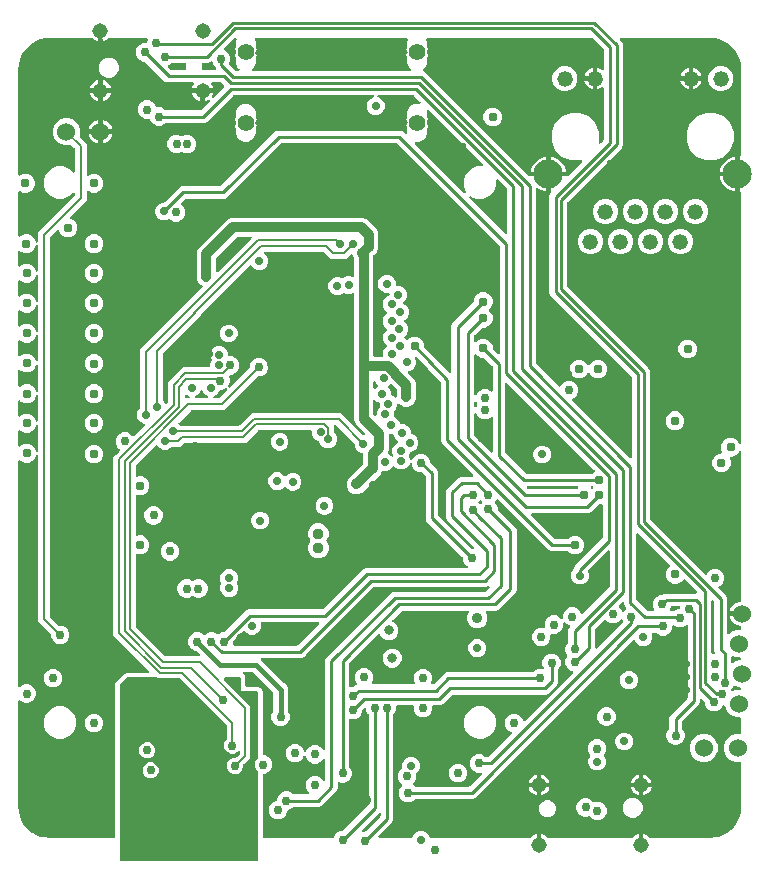
<source format=gbr>
G04 EAGLE Gerber RS-274X export*
G75*
%MOMM*%
%FSLAX34Y34*%
%LPD*%
%INEAGLE Copper Layer 2*%
%IPPOS*%
%AMOC8*
5,1,8,0,0,1.08239X$1,22.5*%
G01*
%ADD10C,1.320800*%
%ADD11C,2.476500*%
%ADD12C,0.808000*%
%ADD13C,1.408000*%
%ADD14C,1.308000*%
%ADD15C,1.524000*%
%ADD16C,0.787400*%
%ADD17C,0.706400*%
%ADD18C,0.806400*%
%ADD19C,0.914400*%
%ADD20C,0.756400*%
%ADD21C,4.016000*%
%ADD22C,0.254000*%
%ADD23C,0.406400*%
%ADD24C,0.203200*%
%ADD25C,0.906400*%
%ADD26C,0.304800*%
%ADD27C,0.812800*%
%ADD28C,0.956400*%

G36*
X95072Y23993D02*
X95072Y23993D01*
X95130Y23991D01*
X95212Y24013D01*
X95296Y24025D01*
X95349Y24049D01*
X95405Y24063D01*
X95478Y24106D01*
X95555Y24141D01*
X95600Y24179D01*
X95650Y24209D01*
X95708Y24270D01*
X95772Y24325D01*
X95804Y24373D01*
X95844Y24416D01*
X95883Y24491D01*
X95930Y24561D01*
X95947Y24617D01*
X95974Y24669D01*
X95985Y24737D01*
X96015Y24832D01*
X96018Y24932D01*
X96029Y25000D01*
X96029Y154098D01*
X96832Y156036D01*
X103764Y162968D01*
X105702Y163771D01*
X123684Y163771D01*
X123713Y163775D01*
X123742Y163772D01*
X123853Y163795D01*
X123965Y163811D01*
X123992Y163823D01*
X124021Y163828D01*
X124121Y163880D01*
X124224Y163927D01*
X124247Y163946D01*
X124273Y163959D01*
X124355Y164037D01*
X124441Y164110D01*
X124458Y164135D01*
X124479Y164155D01*
X124536Y164253D01*
X124599Y164347D01*
X124608Y164375D01*
X124623Y164400D01*
X124651Y164510D01*
X124685Y164618D01*
X124686Y164648D01*
X124693Y164676D01*
X124689Y164789D01*
X124692Y164902D01*
X124685Y164931D01*
X124684Y164960D01*
X124649Y165068D01*
X124620Y165177D01*
X124605Y165203D01*
X124596Y165231D01*
X124551Y165294D01*
X124475Y165422D01*
X124429Y165465D01*
X124401Y165504D01*
X94483Y195422D01*
X94483Y346578D01*
X99510Y351604D01*
X99545Y351651D01*
X99587Y351691D01*
X99630Y351764D01*
X99680Y351831D01*
X99701Y351886D01*
X99731Y351937D01*
X99752Y352018D01*
X99782Y352097D01*
X99786Y352155D01*
X99801Y352212D01*
X99798Y352296D01*
X99805Y352380D01*
X99794Y352438D01*
X99792Y352496D01*
X99766Y352576D01*
X99749Y352659D01*
X99722Y352711D01*
X99704Y352767D01*
X99664Y352823D01*
X99618Y352911D01*
X99550Y352984D01*
X99510Y353040D01*
X97458Y355091D01*
X96273Y357952D01*
X96273Y361048D01*
X97458Y363909D01*
X99647Y366098D01*
X102508Y367283D01*
X105604Y367283D01*
X108465Y366098D01*
X110516Y364046D01*
X110563Y364011D01*
X110603Y363969D01*
X110676Y363926D01*
X110743Y363876D01*
X110798Y363855D01*
X110848Y363825D01*
X110930Y363804D01*
X111009Y363774D01*
X111067Y363770D01*
X111124Y363755D01*
X111208Y363758D01*
X111292Y363751D01*
X111349Y363762D01*
X111408Y363764D01*
X111488Y363790D01*
X111571Y363807D01*
X111623Y363834D01*
X111678Y363852D01*
X111735Y363892D01*
X111823Y363938D01*
X111896Y364006D01*
X111952Y364046D01*
X120764Y372858D01*
X120832Y372950D01*
X120907Y373038D01*
X120918Y373064D01*
X120935Y373086D01*
X120975Y373193D01*
X121022Y373298D01*
X121026Y373325D01*
X121036Y373351D01*
X121045Y373465D01*
X121061Y373579D01*
X121057Y373607D01*
X121059Y373635D01*
X121037Y373747D01*
X121020Y373861D01*
X121009Y373886D01*
X121004Y373913D01*
X120951Y374015D01*
X120903Y374120D01*
X120885Y374141D01*
X120873Y374166D01*
X120793Y374249D01*
X120719Y374336D01*
X120698Y374350D01*
X120677Y374372D01*
X120447Y374506D01*
X120434Y374514D01*
X117789Y375610D01*
X115670Y377729D01*
X114523Y380498D01*
X114523Y383494D01*
X115670Y386263D01*
X116742Y387335D01*
X116794Y387405D01*
X116854Y387469D01*
X116880Y387518D01*
X116913Y387562D01*
X116944Y387644D01*
X116984Y387722D01*
X116992Y387769D01*
X117014Y387828D01*
X117026Y387975D01*
X117039Y388053D01*
X117039Y437074D01*
X161426Y481461D01*
X169985Y490020D01*
X170054Y490111D01*
X170128Y490199D01*
X170139Y490225D01*
X170156Y490247D01*
X170196Y490354D01*
X170243Y490459D01*
X170247Y490486D01*
X170257Y490512D01*
X170266Y490627D01*
X170282Y490741D01*
X170278Y490768D01*
X170280Y490796D01*
X170258Y490908D01*
X170241Y491022D01*
X170230Y491047D01*
X170225Y491074D01*
X170172Y491176D01*
X170124Y491281D01*
X170106Y491302D01*
X170094Y491327D01*
X170014Y491410D01*
X169940Y491497D01*
X169919Y491511D01*
X169898Y491533D01*
X169668Y491667D01*
X169655Y491675D01*
X168488Y492159D01*
X166219Y494428D01*
X164991Y497392D01*
X164991Y519660D01*
X166219Y522624D01*
X191432Y547837D01*
X194396Y549065D01*
X305604Y549065D01*
X308568Y547837D01*
X317337Y539068D01*
X318565Y536104D01*
X318565Y522836D01*
X317337Y519872D01*
X314918Y517453D01*
X314866Y517383D01*
X314806Y517319D01*
X314780Y517270D01*
X314747Y517226D01*
X314716Y517144D01*
X314676Y517066D01*
X314668Y517018D01*
X314646Y516960D01*
X314634Y516812D01*
X314621Y516735D01*
X314621Y432115D01*
X314629Y432057D01*
X314627Y431999D01*
X314627Y431998D01*
X314649Y431917D01*
X314661Y431833D01*
X314684Y431780D01*
X314699Y431723D01*
X314742Y431651D01*
X314777Y431574D01*
X314815Y431529D01*
X314844Y431479D01*
X314906Y431421D01*
X314960Y431357D01*
X315009Y431324D01*
X315052Y431284D01*
X315127Y431246D01*
X315197Y431199D01*
X315253Y431182D01*
X315305Y431155D01*
X315373Y431144D01*
X315468Y431113D01*
X315568Y431111D01*
X315636Y431099D01*
X321758Y431099D01*
X321816Y431108D01*
X321874Y431106D01*
X321956Y431127D01*
X322039Y431139D01*
X322093Y431163D01*
X322149Y431178D01*
X322222Y431221D01*
X322299Y431256D01*
X322343Y431293D01*
X322394Y431323D01*
X322451Y431385D01*
X322516Y431439D01*
X322548Y431488D01*
X322588Y431530D01*
X322627Y431606D01*
X322673Y431676D01*
X322691Y431732D01*
X322718Y431784D01*
X322729Y431852D01*
X322759Y431947D01*
X322762Y432047D01*
X322773Y432115D01*
X322773Y434904D01*
X323920Y437673D01*
X325935Y439688D01*
X325970Y439735D01*
X326013Y439775D01*
X326055Y439848D01*
X326106Y439915D01*
X326127Y439970D01*
X326156Y440021D01*
X326177Y440102D01*
X326207Y440181D01*
X326212Y440239D01*
X326226Y440296D01*
X326224Y440380D01*
X326231Y440464D01*
X326219Y440522D01*
X326217Y440580D01*
X326191Y440660D01*
X326175Y440743D01*
X326148Y440795D01*
X326130Y440851D01*
X326090Y440907D01*
X326044Y440995D01*
X325975Y441068D01*
X325935Y441124D01*
X323920Y443139D01*
X322773Y445908D01*
X322773Y448904D01*
X323920Y451673D01*
X325935Y453688D01*
X325970Y453735D01*
X326013Y453775D01*
X326055Y453848D01*
X326106Y453915D01*
X326127Y453970D01*
X326156Y454020D01*
X326177Y454102D01*
X326207Y454181D01*
X326212Y454239D01*
X326226Y454296D01*
X326224Y454380D01*
X326231Y454464D01*
X326219Y454522D01*
X326217Y454580D01*
X326191Y454660D01*
X326175Y454743D01*
X326148Y454795D01*
X326130Y454851D01*
X326090Y454907D01*
X326044Y454995D01*
X325975Y455068D01*
X325964Y455087D01*
X325957Y455093D01*
X325935Y455124D01*
X323920Y457139D01*
X322773Y459908D01*
X322773Y462904D01*
X323920Y465673D01*
X326143Y467897D01*
X326152Y467903D01*
X326167Y467921D01*
X326182Y467935D01*
X326203Y467963D01*
X326224Y467988D01*
X326300Y468069D01*
X326315Y468097D01*
X326335Y468121D01*
X326380Y468223D01*
X326430Y468322D01*
X326437Y468352D01*
X326449Y468381D01*
X326464Y468492D01*
X326486Y468601D01*
X326483Y468632D01*
X326487Y468663D01*
X326471Y468773D01*
X326461Y468884D01*
X326450Y468913D01*
X326445Y468944D01*
X326399Y469045D01*
X326397Y469052D01*
X326396Y469056D01*
X326395Y469058D01*
X326359Y469149D01*
X326340Y469174D01*
X326327Y469203D01*
X326265Y469275D01*
X326250Y469300D01*
X326233Y469317D01*
X326188Y469376D01*
X326169Y469390D01*
X326154Y469405D01*
X326142Y469419D01*
X326137Y469422D01*
X323920Y471639D01*
X322773Y474408D01*
X322773Y477404D01*
X323920Y480173D01*
X326039Y482292D01*
X327646Y482958D01*
X327648Y482959D01*
X327649Y482959D01*
X327723Y483003D01*
X327792Y483034D01*
X327831Y483067D01*
X327891Y483102D01*
X327892Y483104D01*
X327894Y483104D01*
X327965Y483180D01*
X328009Y483218D01*
X328031Y483250D01*
X328086Y483309D01*
X328087Y483310D01*
X328088Y483312D01*
X328143Y483418D01*
X328167Y483454D01*
X328175Y483482D01*
X328217Y483562D01*
X328217Y483563D01*
X328218Y483565D01*
X328220Y483580D01*
X328243Y483695D01*
X328252Y483725D01*
X328253Y483746D01*
X328272Y483841D01*
X328269Y483871D01*
X328273Y483896D01*
X328273Y484448D01*
X328265Y484506D01*
X328266Y484564D01*
X328245Y484646D01*
X328233Y484730D01*
X328209Y484783D01*
X328195Y484839D01*
X328151Y484912D01*
X328117Y484989D01*
X328079Y485034D01*
X328049Y485084D01*
X327988Y485142D01*
X327933Y485206D01*
X327885Y485238D01*
X327842Y485278D01*
X327767Y485317D01*
X327697Y485364D01*
X327641Y485381D01*
X327589Y485408D01*
X327521Y485419D01*
X327426Y485449D01*
X327326Y485452D01*
X327258Y485463D01*
X324558Y485463D01*
X321789Y486610D01*
X319670Y488729D01*
X318523Y491498D01*
X318523Y494494D01*
X319670Y497263D01*
X321789Y499382D01*
X324558Y500529D01*
X327554Y500529D01*
X330323Y499382D01*
X332442Y497263D01*
X333589Y494494D01*
X333589Y492454D01*
X333597Y492396D01*
X333595Y492338D01*
X333617Y492256D01*
X333628Y492173D01*
X333652Y492119D01*
X333667Y492063D01*
X333710Y491990D01*
X333745Y491913D01*
X333783Y491869D01*
X333812Y491818D01*
X333874Y491761D01*
X333928Y491696D01*
X333977Y491664D01*
X334020Y491624D01*
X334095Y491585D01*
X334165Y491539D01*
X334221Y491521D01*
X334273Y491494D01*
X334341Y491483D01*
X334436Y491453D01*
X334536Y491450D01*
X334604Y491439D01*
X337304Y491439D01*
X340073Y490292D01*
X342192Y488173D01*
X343339Y485404D01*
X343339Y482408D01*
X342192Y479639D01*
X340011Y477458D01*
X339942Y477367D01*
X339868Y477279D01*
X339857Y477253D01*
X339840Y477231D01*
X339799Y477124D01*
X339753Y477019D01*
X339749Y476991D01*
X339739Y476966D01*
X339729Y476851D01*
X339714Y476737D01*
X339718Y476710D01*
X339715Y476682D01*
X339738Y476570D01*
X339754Y476456D01*
X339766Y476431D01*
X339771Y476403D01*
X339824Y476302D01*
X339871Y476197D01*
X339889Y476176D01*
X339902Y476151D01*
X339981Y476068D01*
X340056Y475980D01*
X340077Y475967D01*
X340098Y475945D01*
X340328Y475810D01*
X340340Y475803D01*
X341573Y475292D01*
X343692Y473173D01*
X344839Y470404D01*
X344839Y467408D01*
X343692Y464639D01*
X341573Y462520D01*
X341047Y462303D01*
X340948Y462244D01*
X340847Y462191D01*
X340827Y462172D01*
X340803Y462158D01*
X340724Y462075D01*
X340641Y461996D01*
X340626Y461972D01*
X340607Y461951D01*
X340555Y461849D01*
X340497Y461750D01*
X340490Y461723D01*
X340477Y461699D01*
X340455Y461586D01*
X340427Y461475D01*
X340428Y461447D01*
X340422Y461420D01*
X340432Y461305D01*
X340436Y461191D01*
X340444Y461164D01*
X340447Y461137D01*
X340488Y461029D01*
X340523Y460920D01*
X340538Y460900D01*
X340549Y460871D01*
X340710Y460658D01*
X340718Y460647D01*
X340720Y460645D01*
X340720Y460644D01*
X342692Y458673D01*
X343839Y455904D01*
X343839Y452908D01*
X342692Y450139D01*
X341072Y448519D01*
X341003Y448428D01*
X340929Y448339D01*
X340917Y448314D01*
X340901Y448292D01*
X340860Y448185D01*
X340813Y448080D01*
X340809Y448052D01*
X340800Y448026D01*
X340790Y447912D01*
X340774Y447798D01*
X340778Y447770D01*
X340776Y447743D01*
X340799Y447630D01*
X340815Y447517D01*
X340826Y447491D01*
X340832Y447464D01*
X340885Y447362D01*
X340932Y447258D01*
X340950Y447236D01*
X340963Y447212D01*
X341042Y447129D01*
X341116Y447041D01*
X341137Y447028D01*
X341159Y447006D01*
X341388Y446871D01*
X341401Y446863D01*
X341573Y446792D01*
X342400Y445965D01*
X342446Y445930D01*
X342487Y445888D01*
X342560Y445845D01*
X342627Y445794D01*
X342682Y445773D01*
X342732Y445744D01*
X342814Y445723D01*
X342893Y445693D01*
X342951Y445688D01*
X343007Y445674D01*
X343092Y445676D01*
X343176Y445669D01*
X343233Y445681D01*
X343292Y445683D01*
X343372Y445709D01*
X343455Y445725D01*
X343506Y445752D01*
X343562Y445770D01*
X343618Y445810D01*
X343707Y445856D01*
X343779Y445925D01*
X343835Y445965D01*
X345004Y447133D01*
X347921Y448342D01*
X351079Y448342D01*
X353996Y447133D01*
X356229Y444900D01*
X357438Y441983D01*
X357438Y440135D01*
X357448Y440060D01*
X357449Y439984D01*
X357468Y439920D01*
X357478Y439854D01*
X357509Y439784D01*
X357530Y439711D01*
X357563Y439664D01*
X357594Y439594D01*
X357676Y439497D01*
X357719Y439433D01*
X378806Y417373D01*
X378838Y417348D01*
X378865Y417317D01*
X378949Y417261D01*
X379029Y417197D01*
X379067Y417182D01*
X379101Y417159D01*
X379198Y417129D01*
X379293Y417090D01*
X379333Y417086D01*
X379372Y417074D01*
X379474Y417071D01*
X379575Y417060D01*
X379616Y417067D01*
X379656Y417066D01*
X379755Y417092D01*
X379855Y417110D01*
X379892Y417128D01*
X379931Y417138D01*
X380019Y417190D01*
X380111Y417235D01*
X380141Y417263D01*
X380176Y417283D01*
X380246Y417358D01*
X380321Y417426D01*
X380342Y417461D01*
X380370Y417491D01*
X380417Y417582D01*
X380470Y417668D01*
X380481Y417707D01*
X380500Y417744D01*
X380513Y417820D01*
X380547Y417942D01*
X380546Y418019D01*
X380555Y418075D01*
X380555Y455614D01*
X380552Y455639D01*
X380554Y455664D01*
X380542Y455719D01*
X380555Y456850D01*
X380554Y456856D01*
X380555Y456862D01*
X380555Y457906D01*
X380965Y458865D01*
X380967Y458871D01*
X380970Y458876D01*
X381370Y459841D01*
X382115Y460569D01*
X382119Y460574D01*
X382124Y460578D01*
X382905Y461359D01*
X382934Y461376D01*
X382973Y461418D01*
X383010Y461443D01*
X399256Y477315D01*
X399313Y477389D01*
X399377Y477457D01*
X399400Y477501D01*
X399430Y477540D01*
X399464Y477627D01*
X399507Y477710D01*
X399514Y477753D01*
X399534Y477805D01*
X399550Y477966D01*
X399562Y478041D01*
X399562Y479579D01*
X400771Y482496D01*
X403004Y484729D01*
X405921Y485938D01*
X409079Y485938D01*
X411996Y484729D01*
X414229Y482496D01*
X415438Y479579D01*
X415438Y476421D01*
X414229Y473504D01*
X412346Y471620D01*
X412310Y471573D01*
X412268Y471533D01*
X412225Y471460D01*
X412175Y471393D01*
X412154Y471338D01*
X412124Y471288D01*
X412103Y471206D01*
X412073Y471127D01*
X412069Y471069D01*
X412054Y471012D01*
X412057Y470928D01*
X412050Y470844D01*
X412061Y470786D01*
X412063Y470728D01*
X412089Y470648D01*
X412106Y470565D01*
X412133Y470513D01*
X412151Y470457D01*
X412191Y470401D01*
X412237Y470313D01*
X412305Y470240D01*
X412346Y470184D01*
X414229Y468300D01*
X415438Y465383D01*
X415438Y462225D01*
X414229Y459308D01*
X411996Y457075D01*
X409079Y455866D01*
X407220Y455866D01*
X407146Y455856D01*
X407070Y455855D01*
X407006Y455836D01*
X406939Y455826D01*
X406870Y455796D01*
X406798Y455774D01*
X406750Y455742D01*
X406680Y455710D01*
X406584Y455629D01*
X406520Y455586D01*
X400301Y449655D01*
X400240Y449577D01*
X400172Y449505D01*
X400152Y449466D01*
X400125Y449432D01*
X400088Y449340D01*
X400042Y449252D01*
X400036Y449214D01*
X400018Y449169D01*
X399998Y448991D01*
X399987Y448921D01*
X399987Y444567D01*
X399991Y444538D01*
X399988Y444509D01*
X400011Y444398D01*
X400027Y444286D01*
X400039Y444259D01*
X400044Y444230D01*
X400097Y444130D01*
X400143Y444026D01*
X400162Y444004D01*
X400175Y443978D01*
X400253Y443896D01*
X400326Y443809D01*
X400351Y443793D01*
X400371Y443772D01*
X400469Y443715D01*
X400563Y443652D01*
X400591Y443643D01*
X400616Y443628D01*
X400726Y443600D01*
X400834Y443566D01*
X400864Y443565D01*
X400892Y443558D01*
X401005Y443562D01*
X401118Y443559D01*
X401147Y443566D01*
X401176Y443567D01*
X401284Y443602D01*
X401393Y443631D01*
X401419Y443646D01*
X401447Y443655D01*
X401511Y443700D01*
X401638Y443776D01*
X401681Y443822D01*
X401720Y443850D01*
X403004Y445133D01*
X405921Y446342D01*
X409079Y446342D01*
X411996Y445133D01*
X414229Y442900D01*
X415438Y439983D01*
X415438Y438377D01*
X415450Y438289D01*
X415453Y438199D01*
X415470Y438149D01*
X415478Y438096D01*
X415514Y438014D01*
X415542Y437929D01*
X415569Y437891D01*
X415594Y437836D01*
X415692Y437720D01*
X415738Y437656D01*
X419999Y433430D01*
X420021Y433414D01*
X420039Y433393D01*
X420134Y433329D01*
X420227Y433260D01*
X420252Y433250D01*
X420275Y433235D01*
X420385Y433200D01*
X420493Y433160D01*
X420520Y433158D01*
X420546Y433149D01*
X420661Y433147D01*
X420776Y433137D01*
X420803Y433143D01*
X420830Y433142D01*
X420942Y433171D01*
X421055Y433194D01*
X421079Y433207D01*
X421105Y433214D01*
X421204Y433273D01*
X421307Y433326D01*
X421326Y433345D01*
X421350Y433359D01*
X421429Y433443D01*
X421512Y433523D01*
X421526Y433547D01*
X421544Y433567D01*
X421597Y433669D01*
X421655Y433769D01*
X421661Y433795D01*
X421674Y433820D01*
X421687Y433897D01*
X421724Y434045D01*
X421722Y434105D01*
X421729Y434151D01*
X421729Y524396D01*
X421717Y524483D01*
X421714Y524570D01*
X421697Y524623D01*
X421689Y524678D01*
X421654Y524758D01*
X421627Y524841D01*
X421599Y524880D01*
X421573Y524937D01*
X421477Y525050D01*
X421432Y525114D01*
X334614Y611932D01*
X334544Y611984D01*
X334480Y612044D01*
X334431Y612070D01*
X334387Y612103D01*
X334305Y612134D01*
X334227Y612174D01*
X334180Y612182D01*
X334121Y612204D01*
X333974Y612216D01*
X333896Y612229D01*
X237104Y612229D01*
X237017Y612217D01*
X236930Y612214D01*
X236877Y612197D01*
X236822Y612189D01*
X236742Y612154D01*
X236659Y612127D01*
X236620Y612099D01*
X236563Y612073D01*
X236450Y611977D01*
X236386Y611932D01*
X190486Y566032D01*
X188548Y565229D01*
X156354Y565229D01*
X156267Y565217D01*
X156180Y565214D01*
X156127Y565197D01*
X156072Y565189D01*
X155992Y565154D01*
X155909Y565127D01*
X155870Y565099D01*
X155813Y565073D01*
X155700Y564977D01*
X155636Y564932D01*
X152073Y561369D01*
X152038Y561322D01*
X151996Y561282D01*
X151953Y561209D01*
X151902Y561142D01*
X151881Y561087D01*
X151852Y561037D01*
X151831Y560955D01*
X151801Y560876D01*
X151796Y560818D01*
X151782Y560761D01*
X151784Y560677D01*
X151777Y560593D01*
X151789Y560536D01*
X151791Y560477D01*
X151817Y560397D01*
X151833Y560314D01*
X151860Y560262D01*
X151878Y560207D01*
X151918Y560150D01*
X151964Y560062D01*
X152033Y559990D01*
X152073Y559933D01*
X154098Y557909D01*
X155283Y555048D01*
X155283Y551952D01*
X154098Y549091D01*
X151909Y546902D01*
X149048Y545717D01*
X145952Y545717D01*
X143091Y546902D01*
X142503Y547491D01*
X142502Y547492D01*
X142501Y547493D01*
X142388Y547577D01*
X142276Y547661D01*
X142274Y547662D01*
X142273Y547663D01*
X142141Y547713D01*
X142010Y547763D01*
X142009Y547763D01*
X142007Y547763D01*
X141863Y547775D01*
X141727Y547786D01*
X141725Y547786D01*
X141724Y547786D01*
X141708Y547782D01*
X141448Y547730D01*
X141421Y547716D01*
X141397Y547711D01*
X138998Y546717D01*
X136002Y546717D01*
X133233Y547864D01*
X131114Y549983D01*
X129967Y552752D01*
X129967Y555748D01*
X131114Y558517D01*
X133233Y560636D01*
X136002Y561783D01*
X137158Y561783D01*
X137245Y561795D01*
X137332Y561798D01*
X137385Y561815D01*
X137440Y561823D01*
X137520Y561858D01*
X137603Y561885D01*
X137642Y561913D01*
X137699Y561939D01*
X137812Y562035D01*
X137876Y562080D01*
X150764Y574968D01*
X152702Y575771D01*
X184896Y575771D01*
X184983Y575783D01*
X185070Y575786D01*
X185123Y575803D01*
X185178Y575811D01*
X185258Y575846D01*
X185341Y575873D01*
X185380Y575901D01*
X185437Y575927D01*
X185550Y576023D01*
X185614Y576068D01*
X231514Y621968D01*
X233452Y622771D01*
X337548Y622771D01*
X339486Y621968D01*
X341111Y620343D01*
X341322Y620132D01*
X341346Y620114D01*
X341365Y620092D01*
X341459Y620029D01*
X341549Y619961D01*
X341577Y619950D01*
X341601Y619934D01*
X341709Y619900D01*
X341815Y619860D01*
X341844Y619857D01*
X341872Y619848D01*
X341985Y619846D01*
X342098Y619836D01*
X342127Y619842D01*
X342156Y619841D01*
X342266Y619870D01*
X342377Y619892D01*
X342403Y619906D01*
X342431Y619913D01*
X342529Y619971D01*
X342629Y620023D01*
X342651Y620043D01*
X342676Y620058D01*
X342753Y620141D01*
X342835Y620219D01*
X342850Y620244D01*
X342870Y620266D01*
X342922Y620367D01*
X342979Y620464D01*
X342986Y620492D01*
X343000Y620519D01*
X343013Y620596D01*
X343049Y620740D01*
X343047Y620802D01*
X343055Y620850D01*
X343055Y623687D01*
X343126Y623857D01*
X343148Y623942D01*
X343179Y624024D01*
X343183Y624079D01*
X343197Y624133D01*
X343194Y624220D01*
X343201Y624307D01*
X343190Y624355D01*
X343189Y624417D01*
X343144Y624558D01*
X343126Y624635D01*
X343055Y624805D01*
X343055Y624833D01*
X343045Y624903D01*
X343045Y624973D01*
X343027Y625031D01*
X343015Y625114D01*
X342967Y625222D01*
X342945Y625293D01*
X342677Y625818D01*
X342211Y627253D01*
X342175Y627478D01*
X342222Y627485D01*
X342359Y627505D01*
X342361Y627505D01*
X342362Y627505D01*
X342490Y627563D01*
X342619Y627621D01*
X342620Y627622D01*
X342621Y627623D01*
X342729Y627714D01*
X342836Y627805D01*
X342837Y627806D01*
X342838Y627807D01*
X342846Y627820D01*
X342993Y628041D01*
X343003Y628070D01*
X343016Y628092D01*
X343437Y629107D01*
X343458Y629192D01*
X343489Y629274D01*
X343494Y629329D01*
X343508Y629383D01*
X343505Y629470D01*
X343512Y629557D01*
X343501Y629604D01*
X343499Y629667D01*
X343454Y629808D01*
X343437Y629884D01*
X343016Y630900D01*
X343015Y630902D01*
X343015Y630903D01*
X342943Y631024D01*
X342871Y631145D01*
X342870Y631146D01*
X342869Y631148D01*
X342765Y631245D01*
X342665Y631340D01*
X342663Y631341D01*
X342662Y631342D01*
X342536Y631407D01*
X342412Y631471D01*
X342410Y631471D01*
X342409Y631472D01*
X342394Y631474D01*
X342176Y631517D01*
X342211Y631739D01*
X342677Y633174D01*
X342945Y633699D01*
X342947Y633706D01*
X342951Y633711D01*
X342968Y633767D01*
X343000Y633828D01*
X343010Y633889D01*
X343037Y633967D01*
X343043Y634085D01*
X343055Y634159D01*
X343055Y634187D01*
X343126Y634357D01*
X343148Y634442D01*
X343179Y634524D01*
X343183Y634579D01*
X343197Y634633D01*
X343194Y634720D01*
X343201Y634807D01*
X343190Y634854D01*
X343189Y634917D01*
X343144Y635058D01*
X343126Y635135D01*
X343055Y635305D01*
X343055Y638687D01*
X344349Y641811D01*
X346741Y644203D01*
X349865Y645497D01*
X353247Y645497D01*
X353315Y645468D01*
X353399Y645447D01*
X353479Y645416D01*
X353536Y645412D01*
X353591Y645397D01*
X353677Y645400D01*
X353762Y645393D01*
X353818Y645404D01*
X353875Y645406D01*
X353957Y645432D01*
X354041Y645449D01*
X354092Y645475D01*
X354146Y645492D01*
X354217Y645540D01*
X354293Y645580D01*
X354334Y645619D01*
X354382Y645650D01*
X354437Y645716D01*
X354499Y645775D01*
X354528Y645824D01*
X354565Y645868D01*
X354600Y645947D01*
X354643Y646021D01*
X354657Y646076D01*
X354680Y646128D01*
X354692Y646213D01*
X354713Y646296D01*
X354711Y646353D01*
X354719Y646409D01*
X354707Y646495D01*
X354704Y646580D01*
X354687Y646634D01*
X354679Y646691D01*
X354643Y646769D01*
X354617Y646851D01*
X354588Y646891D01*
X354561Y646950D01*
X354467Y647060D01*
X354422Y647124D01*
X349114Y652432D01*
X349044Y652484D01*
X348980Y652544D01*
X348931Y652570D01*
X348887Y652603D01*
X348805Y652634D01*
X348727Y652674D01*
X348680Y652682D01*
X348621Y652704D01*
X348474Y652716D01*
X348396Y652729D01*
X319053Y652729D01*
X318968Y652717D01*
X318882Y652715D01*
X318828Y652697D01*
X318771Y652689D01*
X318693Y652654D01*
X318611Y652628D01*
X318564Y652596D01*
X318512Y652573D01*
X318446Y652518D01*
X318375Y652470D01*
X318338Y652426D01*
X318295Y652390D01*
X318247Y652318D01*
X318192Y652252D01*
X318169Y652200D01*
X318137Y652153D01*
X318111Y652071D01*
X318077Y651992D01*
X318069Y651936D01*
X318052Y651882D01*
X318049Y651796D01*
X318038Y651711D01*
X318046Y651655D01*
X318044Y651598D01*
X318066Y651515D01*
X318078Y651430D01*
X318102Y651378D01*
X318116Y651323D01*
X318160Y651249D01*
X318195Y651170D01*
X318232Y651127D01*
X318261Y651078D01*
X318324Y651019D01*
X318380Y650954D01*
X318422Y650928D01*
X318469Y650884D01*
X318598Y650818D01*
X318664Y650776D01*
X320822Y649882D01*
X322941Y647763D01*
X324088Y644995D01*
X324088Y641998D01*
X322941Y639229D01*
X320823Y637110D01*
X318054Y635963D01*
X315057Y635963D01*
X312288Y637110D01*
X310170Y639229D01*
X309023Y641998D01*
X309023Y644995D01*
X310170Y647763D01*
X312289Y649882D01*
X314447Y650776D01*
X314521Y650820D01*
X314599Y650855D01*
X314643Y650892D01*
X314692Y650921D01*
X314750Y650983D01*
X314816Y651039D01*
X314848Y651086D01*
X314887Y651127D01*
X314926Y651204D01*
X314974Y651275D01*
X314991Y651329D01*
X315017Y651380D01*
X315034Y651464D01*
X315059Y651546D01*
X315061Y651603D01*
X315072Y651659D01*
X315065Y651744D01*
X315067Y651830D01*
X315052Y651885D01*
X315047Y651942D01*
X315017Y652022D01*
X314995Y652105D01*
X314966Y652154D01*
X314945Y652207D01*
X314894Y652276D01*
X314850Y652350D01*
X314808Y652389D01*
X314774Y652434D01*
X314705Y652486D01*
X314642Y652544D01*
X314592Y652570D01*
X314546Y652604D01*
X314466Y652635D01*
X314389Y652674D01*
X314340Y652682D01*
X314280Y652705D01*
X314136Y652716D01*
X314058Y652729D01*
X196604Y652729D01*
X196517Y652717D01*
X196430Y652714D01*
X196377Y652697D01*
X196322Y652689D01*
X196242Y652654D01*
X196159Y652627D01*
X196120Y652599D01*
X196063Y652573D01*
X195950Y652477D01*
X195886Y652432D01*
X173486Y630032D01*
X171548Y629229D01*
X139156Y629229D01*
X139070Y629217D01*
X138982Y629214D01*
X138930Y629197D01*
X138875Y629189D01*
X138795Y629154D01*
X138712Y629127D01*
X138672Y629099D01*
X138615Y629073D01*
X138502Y628977D01*
X138438Y628932D01*
X137409Y627902D01*
X134548Y626717D01*
X131452Y626717D01*
X128591Y627902D01*
X126402Y630091D01*
X125542Y632168D01*
X125541Y632170D01*
X125541Y632171D01*
X125470Y632291D01*
X125397Y632413D01*
X125396Y632414D01*
X125395Y632416D01*
X125291Y632513D01*
X125191Y632608D01*
X125189Y632609D01*
X125188Y632610D01*
X125062Y632674D01*
X124938Y632738D01*
X124936Y632739D01*
X124935Y632740D01*
X124920Y632742D01*
X124659Y632794D01*
X124629Y632791D01*
X124604Y632795D01*
X121402Y632795D01*
X118541Y633980D01*
X116352Y636169D01*
X115167Y639030D01*
X115167Y642126D01*
X116352Y644986D01*
X118541Y647176D01*
X121402Y648360D01*
X124498Y648360D01*
X127359Y647176D01*
X129548Y644986D01*
X130408Y642909D01*
X130409Y642908D01*
X130409Y642907D01*
X130482Y642785D01*
X130553Y642665D01*
X130554Y642664D01*
X130555Y642662D01*
X130659Y642565D01*
X130759Y642469D01*
X130761Y642469D01*
X130762Y642468D01*
X130888Y642403D01*
X131012Y642339D01*
X131014Y642339D01*
X131015Y642338D01*
X131030Y642336D01*
X131291Y642284D01*
X131321Y642287D01*
X131346Y642283D01*
X134548Y642283D01*
X137409Y641098D01*
X138438Y640068D01*
X138508Y640016D01*
X138572Y639956D01*
X138621Y639930D01*
X138666Y639897D01*
X138747Y639866D01*
X138825Y639826D01*
X138873Y639818D01*
X138931Y639796D01*
X139079Y639784D01*
X139156Y639771D01*
X167896Y639771D01*
X167983Y639783D01*
X168070Y639786D01*
X168123Y639803D01*
X168178Y639811D01*
X168258Y639846D01*
X168341Y639873D01*
X168380Y639901D01*
X168437Y639927D01*
X168550Y640023D01*
X168614Y640068D01*
X175795Y647249D01*
X175821Y647284D01*
X175853Y647312D01*
X175906Y647397D01*
X175966Y647476D01*
X175981Y647517D01*
X176004Y647553D01*
X176032Y647649D01*
X176067Y647742D01*
X176071Y647785D01*
X176083Y647826D01*
X176083Y647926D01*
X176091Y648025D01*
X176082Y648067D01*
X176082Y648111D01*
X176055Y648206D01*
X176035Y648304D01*
X176015Y648342D01*
X176003Y648384D01*
X175950Y648468D01*
X175904Y648556D01*
X175874Y648588D01*
X175851Y648624D01*
X175777Y648690D01*
X175708Y648762D01*
X175671Y648784D01*
X175639Y648813D01*
X175549Y648856D01*
X175463Y648906D01*
X175421Y648917D01*
X175382Y648935D01*
X175284Y648952D01*
X175187Y648976D01*
X175144Y648975D01*
X175102Y648982D01*
X175003Y648970D01*
X174903Y648967D01*
X174862Y648954D01*
X174819Y648949D01*
X174749Y648917D01*
X174633Y648880D01*
X174576Y648840D01*
X174513Y648811D01*
X174201Y648603D01*
X172549Y647918D01*
X171899Y647789D01*
X171899Y654651D01*
X178761Y654651D01*
X178632Y654001D01*
X177947Y652349D01*
X177739Y652037D01*
X177720Y651998D01*
X177694Y651963D01*
X177659Y651871D01*
X177616Y651781D01*
X177608Y651738D01*
X177593Y651698D01*
X177585Y651599D01*
X177568Y651500D01*
X177573Y651457D01*
X177569Y651414D01*
X177589Y651317D01*
X177600Y651218D01*
X177617Y651178D01*
X177625Y651136D01*
X177671Y651047D01*
X177709Y650955D01*
X177736Y650922D01*
X177756Y650883D01*
X177825Y650811D01*
X177887Y650733D01*
X177922Y650709D01*
X177952Y650677D01*
X178038Y650627D01*
X178119Y650570D01*
X178160Y650555D01*
X178197Y650534D01*
X178294Y650509D01*
X178388Y650476D01*
X178431Y650474D01*
X178473Y650463D01*
X178572Y650467D01*
X178672Y650461D01*
X178714Y650471D01*
X178757Y650473D01*
X178852Y650503D01*
X178949Y650526D01*
X178987Y650547D01*
X179028Y650560D01*
X179090Y650604D01*
X179197Y650664D01*
X179245Y650715D01*
X179301Y650755D01*
X188328Y659782D01*
X188363Y659829D01*
X188406Y659869D01*
X188448Y659942D01*
X188499Y660009D01*
X188520Y660064D01*
X188549Y660114D01*
X188570Y660196D01*
X188600Y660275D01*
X188605Y660333D01*
X188620Y660390D01*
X188617Y660474D01*
X188624Y660558D01*
X188612Y660616D01*
X188610Y660674D01*
X188585Y660754D01*
X188568Y660837D01*
X188541Y660889D01*
X188523Y660945D01*
X188483Y661001D01*
X188437Y661089D01*
X188368Y661162D01*
X188364Y661168D01*
X188355Y661182D01*
X188350Y661187D01*
X188328Y661218D01*
X186364Y663182D01*
X186294Y663234D01*
X186230Y663294D01*
X186181Y663320D01*
X186137Y663353D01*
X186055Y663384D01*
X185977Y663424D01*
X185930Y663432D01*
X185871Y663454D01*
X185724Y663466D01*
X185646Y663479D01*
X178158Y663479D01*
X178086Y663469D01*
X178014Y663469D01*
X177946Y663449D01*
X177876Y663439D01*
X177810Y663410D01*
X177741Y663390D01*
X177681Y663352D01*
X177617Y663323D01*
X177561Y663276D01*
X177500Y663238D01*
X177454Y663185D01*
X177400Y663140D01*
X177360Y663079D01*
X177312Y663025D01*
X177281Y662962D01*
X177242Y662903D01*
X177220Y662834D01*
X177189Y662769D01*
X177178Y662699D01*
X177156Y662632D01*
X177154Y662560D01*
X177143Y662488D01*
X177151Y662418D01*
X177149Y662348D01*
X177167Y662278D01*
X177176Y662206D01*
X177200Y662151D01*
X177221Y662073D01*
X177282Y661969D01*
X177313Y661900D01*
X177947Y660951D01*
X178632Y659299D01*
X178761Y658649D01*
X170884Y658649D01*
X170826Y658641D01*
X170768Y658643D01*
X170686Y658621D01*
X170603Y658609D01*
X170549Y658586D01*
X170493Y658571D01*
X170420Y658528D01*
X170343Y658493D01*
X170299Y658455D01*
X170248Y658426D01*
X170191Y658364D01*
X170126Y658310D01*
X170094Y658261D01*
X170054Y658218D01*
X170015Y658143D01*
X169969Y658073D01*
X169951Y658017D01*
X169924Y657965D01*
X169913Y657897D01*
X169900Y657855D01*
X169891Y657916D01*
X169867Y657969D01*
X169853Y658025D01*
X169809Y658098D01*
X169775Y658175D01*
X169737Y658220D01*
X169707Y658270D01*
X169646Y658328D01*
X169591Y658392D01*
X169543Y658424D01*
X169500Y658464D01*
X169425Y658503D01*
X169355Y658550D01*
X169299Y658567D01*
X169247Y658594D01*
X169179Y658605D01*
X169084Y658635D01*
X168984Y658638D01*
X168916Y658649D01*
X161039Y658649D01*
X161168Y659299D01*
X161853Y660951D01*
X162487Y661900D01*
X162518Y661965D01*
X162558Y662025D01*
X162579Y662093D01*
X162610Y662156D01*
X162622Y662227D01*
X162644Y662296D01*
X162646Y662367D01*
X162657Y662436D01*
X162649Y662508D01*
X162651Y662580D01*
X162633Y662649D01*
X162625Y662719D01*
X162597Y662786D01*
X162579Y662855D01*
X162543Y662916D01*
X162516Y662981D01*
X162471Y663038D01*
X162434Y663100D01*
X162382Y663148D01*
X162338Y663203D01*
X162279Y663245D01*
X162227Y663294D01*
X162164Y663327D01*
X162106Y663367D01*
X162038Y663391D01*
X161974Y663424D01*
X161914Y663434D01*
X161837Y663460D01*
X161717Y663467D01*
X161642Y663479D01*
X140202Y663479D01*
X138264Y664282D01*
X121626Y680920D01*
X121556Y680972D01*
X121492Y681032D01*
X121443Y681058D01*
X121399Y681091D01*
X121317Y681122D01*
X121239Y681162D01*
X121192Y681170D01*
X121133Y681192D01*
X120986Y681204D01*
X120908Y681217D01*
X119452Y681217D01*
X116591Y682402D01*
X114402Y684591D01*
X113217Y687452D01*
X113217Y690548D01*
X114402Y693409D01*
X116591Y695598D01*
X119452Y696783D01*
X121952Y696783D01*
X122010Y696791D01*
X122068Y696789D01*
X122150Y696811D01*
X122234Y696823D01*
X122287Y696846D01*
X122343Y696861D01*
X122416Y696904D01*
X122493Y696939D01*
X122538Y696977D01*
X122588Y697006D01*
X122646Y697068D01*
X122710Y697122D01*
X122742Y697171D01*
X122782Y697214D01*
X122821Y697289D01*
X122868Y697359D01*
X122885Y697415D01*
X122912Y697467D01*
X122923Y697535D01*
X122953Y697630D01*
X122956Y697730D01*
X122967Y697798D01*
X122967Y698298D01*
X123511Y699611D01*
X123540Y699723D01*
X123575Y699832D01*
X123575Y699860D01*
X123582Y699887D01*
X123579Y700001D01*
X123582Y700116D01*
X123575Y700143D01*
X123574Y700171D01*
X123539Y700280D01*
X123510Y700391D01*
X123496Y700415D01*
X123487Y700442D01*
X123423Y700537D01*
X123365Y700636D01*
X123345Y700655D01*
X123329Y700678D01*
X123241Y700752D01*
X123158Y700830D01*
X123133Y700843D01*
X123112Y700861D01*
X123007Y700907D01*
X122904Y700960D01*
X122880Y700964D01*
X122852Y700976D01*
X122588Y701013D01*
X122573Y701015D01*
X90628Y701015D01*
X90541Y701003D01*
X90454Y701000D01*
X90401Y700983D01*
X90346Y700975D01*
X90267Y700940D01*
X90183Y700913D01*
X90144Y700885D01*
X90087Y700859D01*
X89974Y700763D01*
X89910Y700718D01*
X89289Y700097D01*
X87801Y699103D01*
X86149Y698418D01*
X85499Y698289D01*
X85499Y700000D01*
X85491Y700058D01*
X85493Y700116D01*
X85471Y700198D01*
X85459Y700282D01*
X85436Y700335D01*
X85421Y700391D01*
X85378Y700464D01*
X85343Y700541D01*
X85305Y700586D01*
X85276Y700636D01*
X85214Y700694D01*
X85160Y700758D01*
X85111Y700790D01*
X85068Y700830D01*
X84993Y700869D01*
X84923Y700916D01*
X84867Y700933D01*
X84815Y700960D01*
X84747Y700971D01*
X84652Y701001D01*
X84552Y701004D01*
X84484Y701015D01*
X82516Y701015D01*
X82458Y701007D01*
X82400Y701009D01*
X82318Y700987D01*
X82234Y700975D01*
X82181Y700952D01*
X82125Y700937D01*
X82052Y700894D01*
X81975Y700859D01*
X81930Y700821D01*
X81880Y700792D01*
X81822Y700730D01*
X81758Y700676D01*
X81726Y700627D01*
X81686Y700584D01*
X81647Y700509D01*
X81600Y700439D01*
X81583Y700383D01*
X81556Y700331D01*
X81545Y700263D01*
X81515Y700168D01*
X81512Y700068D01*
X81501Y700000D01*
X81501Y698289D01*
X80851Y698418D01*
X79199Y699103D01*
X77711Y700097D01*
X77090Y700718D01*
X77020Y700770D01*
X76956Y700830D01*
X76907Y700856D01*
X76863Y700889D01*
X76781Y700920D01*
X76703Y700960D01*
X76656Y700968D01*
X76597Y700990D01*
X76449Y701002D01*
X76372Y701015D01*
X40000Y701015D01*
X39960Y701010D01*
X39928Y701013D01*
X36370Y700758D01*
X36288Y700741D01*
X36226Y700738D01*
X32741Y699979D01*
X32662Y699950D01*
X32602Y699939D01*
X29260Y698692D01*
X29186Y698652D01*
X29128Y698632D01*
X25997Y696922D01*
X25930Y696872D01*
X25876Y696844D01*
X23020Y694707D01*
X22960Y694647D01*
X22911Y694612D01*
X20388Y692089D01*
X20338Y692022D01*
X20294Y691980D01*
X18156Y689124D01*
X18116Y689051D01*
X18078Y689003D01*
X16368Y685872D01*
X16339Y685793D01*
X16308Y685740D01*
X15061Y682398D01*
X15043Y682316D01*
X15021Y682259D01*
X14262Y678774D01*
X14256Y678690D01*
X14242Y678630D01*
X13987Y675072D01*
X13990Y675032D01*
X13985Y675000D01*
X13985Y585697D01*
X14001Y585584D01*
X14011Y585469D01*
X14021Y585443D01*
X14025Y585416D01*
X14072Y585311D01*
X14113Y585204D01*
X14129Y585182D01*
X14141Y585157D01*
X14215Y585069D01*
X14284Y584977D01*
X14307Y584961D01*
X14325Y584940D01*
X14420Y584876D01*
X14512Y584807D01*
X14538Y584797D01*
X14561Y584782D01*
X14671Y584747D01*
X14778Y584707D01*
X14806Y584705D01*
X14832Y584696D01*
X14947Y584693D01*
X15061Y584684D01*
X15086Y584690D01*
X15116Y584689D01*
X15373Y584756D01*
X15389Y584759D01*
X18233Y585938D01*
X21391Y585938D01*
X24308Y584729D01*
X26541Y582496D01*
X27750Y579579D01*
X27750Y576421D01*
X26541Y573504D01*
X24308Y571271D01*
X21391Y570062D01*
X18233Y570062D01*
X15389Y571241D01*
X15277Y571269D01*
X15168Y571304D01*
X15140Y571305D01*
X15113Y571311D01*
X14999Y571308D01*
X14884Y571311D01*
X14857Y571304D01*
X14829Y571303D01*
X14720Y571268D01*
X14609Y571239D01*
X14585Y571225D01*
X14558Y571217D01*
X14463Y571153D01*
X14364Y571094D01*
X14345Y571074D01*
X14322Y571058D01*
X14248Y570970D01*
X14170Y570887D01*
X14157Y570862D01*
X14139Y570841D01*
X14092Y570736D01*
X14040Y570634D01*
X14036Y570609D01*
X14024Y570581D01*
X13987Y570317D01*
X13985Y570303D01*
X13985Y533833D01*
X13989Y533804D01*
X13986Y533775D01*
X14009Y533664D01*
X14025Y533552D01*
X14037Y533525D01*
X14042Y533496D01*
X14095Y533396D01*
X14141Y533293D01*
X14160Y533270D01*
X14173Y533244D01*
X14251Y533162D01*
X14325Y533076D01*
X14349Y533059D01*
X14369Y533038D01*
X14467Y532981D01*
X14561Y532918D01*
X14589Y532909D01*
X14614Y532894D01*
X14724Y532866D01*
X14832Y532832D01*
X14862Y532831D01*
X14890Y532824D01*
X15003Y532828D01*
X15116Y532825D01*
X15145Y532832D01*
X15174Y532833D01*
X15282Y532868D01*
X15391Y532897D01*
X15417Y532912D01*
X15445Y532921D01*
X15509Y532966D01*
X15636Y533042D01*
X15679Y533088D01*
X15718Y533116D01*
X16332Y533729D01*
X19249Y534938D01*
X22407Y534938D01*
X25324Y533729D01*
X27557Y531496D01*
X28780Y528544D01*
X28824Y528470D01*
X28859Y528392D01*
X28896Y528348D01*
X28925Y528299D01*
X28987Y528241D01*
X29043Y528175D01*
X29090Y528143D01*
X29131Y528104D01*
X29208Y528065D01*
X29279Y528017D01*
X29333Y528000D01*
X29384Y527974D01*
X29468Y527957D01*
X29550Y527932D01*
X29607Y527930D01*
X29663Y527919D01*
X29748Y527926D01*
X29834Y527924D01*
X29889Y527939D01*
X29946Y527944D01*
X30026Y527974D01*
X30109Y527996D01*
X30158Y528025D01*
X30211Y528046D01*
X30280Y528097D01*
X30354Y528141D01*
X30393Y528183D01*
X30438Y528217D01*
X30490Y528286D01*
X30548Y528349D01*
X30574Y528399D01*
X30608Y528445D01*
X30639Y528525D01*
X30678Y528602D01*
X30686Y528651D01*
X30709Y528711D01*
X30720Y528855D01*
X30733Y528933D01*
X30733Y536578D01*
X61436Y567281D01*
X61488Y567350D01*
X61548Y567414D01*
X61574Y567464D01*
X61607Y567508D01*
X61638Y567590D01*
X61678Y567667D01*
X61686Y567715D01*
X61708Y567774D01*
X61720Y567921D01*
X61733Y567999D01*
X61733Y569036D01*
X61729Y569065D01*
X61732Y569094D01*
X61709Y569205D01*
X61693Y569317D01*
X61681Y569344D01*
X61676Y569373D01*
X61623Y569473D01*
X61577Y569577D01*
X61558Y569599D01*
X61545Y569625D01*
X61467Y569707D01*
X61394Y569794D01*
X61369Y569810D01*
X61349Y569831D01*
X61251Y569888D01*
X61157Y569951D01*
X61129Y569960D01*
X61104Y569975D01*
X60994Y570003D01*
X60886Y570037D01*
X60856Y570038D01*
X60828Y570045D01*
X60715Y570041D01*
X60602Y570044D01*
X60573Y570037D01*
X60544Y570036D01*
X60436Y570001D01*
X60327Y569973D01*
X60301Y569958D01*
X60273Y569949D01*
X60210Y569903D01*
X60082Y569827D01*
X60039Y569782D01*
X60000Y569754D01*
X57189Y566943D01*
X52135Y564849D01*
X46665Y564849D01*
X41611Y566943D01*
X37743Y570811D01*
X35649Y575865D01*
X35649Y581335D01*
X37743Y586389D01*
X41611Y590257D01*
X46665Y592351D01*
X52135Y592351D01*
X57189Y590257D01*
X60000Y587446D01*
X60024Y587429D01*
X60043Y587406D01*
X60137Y587344D01*
X60227Y587275D01*
X60255Y587265D01*
X60279Y587249D01*
X60387Y587214D01*
X60493Y587174D01*
X60522Y587172D01*
X60550Y587163D01*
X60664Y587160D01*
X60776Y587151D01*
X60805Y587156D01*
X60834Y587156D01*
X60944Y587184D01*
X61055Y587207D01*
X61081Y587220D01*
X61109Y587227D01*
X61207Y587285D01*
X61307Y587338D01*
X61329Y587358D01*
X61354Y587373D01*
X61431Y587455D01*
X61513Y587533D01*
X61528Y587559D01*
X61548Y587580D01*
X61600Y587681D01*
X61657Y587779D01*
X61664Y587807D01*
X61678Y587833D01*
X61691Y587910D01*
X61727Y588054D01*
X61725Y588117D01*
X61733Y588164D01*
X61733Y607073D01*
X61721Y607160D01*
X61718Y607247D01*
X61701Y607300D01*
X61693Y607355D01*
X61658Y607435D01*
X61631Y607518D01*
X61603Y607557D01*
X61577Y607614D01*
X61481Y607727D01*
X61436Y607791D01*
X58929Y610298D01*
X58928Y610299D01*
X58927Y610300D01*
X58813Y610385D01*
X58702Y610469D01*
X58700Y610470D01*
X58699Y610471D01*
X58567Y610520D01*
X58436Y610570D01*
X58435Y610570D01*
X58433Y610571D01*
X58295Y610582D01*
X58153Y610594D01*
X58151Y610594D01*
X58150Y610594D01*
X58135Y610590D01*
X57874Y610538D01*
X57847Y610524D01*
X57823Y610518D01*
X56883Y610129D01*
X52261Y610129D01*
X47989Y611898D01*
X44720Y615167D01*
X42951Y619439D01*
X42951Y624061D01*
X44720Y628333D01*
X47989Y631602D01*
X52261Y633371D01*
X56883Y633371D01*
X61155Y631602D01*
X64424Y628333D01*
X66193Y624061D01*
X66193Y619439D01*
X65804Y618499D01*
X65803Y618498D01*
X65803Y618496D01*
X65769Y618363D01*
X65733Y618224D01*
X65733Y618222D01*
X65732Y618221D01*
X65737Y618076D01*
X65741Y617940D01*
X65741Y617938D01*
X65741Y617937D01*
X65785Y617803D01*
X65828Y617669D01*
X65828Y617668D01*
X65829Y617666D01*
X65838Y617654D01*
X65986Y617433D01*
X66009Y617413D01*
X66024Y617393D01*
X71767Y611650D01*
X71767Y585465D01*
X71771Y585436D01*
X71768Y585407D01*
X71791Y585296D01*
X71807Y585184D01*
X71819Y585157D01*
X71824Y585128D01*
X71877Y585028D01*
X71923Y584924D01*
X71942Y584902D01*
X71955Y584876D01*
X72033Y584794D01*
X72106Y584707D01*
X72131Y584691D01*
X72151Y584670D01*
X72249Y584613D01*
X72343Y584550D01*
X72371Y584541D01*
X72396Y584526D01*
X72506Y584498D01*
X72614Y584464D01*
X72644Y584463D01*
X72672Y584456D01*
X72785Y584460D01*
X72898Y584457D01*
X72927Y584464D01*
X72956Y584465D01*
X73064Y584500D01*
X73173Y584529D01*
X73199Y584544D01*
X73227Y584553D01*
X73291Y584598D01*
X73418Y584674D01*
X73461Y584720D01*
X73464Y584722D01*
X76399Y585938D01*
X79557Y585938D01*
X82474Y584729D01*
X84707Y582496D01*
X85916Y579579D01*
X85916Y576421D01*
X84707Y573504D01*
X82474Y571271D01*
X79557Y570062D01*
X76399Y570062D01*
X73473Y571274D01*
X73457Y571293D01*
X73363Y571355D01*
X73273Y571423D01*
X73245Y571434D01*
X73221Y571450D01*
X73113Y571484D01*
X73007Y571525D01*
X72978Y571527D01*
X72950Y571536D01*
X72837Y571539D01*
X72724Y571548D01*
X72695Y571542D01*
X72666Y571543D01*
X72556Y571515D01*
X72445Y571492D01*
X72419Y571479D01*
X72391Y571471D01*
X72293Y571414D01*
X72193Y571361D01*
X72171Y571341D01*
X72146Y571326D01*
X72069Y571244D01*
X71987Y571166D01*
X71972Y571140D01*
X71952Y571119D01*
X71900Y571018D01*
X71843Y570920D01*
X71836Y570892D01*
X71822Y570866D01*
X71809Y570788D01*
X71773Y570645D01*
X71775Y570582D01*
X71767Y570535D01*
X71767Y563422D01*
X68531Y560186D01*
X58048Y549704D01*
X57979Y549612D01*
X57905Y549524D01*
X57894Y549499D01*
X57877Y549476D01*
X57837Y549369D01*
X57790Y549264D01*
X57786Y549237D01*
X57776Y549211D01*
X57767Y549096D01*
X57751Y548983D01*
X57755Y548955D01*
X57753Y548927D01*
X57775Y548815D01*
X57792Y548701D01*
X57803Y548676D01*
X57809Y548649D01*
X57861Y548547D01*
X57909Y548442D01*
X57927Y548421D01*
X57940Y548396D01*
X58019Y548313D01*
X58093Y548226D01*
X58114Y548212D01*
X58135Y548190D01*
X58365Y548056D01*
X58378Y548048D01*
X60474Y547179D01*
X62707Y544946D01*
X63916Y542029D01*
X63916Y538871D01*
X62707Y535954D01*
X60474Y533721D01*
X57557Y532512D01*
X54399Y532512D01*
X51482Y533721D01*
X49249Y535954D01*
X48380Y538050D01*
X48322Y538149D01*
X48269Y538251D01*
X48250Y538271D01*
X48236Y538295D01*
X48152Y538374D01*
X48073Y538457D01*
X48049Y538471D01*
X48029Y538490D01*
X47927Y538543D01*
X47828Y538601D01*
X47801Y538608D01*
X47776Y538621D01*
X47663Y538643D01*
X47552Y538671D01*
X47525Y538670D01*
X47497Y538676D01*
X47383Y538666D01*
X47268Y538662D01*
X47242Y538653D01*
X47214Y538651D01*
X47107Y538610D01*
X46998Y538575D01*
X46977Y538560D01*
X46949Y538549D01*
X46736Y538388D01*
X46724Y538380D01*
X41064Y532719D01*
X41012Y532649D01*
X40952Y532586D01*
X40926Y532536D01*
X40893Y532492D01*
X40862Y532410D01*
X40822Y532333D01*
X40814Y532285D01*
X40792Y532226D01*
X40780Y532079D01*
X40767Y532001D01*
X40767Y211749D01*
X40774Y211699D01*
X40773Y211690D01*
X40777Y211676D01*
X40779Y211662D01*
X40782Y211574D01*
X40799Y211522D01*
X40807Y211467D01*
X40842Y211387D01*
X40869Y211304D01*
X40897Y211265D01*
X40923Y211208D01*
X41019Y211094D01*
X41064Y211031D01*
X48515Y203580D01*
X48585Y203528D01*
X48648Y203468D01*
X48698Y203442D01*
X48742Y203409D01*
X48824Y203378D01*
X48901Y203338D01*
X48949Y203330D01*
X49008Y203308D01*
X49155Y203296D01*
X49233Y203283D01*
X51048Y203283D01*
X53909Y202098D01*
X56098Y199909D01*
X57283Y197048D01*
X57283Y193952D01*
X56098Y191091D01*
X53909Y188902D01*
X51048Y187717D01*
X47952Y187717D01*
X45091Y188902D01*
X42902Y191091D01*
X41717Y193952D01*
X41717Y195767D01*
X41705Y195854D01*
X41702Y195941D01*
X41685Y195994D01*
X41677Y196049D01*
X41642Y196129D01*
X41615Y196212D01*
X41587Y196251D01*
X41561Y196308D01*
X41465Y196421D01*
X41420Y196485D01*
X33969Y203936D01*
X30733Y207172D01*
X30733Y347152D01*
X30721Y347237D01*
X30719Y347323D01*
X30701Y347377D01*
X30693Y347433D01*
X30658Y347512D01*
X30632Y347594D01*
X30600Y347641D01*
X30577Y347693D01*
X30522Y347758D01*
X30474Y347830D01*
X30430Y347866D01*
X30394Y347910D01*
X30322Y347957D01*
X30256Y348013D01*
X30204Y348036D01*
X30157Y348067D01*
X30075Y348093D01*
X29996Y348128D01*
X29940Y348136D01*
X29886Y348153D01*
X29800Y348155D01*
X29715Y348167D01*
X29659Y348159D01*
X29602Y348161D01*
X29519Y348139D01*
X29433Y348127D01*
X29382Y348103D01*
X29327Y348089D01*
X29253Y348045D01*
X29174Y348009D01*
X29131Y347973D01*
X29082Y347943D01*
X29023Y347881D01*
X28958Y347825D01*
X28932Y347783D01*
X28888Y347736D01*
X28822Y347607D01*
X28780Y347540D01*
X27729Y345004D01*
X25496Y342771D01*
X22579Y341562D01*
X19421Y341562D01*
X16504Y342771D01*
X15718Y343556D01*
X15694Y343574D01*
X15676Y343596D01*
X15581Y343659D01*
X15491Y343727D01*
X15463Y343738D01*
X15439Y343754D01*
X15331Y343788D01*
X15225Y343829D01*
X15196Y343831D01*
X15168Y343840D01*
X15055Y343843D01*
X14942Y343852D01*
X14913Y343846D01*
X14884Y343847D01*
X14774Y343819D01*
X14663Y343796D01*
X14637Y343783D01*
X14609Y343775D01*
X14512Y343718D01*
X14411Y343665D01*
X14389Y343645D01*
X14364Y343630D01*
X14287Y343547D01*
X14205Y343469D01*
X14190Y343444D01*
X14170Y343423D01*
X14118Y343322D01*
X14061Y343224D01*
X14054Y343196D01*
X14040Y343170D01*
X14027Y343092D01*
X13991Y342949D01*
X13993Y342886D01*
X13985Y342839D01*
X13985Y152442D01*
X13989Y152413D01*
X13986Y152384D01*
X14009Y152273D01*
X14025Y152161D01*
X14037Y152134D01*
X14042Y152105D01*
X14095Y152005D01*
X14141Y151901D01*
X14160Y151879D01*
X14173Y151853D01*
X14251Y151771D01*
X14325Y151684D01*
X14349Y151668D01*
X14369Y151647D01*
X14467Y151590D01*
X14561Y151527D01*
X14589Y151518D01*
X14614Y151503D01*
X14724Y151475D01*
X14832Y151441D01*
X14862Y151440D01*
X14890Y151433D01*
X15003Y151437D01*
X15116Y151434D01*
X15145Y151441D01*
X15174Y151442D01*
X15282Y151477D01*
X15391Y151505D01*
X15417Y151520D01*
X15445Y151529D01*
X15509Y151575D01*
X15636Y151651D01*
X15679Y151696D01*
X15718Y151724D01*
X16591Y152598D01*
X19452Y153783D01*
X22548Y153783D01*
X25409Y152598D01*
X27598Y150409D01*
X28783Y147548D01*
X28783Y144452D01*
X27598Y141591D01*
X25409Y139402D01*
X22548Y138217D01*
X19452Y138217D01*
X16591Y139402D01*
X15718Y140276D01*
X15694Y140293D01*
X15676Y140316D01*
X15581Y140378D01*
X15491Y140447D01*
X15463Y140457D01*
X15439Y140473D01*
X15331Y140507D01*
X15225Y140548D01*
X15196Y140550D01*
X15168Y140559D01*
X15055Y140562D01*
X14942Y140571D01*
X14913Y140566D01*
X14884Y140566D01*
X14774Y140538D01*
X14663Y140515D01*
X14637Y140502D01*
X14609Y140495D01*
X14512Y140437D01*
X14411Y140384D01*
X14389Y140364D01*
X14364Y140349D01*
X14287Y140267D01*
X14205Y140189D01*
X14190Y140163D01*
X14170Y140142D01*
X14118Y140041D01*
X14061Y139943D01*
X14054Y139915D01*
X14040Y139889D01*
X14027Y139811D01*
X13991Y139668D01*
X13993Y139605D01*
X13985Y139558D01*
X13985Y50000D01*
X13990Y49960D01*
X13987Y49928D01*
X14242Y46370D01*
X14259Y46288D01*
X14262Y46226D01*
X15021Y42741D01*
X15050Y42662D01*
X15061Y42602D01*
X16308Y39260D01*
X16348Y39186D01*
X16368Y39128D01*
X18078Y35997D01*
X18128Y35930D01*
X18156Y35876D01*
X20294Y33020D01*
X20353Y32960D01*
X20388Y32911D01*
X22911Y30388D01*
X22978Y30338D01*
X23020Y30294D01*
X25876Y28156D01*
X25949Y28116D01*
X25997Y28078D01*
X29128Y26368D01*
X29207Y26339D01*
X29260Y26308D01*
X32602Y25061D01*
X32611Y25059D01*
X32619Y25056D01*
X32661Y25048D01*
X32684Y25043D01*
X32741Y25021D01*
X36226Y24262D01*
X36310Y24256D01*
X36370Y24242D01*
X39928Y23987D01*
X39968Y23990D01*
X40000Y23985D01*
X95014Y23985D01*
X95072Y23993D01*
G37*
G36*
X346827Y23985D02*
X346827Y23985D01*
X346829Y23985D01*
X346969Y24005D01*
X347107Y24025D01*
X347109Y24025D01*
X347110Y24025D01*
X347236Y24082D01*
X347367Y24141D01*
X347368Y24142D01*
X347369Y24143D01*
X347476Y24234D01*
X347584Y24325D01*
X347584Y24326D01*
X347586Y24327D01*
X347594Y24340D01*
X347741Y24561D01*
X347750Y24590D01*
X347764Y24612D01*
X348498Y26383D01*
X350617Y28502D01*
X353385Y29649D01*
X356382Y29649D01*
X359151Y28502D01*
X361269Y26383D01*
X362003Y24612D01*
X362004Y24610D01*
X362005Y24609D01*
X362076Y24488D01*
X362148Y24367D01*
X362149Y24366D01*
X362150Y24364D01*
X362254Y24267D01*
X362355Y24172D01*
X362356Y24171D01*
X362357Y24170D01*
X362485Y24104D01*
X362607Y24041D01*
X362609Y24041D01*
X362610Y24040D01*
X362625Y24038D01*
X362886Y23986D01*
X362917Y23989D01*
X362941Y23985D01*
X447272Y23985D01*
X447359Y23997D01*
X447446Y24000D01*
X447499Y24017D01*
X447554Y24025D01*
X447633Y24060D01*
X447717Y24087D01*
X447756Y24115D01*
X447813Y24141D01*
X447926Y24237D01*
X447990Y24282D01*
X449011Y25303D01*
X450499Y26297D01*
X452151Y26982D01*
X452801Y27111D01*
X452801Y25000D01*
X452809Y24942D01*
X452807Y24884D01*
X452829Y24802D01*
X452841Y24719D01*
X452864Y24665D01*
X452879Y24609D01*
X452922Y24536D01*
X452957Y24459D01*
X452995Y24414D01*
X453024Y24364D01*
X453086Y24306D01*
X453140Y24242D01*
X453189Y24210D01*
X453232Y24170D01*
X453307Y24131D01*
X453377Y24085D01*
X453433Y24067D01*
X453485Y24040D01*
X453553Y24029D01*
X453648Y23999D01*
X453748Y23996D01*
X453816Y23985D01*
X455784Y23985D01*
X455842Y23993D01*
X455900Y23991D01*
X455982Y24013D01*
X456066Y24025D01*
X456119Y24049D01*
X456175Y24063D01*
X456248Y24106D01*
X456325Y24141D01*
X456370Y24179D01*
X456420Y24209D01*
X456478Y24270D01*
X456542Y24325D01*
X456574Y24373D01*
X456614Y24416D01*
X456653Y24491D01*
X456700Y24561D01*
X456717Y24617D01*
X456744Y24669D01*
X456755Y24737D01*
X456785Y24832D01*
X456788Y24932D01*
X456799Y25000D01*
X456799Y27111D01*
X457449Y26982D01*
X459101Y26297D01*
X460589Y25303D01*
X461610Y24282D01*
X461680Y24230D01*
X461744Y24170D01*
X461793Y24144D01*
X461837Y24111D01*
X461919Y24080D01*
X461997Y24040D01*
X462044Y24032D01*
X462103Y24010D01*
X462251Y23998D01*
X462328Y23985D01*
X533672Y23985D01*
X533759Y23997D01*
X533846Y24000D01*
X533899Y24017D01*
X533954Y24025D01*
X534033Y24060D01*
X534117Y24087D01*
X534156Y24115D01*
X534213Y24141D01*
X534326Y24237D01*
X534390Y24282D01*
X535411Y25303D01*
X536899Y26297D01*
X538551Y26982D01*
X539201Y27111D01*
X539201Y25000D01*
X539209Y24942D01*
X539207Y24884D01*
X539229Y24802D01*
X539241Y24719D01*
X539264Y24665D01*
X539279Y24609D01*
X539322Y24536D01*
X539357Y24459D01*
X539395Y24414D01*
X539424Y24364D01*
X539486Y24306D01*
X539540Y24242D01*
X539589Y24210D01*
X539632Y24170D01*
X539707Y24131D01*
X539777Y24085D01*
X539833Y24067D01*
X539885Y24040D01*
X539953Y24029D01*
X540048Y23999D01*
X540148Y23996D01*
X540216Y23985D01*
X542184Y23985D01*
X542242Y23993D01*
X542300Y23991D01*
X542382Y24013D01*
X542466Y24025D01*
X542519Y24049D01*
X542575Y24063D01*
X542648Y24106D01*
X542725Y24141D01*
X542770Y24179D01*
X542820Y24209D01*
X542878Y24270D01*
X542942Y24325D01*
X542974Y24373D01*
X543014Y24416D01*
X543053Y24491D01*
X543100Y24561D01*
X543117Y24617D01*
X543144Y24669D01*
X543155Y24737D01*
X543185Y24832D01*
X543188Y24932D01*
X543199Y25000D01*
X543199Y27111D01*
X543849Y26982D01*
X545501Y26297D01*
X546989Y25303D01*
X548010Y24282D01*
X548080Y24230D01*
X548144Y24170D01*
X548193Y24144D01*
X548237Y24111D01*
X548319Y24080D01*
X548397Y24040D01*
X548444Y24032D01*
X548503Y24010D01*
X548651Y23998D01*
X548728Y23985D01*
X600000Y23985D01*
X600040Y23990D01*
X600072Y23987D01*
X603630Y24242D01*
X603712Y24259D01*
X603774Y24262D01*
X607259Y25021D01*
X607298Y25035D01*
X607332Y25040D01*
X607366Y25055D01*
X607398Y25061D01*
X610740Y26308D01*
X610814Y26348D01*
X610872Y26368D01*
X614003Y28078D01*
X614070Y28128D01*
X614124Y28156D01*
X616980Y30294D01*
X617040Y30353D01*
X617089Y30388D01*
X619612Y32911D01*
X619662Y32978D01*
X619707Y33020D01*
X621844Y35876D01*
X621885Y35949D01*
X621922Y35997D01*
X623632Y39128D01*
X623661Y39207D01*
X623692Y39260D01*
X624939Y42602D01*
X624957Y42684D01*
X624979Y42741D01*
X625738Y46226D01*
X625744Y46310D01*
X625758Y46370D01*
X626013Y49928D01*
X626010Y49968D01*
X626015Y50000D01*
X626015Y87364D01*
X626007Y87422D01*
X626009Y87480D01*
X625987Y87562D01*
X625975Y87646D01*
X625952Y87699D01*
X625937Y87755D01*
X625894Y87828D01*
X625859Y87905D01*
X625821Y87950D01*
X625792Y88000D01*
X625730Y88058D01*
X625676Y88122D01*
X625627Y88154D01*
X625584Y88194D01*
X625509Y88233D01*
X625439Y88280D01*
X625383Y88297D01*
X625331Y88324D01*
X625263Y88335D01*
X625168Y88365D01*
X625068Y88368D01*
X625000Y88379D01*
X620967Y88379D01*
X616695Y90148D01*
X613426Y93417D01*
X611657Y97689D01*
X611657Y102311D01*
X613426Y106583D01*
X616695Y109852D01*
X620967Y111621D01*
X625000Y111621D01*
X625058Y111629D01*
X625116Y111627D01*
X625198Y111649D01*
X625282Y111661D01*
X625335Y111684D01*
X625391Y111699D01*
X625464Y111742D01*
X625541Y111777D01*
X625586Y111815D01*
X625636Y111844D01*
X625694Y111906D01*
X625758Y111960D01*
X625790Y112009D01*
X625830Y112052D01*
X625869Y112127D01*
X625916Y112197D01*
X625933Y112253D01*
X625960Y112305D01*
X625971Y112373D01*
X626001Y112468D01*
X626004Y112568D01*
X626015Y112636D01*
X626015Y124864D01*
X626007Y124922D01*
X626009Y124980D01*
X625987Y125062D01*
X625975Y125146D01*
X625952Y125199D01*
X625937Y125255D01*
X625894Y125328D01*
X625859Y125405D01*
X625821Y125450D01*
X625792Y125500D01*
X625730Y125558D01*
X625676Y125622D01*
X625627Y125654D01*
X625584Y125694D01*
X625509Y125733D01*
X625439Y125780D01*
X625383Y125797D01*
X625331Y125824D01*
X625263Y125835D01*
X625168Y125865D01*
X625068Y125868D01*
X625000Y125879D01*
X621419Y125879D01*
X617147Y127648D01*
X613878Y130917D01*
X612109Y135189D01*
X612109Y135300D01*
X612097Y135386D01*
X612095Y135471D01*
X612077Y135526D01*
X612069Y135582D01*
X612034Y135660D01*
X612008Y135742D01*
X611976Y135789D01*
X611953Y135841D01*
X611898Y135907D01*
X611850Y135978D01*
X611806Y136015D01*
X611770Y136058D01*
X611698Y136106D01*
X611632Y136161D01*
X611580Y136184D01*
X611533Y136216D01*
X611451Y136242D01*
X611372Y136277D01*
X611316Y136285D01*
X611262Y136302D01*
X611176Y136304D01*
X611091Y136316D01*
X611035Y136308D01*
X610978Y136309D01*
X610895Y136287D01*
X610809Y136275D01*
X610758Y136252D01*
X610703Y136237D01*
X610629Y136193D01*
X610550Y136158D01*
X610507Y136121D01*
X610458Y136092D01*
X610399Y136029D01*
X610334Y135974D01*
X610308Y135932D01*
X610264Y135885D01*
X610198Y135756D01*
X610156Y135689D01*
X609598Y134341D01*
X607409Y132152D01*
X604548Y130967D01*
X601452Y130967D01*
X598591Y132152D01*
X596402Y134341D01*
X595217Y137202D01*
X595217Y138658D01*
X595205Y138745D01*
X595202Y138832D01*
X595185Y138885D01*
X595177Y138940D01*
X595142Y139020D01*
X595115Y139103D01*
X595087Y139142D01*
X595061Y139199D01*
X594965Y139312D01*
X594948Y139337D01*
X594944Y139344D01*
X594941Y139346D01*
X594920Y139376D01*
X593004Y141292D01*
X592980Y141310D01*
X592961Y141332D01*
X592867Y141395D01*
X592777Y141463D01*
X592749Y141474D01*
X592725Y141490D01*
X592617Y141524D01*
X592511Y141564D01*
X592482Y141567D01*
X592454Y141576D01*
X592340Y141578D01*
X592228Y141588D01*
X592199Y141582D01*
X592170Y141583D01*
X592060Y141554D01*
X591949Y141532D01*
X591923Y141518D01*
X591895Y141511D01*
X591797Y141453D01*
X591697Y141401D01*
X591675Y141381D01*
X591650Y141366D01*
X591573Y141283D01*
X591491Y141205D01*
X591476Y141180D01*
X591456Y141158D01*
X591404Y141058D01*
X591347Y140960D01*
X591340Y140931D01*
X591326Y140905D01*
X591313Y140828D01*
X591277Y140684D01*
X591279Y140622D01*
X591271Y140574D01*
X591271Y138952D01*
X590468Y137014D01*
X576068Y122614D01*
X576016Y122544D01*
X575956Y122480D01*
X575930Y122431D01*
X575897Y122387D01*
X575866Y122305D01*
X575826Y122227D01*
X575818Y122180D01*
X575796Y122121D01*
X575784Y121974D01*
X575771Y121896D01*
X575771Y116656D01*
X575783Y116570D01*
X575786Y116482D01*
X575803Y116430D01*
X575811Y116375D01*
X575846Y116295D01*
X575873Y116212D01*
X575901Y116172D01*
X575927Y116115D01*
X576023Y116002D01*
X576068Y115938D01*
X577098Y114909D01*
X578283Y112048D01*
X578283Y108952D01*
X577098Y106091D01*
X574909Y103902D01*
X572048Y102717D01*
X568952Y102717D01*
X566091Y103902D01*
X563902Y106091D01*
X562717Y108952D01*
X562717Y112048D01*
X563902Y114909D01*
X564932Y115938D01*
X564984Y116008D01*
X565044Y116072D01*
X565070Y116121D01*
X565103Y116166D01*
X565134Y116247D01*
X565174Y116325D01*
X565182Y116373D01*
X565204Y116431D01*
X565216Y116579D01*
X565229Y116656D01*
X565229Y125548D01*
X566032Y127486D01*
X580432Y141886D01*
X580484Y141956D01*
X580544Y142020D01*
X580570Y142069D01*
X580603Y142113D01*
X580634Y142195D01*
X580674Y142273D01*
X580682Y142320D01*
X580704Y142379D01*
X580716Y142526D01*
X580729Y142604D01*
X580729Y203272D01*
X580725Y203301D01*
X580728Y203330D01*
X580705Y203441D01*
X580689Y203553D01*
X580677Y203580D01*
X580672Y203609D01*
X580619Y203710D01*
X580573Y203813D01*
X580554Y203835D01*
X580541Y203861D01*
X580463Y203943D01*
X580390Y204030D01*
X580365Y204046D01*
X580345Y204067D01*
X580247Y204124D01*
X580153Y204187D01*
X580125Y204196D01*
X580100Y204211D01*
X579990Y204239D01*
X579882Y204273D01*
X579852Y204274D01*
X579824Y204281D01*
X579711Y204277D01*
X579598Y204280D01*
X579569Y204273D01*
X579540Y204272D01*
X579432Y204237D01*
X579323Y204209D01*
X579297Y204194D01*
X579269Y204185D01*
X579205Y204139D01*
X579078Y204063D01*
X579035Y204018D01*
X578996Y203990D01*
X578409Y203402D01*
X575548Y202217D01*
X572452Y202217D01*
X569591Y203402D01*
X569516Y203478D01*
X569492Y203495D01*
X569473Y203518D01*
X569379Y203580D01*
X569289Y203649D01*
X569261Y203659D01*
X569237Y203675D01*
X569129Y203710D01*
X569023Y203750D01*
X568994Y203752D01*
X568966Y203761D01*
X568853Y203764D01*
X568740Y203773D01*
X568711Y203768D01*
X568682Y203768D01*
X568572Y203740D01*
X568461Y203718D01*
X568435Y203704D01*
X568407Y203697D01*
X568309Y203639D01*
X568209Y203587D01*
X568187Y203566D01*
X568162Y203551D01*
X568085Y203469D01*
X568003Y203391D01*
X567988Y203365D01*
X567968Y203344D01*
X567916Y203243D01*
X567859Y203145D01*
X567852Y203117D01*
X567838Y203091D01*
X567825Y203014D01*
X567789Y202870D01*
X567791Y202807D01*
X567783Y202760D01*
X567783Y201452D01*
X566598Y198591D01*
X564409Y196402D01*
X561548Y195217D01*
X558452Y195217D01*
X555591Y196402D01*
X554562Y197432D01*
X554492Y197484D01*
X554428Y197544D01*
X554379Y197570D01*
X554334Y197603D01*
X554253Y197634D01*
X554175Y197674D01*
X554127Y197682D01*
X554069Y197704D01*
X553921Y197716D01*
X553844Y197729D01*
X551128Y197729D01*
X551014Y197713D01*
X550900Y197703D01*
X550874Y197693D01*
X550847Y197689D01*
X550742Y197642D01*
X550635Y197601D01*
X550612Y197585D01*
X550587Y197573D01*
X550500Y197499D01*
X550408Y197430D01*
X550391Y197407D01*
X550370Y197390D01*
X550307Y197294D01*
X550238Y197202D01*
X550228Y197176D01*
X550213Y197153D01*
X550178Y197043D01*
X550137Y196936D01*
X550135Y196908D01*
X550127Y196882D01*
X550124Y196767D01*
X550115Y196653D01*
X550120Y196628D01*
X550120Y196598D01*
X550187Y196341D01*
X550190Y196325D01*
X550533Y195498D01*
X550533Y192502D01*
X549386Y189733D01*
X547267Y187614D01*
X544498Y186467D01*
X541502Y186467D01*
X538733Y187614D01*
X536614Y189733D01*
X536192Y190753D01*
X536133Y190852D01*
X536080Y190953D01*
X536061Y190973D01*
X536047Y190997D01*
X535964Y191076D01*
X535885Y191160D01*
X535861Y191174D01*
X535841Y191193D01*
X535739Y191245D01*
X535639Y191303D01*
X535613Y191310D01*
X535588Y191323D01*
X535475Y191345D01*
X535364Y191373D01*
X535336Y191372D01*
X535309Y191378D01*
X535194Y191368D01*
X535080Y191364D01*
X535053Y191356D01*
X535026Y191353D01*
X534918Y191312D01*
X534809Y191277D01*
X534789Y191262D01*
X534760Y191251D01*
X534547Y191090D01*
X534536Y191082D01*
X534534Y191080D01*
X400986Y57532D01*
X399048Y56729D01*
X350156Y56729D01*
X350070Y56717D01*
X349982Y56714D01*
X349930Y56697D01*
X349875Y56689D01*
X349795Y56654D01*
X349712Y56627D01*
X349672Y56599D01*
X349615Y56573D01*
X349502Y56477D01*
X349438Y56432D01*
X348409Y55402D01*
X345548Y54217D01*
X342452Y54217D01*
X339591Y55402D01*
X337402Y57591D01*
X336217Y60452D01*
X336217Y63548D01*
X337402Y66409D01*
X338793Y67799D01*
X338862Y67891D01*
X338936Y67979D01*
X338947Y68005D01*
X338964Y68026D01*
X339005Y68134D01*
X339051Y68239D01*
X339055Y68266D01*
X339065Y68292D01*
X339074Y68406D01*
X339090Y68521D01*
X339086Y68548D01*
X339088Y68575D01*
X339066Y68688D01*
X339049Y68802D01*
X339038Y68827D01*
X339033Y68854D01*
X338980Y68956D01*
X338932Y69061D01*
X338914Y69082D01*
X338902Y69106D01*
X338822Y69190D01*
X338748Y69277D01*
X338727Y69291D01*
X338706Y69313D01*
X338646Y69348D01*
X336402Y71591D01*
X335217Y74452D01*
X335217Y77548D01*
X336402Y80409D01*
X338670Y82676D01*
X338722Y82746D01*
X338782Y82810D01*
X338808Y82859D01*
X338841Y82904D01*
X338872Y82985D01*
X338912Y83063D01*
X338920Y83111D01*
X338942Y83169D01*
X338954Y83317D01*
X338967Y83394D01*
X338967Y86344D01*
X340114Y89113D01*
X342233Y91232D01*
X345002Y92379D01*
X347998Y92379D01*
X350767Y91232D01*
X352886Y89113D01*
X354033Y86344D01*
X354033Y83348D01*
X352886Y80579D01*
X350991Y78684D01*
X350990Y78683D01*
X350988Y78682D01*
X350900Y78563D01*
X350820Y78457D01*
X350819Y78455D01*
X350818Y78454D01*
X350767Y78318D01*
X350719Y78191D01*
X350718Y78189D01*
X350718Y78188D01*
X350706Y78043D01*
X350695Y77908D01*
X350695Y77906D01*
X350695Y77904D01*
X350699Y77889D01*
X350751Y77629D01*
X350765Y77602D01*
X350771Y77577D01*
X350783Y77548D01*
X350783Y74452D01*
X349598Y71591D01*
X348207Y70201D01*
X348138Y70109D01*
X348064Y70021D01*
X348053Y69995D01*
X348036Y69974D01*
X347995Y69866D01*
X347949Y69761D01*
X347945Y69734D01*
X347935Y69708D01*
X347926Y69594D01*
X347910Y69479D01*
X347914Y69452D01*
X347912Y69425D01*
X347934Y69312D01*
X347951Y69198D01*
X347962Y69173D01*
X347967Y69146D01*
X348020Y69044D01*
X348068Y68939D01*
X348086Y68918D01*
X348098Y68894D01*
X348178Y68810D01*
X348252Y68723D01*
X348273Y68709D01*
X348294Y68687D01*
X348354Y68652D01*
X349438Y67568D01*
X349508Y67516D01*
X349572Y67456D01*
X349621Y67430D01*
X349666Y67397D01*
X349747Y67366D01*
X349825Y67326D01*
X349873Y67318D01*
X349931Y67296D01*
X350079Y67284D01*
X350156Y67271D01*
X395396Y67271D01*
X395483Y67283D01*
X395570Y67286D01*
X395623Y67303D01*
X395678Y67311D01*
X395758Y67346D01*
X395841Y67373D01*
X395880Y67401D01*
X395937Y67427D01*
X396050Y67523D01*
X396114Y67568D01*
X406030Y77484D01*
X406048Y77508D01*
X406070Y77527D01*
X406133Y77621D01*
X406201Y77711D01*
X406212Y77739D01*
X406228Y77763D01*
X406262Y77871D01*
X406302Y77977D01*
X406305Y78006D01*
X406314Y78034D01*
X406316Y78148D01*
X406326Y78260D01*
X406320Y78289D01*
X406321Y78318D01*
X406292Y78428D01*
X406270Y78539D01*
X406256Y78565D01*
X406249Y78593D01*
X406191Y78691D01*
X406139Y78791D01*
X406119Y78813D01*
X406104Y78838D01*
X406021Y78915D01*
X405943Y78997D01*
X405918Y79012D01*
X405896Y79032D01*
X405796Y79084D01*
X405698Y79141D01*
X405669Y79148D01*
X405643Y79162D01*
X405566Y79175D01*
X405422Y79211D01*
X405360Y79209D01*
X405312Y79217D01*
X402452Y79217D01*
X399591Y80402D01*
X397402Y82591D01*
X396217Y85452D01*
X396217Y88548D01*
X397402Y91409D01*
X399591Y93598D01*
X402452Y94783D01*
X405548Y94783D01*
X408409Y93598D01*
X409438Y92568D01*
X409508Y92516D01*
X409572Y92456D01*
X409621Y92430D01*
X409666Y92397D01*
X409747Y92366D01*
X409825Y92326D01*
X409873Y92318D01*
X409931Y92296D01*
X410079Y92284D01*
X410156Y92271D01*
X411396Y92271D01*
X411483Y92283D01*
X411570Y92286D01*
X411623Y92303D01*
X411678Y92311D01*
X411758Y92346D01*
X411841Y92373D01*
X411880Y92401D01*
X411937Y92427D01*
X412050Y92523D01*
X412114Y92568D01*
X431451Y111905D01*
X431520Y111997D01*
X431594Y112085D01*
X431606Y112110D01*
X431622Y112132D01*
X431663Y112240D01*
X431710Y112345D01*
X431714Y112372D01*
X431723Y112398D01*
X431733Y112512D01*
X431749Y112626D01*
X431745Y112654D01*
X431747Y112681D01*
X431724Y112794D01*
X431708Y112908D01*
X431697Y112933D01*
X431691Y112960D01*
X431638Y113062D01*
X431591Y113167D01*
X431573Y113188D01*
X431560Y113212D01*
X431481Y113296D01*
X431407Y113383D01*
X431385Y113396D01*
X431364Y113419D01*
X431135Y113553D01*
X431122Y113561D01*
X429091Y114402D01*
X426902Y116591D01*
X425717Y119452D01*
X425717Y122548D01*
X426902Y125409D01*
X429091Y127598D01*
X431952Y128783D01*
X435048Y128783D01*
X437909Y127598D01*
X440098Y125409D01*
X440939Y123378D01*
X440997Y123279D01*
X441050Y123177D01*
X441069Y123157D01*
X441083Y123133D01*
X441167Y123054D01*
X441246Y122971D01*
X441270Y122957D01*
X441290Y122938D01*
X441392Y122885D01*
X441491Y122827D01*
X441518Y122821D01*
X441543Y122808D01*
X441656Y122786D01*
X441767Y122757D01*
X441794Y122758D01*
X441822Y122753D01*
X441936Y122763D01*
X442051Y122766D01*
X442077Y122775D01*
X442105Y122777D01*
X442212Y122819D01*
X442321Y122854D01*
X442342Y122868D01*
X442370Y122879D01*
X442583Y123041D01*
X442595Y123049D01*
X442597Y123051D01*
X483305Y163759D01*
X483374Y163850D01*
X483448Y163938D01*
X483459Y163964D01*
X483476Y163986D01*
X483517Y164093D01*
X483563Y164198D01*
X483567Y164226D01*
X483577Y164252D01*
X483586Y164366D01*
X483602Y164480D01*
X483598Y164507D01*
X483600Y164535D01*
X483578Y164647D01*
X483561Y164761D01*
X483550Y164786D01*
X483545Y164814D01*
X483492Y164916D01*
X483444Y165020D01*
X483426Y165041D01*
X483414Y165066D01*
X483335Y165149D01*
X483260Y165237D01*
X483239Y165250D01*
X483218Y165272D01*
X482988Y165407D01*
X482975Y165415D01*
X480591Y166402D01*
X478402Y168591D01*
X477217Y171452D01*
X477217Y174548D01*
X478402Y177409D01*
X478526Y177532D01*
X478561Y177579D01*
X478603Y177619D01*
X478646Y177692D01*
X478697Y177759D01*
X478717Y177814D01*
X478747Y177864D01*
X478768Y177946D01*
X478798Y178025D01*
X478803Y178083D01*
X478817Y178140D01*
X478814Y178224D01*
X478821Y178308D01*
X478810Y178366D01*
X478808Y178424D01*
X478782Y178504D01*
X478765Y178587D01*
X478738Y178639D01*
X478720Y178695D01*
X478680Y178751D01*
X478634Y178839D01*
X478566Y178912D01*
X478526Y178968D01*
X478402Y179091D01*
X477217Y181952D01*
X477217Y185048D01*
X478402Y187909D01*
X479432Y188938D01*
X479484Y189008D01*
X479544Y189072D01*
X479570Y189121D01*
X479603Y189166D01*
X479634Y189247D01*
X479674Y189325D01*
X479682Y189373D01*
X479704Y189431D01*
X479716Y189579D01*
X479729Y189656D01*
X479729Y200048D01*
X480532Y201986D01*
X480774Y202228D01*
X480844Y202320D01*
X480917Y202408D01*
X480929Y202433D01*
X480945Y202456D01*
X480986Y202563D01*
X481033Y202668D01*
X481037Y202695D01*
X481047Y202721D01*
X481056Y202836D01*
X481072Y202949D01*
X481068Y202977D01*
X481070Y203005D01*
X481048Y203117D01*
X481031Y203231D01*
X481020Y203256D01*
X481014Y203283D01*
X480961Y203385D01*
X480914Y203490D01*
X480896Y203511D01*
X480883Y203536D01*
X480804Y203619D01*
X480730Y203706D01*
X480709Y203720D01*
X480688Y203742D01*
X480457Y203877D01*
X480445Y203884D01*
X480442Y203885D01*
X478591Y204652D01*
X477016Y206228D01*
X476992Y206245D01*
X476973Y206268D01*
X476879Y206330D01*
X476789Y206399D01*
X476761Y206409D01*
X476737Y206425D01*
X476629Y206459D01*
X476523Y206500D01*
X476494Y206502D01*
X476466Y206511D01*
X476352Y206514D01*
X476240Y206523D01*
X476211Y206518D01*
X476182Y206518D01*
X476072Y206490D01*
X475961Y206467D01*
X475935Y206454D01*
X475907Y206447D01*
X475809Y206389D01*
X475709Y206337D01*
X475687Y206316D01*
X475662Y206301D01*
X475585Y206219D01*
X475503Y206141D01*
X475488Y206115D01*
X475468Y206094D01*
X475416Y205993D01*
X475359Y205895D01*
X475352Y205867D01*
X475338Y205841D01*
X475325Y205764D01*
X475289Y205620D01*
X475291Y205557D01*
X475283Y205510D01*
X475283Y202952D01*
X474098Y200091D01*
X471909Y197902D01*
X469048Y196717D01*
X465952Y196717D01*
X465919Y196731D01*
X465890Y196738D01*
X465864Y196752D01*
X465753Y196774D01*
X465643Y196802D01*
X465614Y196801D01*
X465585Y196807D01*
X465472Y196797D01*
X465359Y196794D01*
X465331Y196785D01*
X465302Y196782D01*
X465196Y196742D01*
X465088Y196707D01*
X465064Y196691D01*
X465036Y196680D01*
X464946Y196612D01*
X464852Y196549D01*
X464833Y196526D01*
X464810Y196508D01*
X464742Y196418D01*
X464669Y196331D01*
X464657Y196304D01*
X464640Y196281D01*
X464600Y196175D01*
X464554Y196072D01*
X464550Y196042D01*
X464539Y196015D01*
X464530Y195902D01*
X464515Y195790D01*
X464519Y195761D01*
X464517Y195731D01*
X464533Y195662D01*
X464533Y192452D01*
X463348Y189591D01*
X461159Y187402D01*
X458298Y186217D01*
X455202Y186217D01*
X452341Y187402D01*
X450152Y189591D01*
X448967Y192452D01*
X448967Y195548D01*
X450152Y198409D01*
X452341Y200598D01*
X455202Y201783D01*
X458298Y201783D01*
X458331Y201769D01*
X458360Y201762D01*
X458386Y201748D01*
X458497Y201726D01*
X458607Y201698D01*
X458636Y201699D01*
X458665Y201693D01*
X458778Y201703D01*
X458891Y201706D01*
X458919Y201715D01*
X458948Y201718D01*
X459054Y201758D01*
X459162Y201793D01*
X459186Y201809D01*
X459214Y201820D01*
X459304Y201888D01*
X459398Y201951D01*
X459417Y201974D01*
X459440Y201992D01*
X459508Y202082D01*
X459581Y202169D01*
X459593Y202196D01*
X459610Y202219D01*
X459650Y202325D01*
X459696Y202428D01*
X459700Y202458D01*
X459711Y202485D01*
X459720Y202598D01*
X459735Y202710D01*
X459731Y202739D01*
X459733Y202769D01*
X459717Y202838D01*
X459717Y206048D01*
X460902Y208909D01*
X463091Y211098D01*
X465952Y212283D01*
X469048Y212283D01*
X471909Y211098D01*
X473484Y209522D01*
X473508Y209505D01*
X473527Y209482D01*
X473621Y209420D01*
X473711Y209351D01*
X473739Y209341D01*
X473763Y209325D01*
X473871Y209291D01*
X473977Y209250D01*
X474006Y209248D01*
X474034Y209239D01*
X474148Y209236D01*
X474260Y209227D01*
X474289Y209232D01*
X474318Y209232D01*
X474428Y209260D01*
X474539Y209283D01*
X474565Y209296D01*
X474593Y209303D01*
X474691Y209361D01*
X474791Y209413D01*
X474813Y209434D01*
X474838Y209449D01*
X474915Y209531D01*
X474997Y209609D01*
X475012Y209635D01*
X475032Y209656D01*
X475084Y209757D01*
X475141Y209855D01*
X475148Y209883D01*
X475162Y209909D01*
X475175Y209986D01*
X475211Y210130D01*
X475209Y210193D01*
X475217Y210240D01*
X475217Y212798D01*
X476402Y215659D01*
X478591Y217848D01*
X481452Y219033D01*
X484548Y219033D01*
X487409Y217848D01*
X489598Y215659D01*
X490366Y213805D01*
X490424Y213706D01*
X490477Y213604D01*
X490496Y213584D01*
X490510Y213560D01*
X490594Y213481D01*
X490673Y213398D01*
X490697Y213384D01*
X490717Y213365D01*
X490819Y213312D01*
X490918Y213254D01*
X490945Y213247D01*
X490970Y213235D01*
X491083Y213212D01*
X491194Y213184D01*
X491221Y213185D01*
X491249Y213180D01*
X491363Y213190D01*
X491478Y213193D01*
X491504Y213202D01*
X491532Y213204D01*
X491639Y213245D01*
X491748Y213281D01*
X491769Y213295D01*
X491797Y213306D01*
X492009Y213466D01*
X492022Y213476D01*
X514432Y235886D01*
X514484Y235956D01*
X514544Y236020D01*
X514570Y236069D01*
X514603Y236113D01*
X514634Y236195D01*
X514674Y236273D01*
X514682Y236320D01*
X514704Y236379D01*
X514716Y236526D01*
X514729Y236604D01*
X514729Y266324D01*
X514725Y266353D01*
X514728Y266383D01*
X514705Y266494D01*
X514689Y266606D01*
X514677Y266633D01*
X514672Y266661D01*
X514620Y266762D01*
X514573Y266865D01*
X514554Y266888D01*
X514541Y266914D01*
X514463Y266996D01*
X514390Y267082D01*
X514365Y267098D01*
X514345Y267120D01*
X514247Y267177D01*
X514153Y267240D01*
X514125Y267249D01*
X514100Y267263D01*
X513990Y267291D01*
X513882Y267326D01*
X513852Y267326D01*
X513824Y267334D01*
X513711Y267330D01*
X513598Y267333D01*
X513569Y267325D01*
X513540Y267325D01*
X513432Y267290D01*
X513323Y267261D01*
X513297Y267246D01*
X513269Y267237D01*
X513206Y267192D01*
X513078Y267116D01*
X513035Y267070D01*
X512996Y267042D01*
X496464Y250510D01*
X496463Y250509D01*
X496461Y250508D01*
X496373Y250389D01*
X496293Y250283D01*
X496292Y250281D01*
X496291Y250280D01*
X496241Y250146D01*
X496192Y250017D01*
X496191Y250015D01*
X496191Y250014D01*
X496179Y249869D01*
X496168Y249734D01*
X496168Y249732D01*
X496168Y249730D01*
X496172Y249715D01*
X496224Y249455D01*
X496238Y249428D01*
X496244Y249403D01*
X497033Y247498D01*
X497033Y244502D01*
X495886Y241733D01*
X493767Y239614D01*
X490998Y238467D01*
X488002Y238467D01*
X485233Y239614D01*
X483114Y241733D01*
X481967Y244502D01*
X481967Y247498D01*
X483114Y250267D01*
X483932Y251085D01*
X483984Y251155D01*
X484044Y251219D01*
X484070Y251268D01*
X484103Y251312D01*
X484134Y251394D01*
X484174Y251472D01*
X484182Y251519D01*
X484204Y251578D01*
X484216Y251725D01*
X484229Y251803D01*
X484229Y252048D01*
X485032Y253986D01*
X508432Y277386D01*
X508484Y277456D01*
X508544Y277520D01*
X508570Y277569D01*
X508603Y277613D01*
X508634Y277695D01*
X508674Y277773D01*
X508682Y277820D01*
X508704Y277879D01*
X508716Y278026D01*
X508729Y278104D01*
X508729Y305245D01*
X508722Y305297D01*
X508723Y305325D01*
X508722Y305329D01*
X508723Y305361D01*
X508701Y305443D01*
X508689Y305527D01*
X508666Y305580D01*
X508651Y305636D01*
X508608Y305709D01*
X508573Y305786D01*
X508535Y305831D01*
X508506Y305881D01*
X508444Y305939D01*
X508390Y306003D01*
X508341Y306035D01*
X508298Y306075D01*
X508223Y306114D01*
X508153Y306161D01*
X508097Y306178D01*
X508045Y306205D01*
X507977Y306216D01*
X507882Y306246D01*
X507782Y306249D01*
X507714Y306260D01*
X505905Y306260D01*
X505818Y306248D01*
X505731Y306245D01*
X505678Y306228D01*
X505623Y306220D01*
X505543Y306185D01*
X505460Y306158D01*
X505421Y306130D01*
X505364Y306104D01*
X505251Y306008D01*
X505187Y305963D01*
X498794Y299570D01*
X496856Y298767D01*
X449054Y298767D01*
X449025Y298763D01*
X448995Y298766D01*
X448884Y298743D01*
X448772Y298727D01*
X448745Y298715D01*
X448717Y298710D01*
X448616Y298658D01*
X448513Y298611D01*
X448490Y298592D01*
X448464Y298579D01*
X448382Y298501D01*
X448296Y298428D01*
X448280Y298403D01*
X448258Y298383D01*
X448201Y298285D01*
X448138Y298191D01*
X448129Y298163D01*
X448115Y298138D01*
X448087Y298028D01*
X448052Y297920D01*
X448052Y297890D01*
X448044Y297862D01*
X448048Y297749D01*
X448045Y297636D01*
X448053Y297607D01*
X448053Y297578D01*
X448088Y297470D01*
X448117Y297361D01*
X448132Y297335D01*
X448141Y297307D01*
X448186Y297244D01*
X448262Y297116D01*
X448308Y297073D01*
X448336Y297034D01*
X468022Y277348D01*
X468092Y277296D01*
X468156Y277236D01*
X468205Y277210D01*
X468249Y277177D01*
X468331Y277146D01*
X468409Y277106D01*
X468456Y277098D01*
X468515Y277076D01*
X468662Y277064D01*
X468740Y277051D01*
X478765Y277051D01*
X478851Y277063D01*
X478939Y277066D01*
X478991Y277083D01*
X479046Y277091D01*
X479126Y277126D01*
X479209Y277153D01*
X479248Y277181D01*
X479305Y277207D01*
X479419Y277303D01*
X479482Y277348D01*
X480644Y278509D01*
X483561Y279718D01*
X486719Y279718D01*
X489636Y278509D01*
X491869Y276276D01*
X493078Y273359D01*
X493078Y270201D01*
X491869Y267284D01*
X489636Y265051D01*
X486719Y263842D01*
X483561Y263842D01*
X480644Y265051D01*
X479482Y266212D01*
X479413Y266264D01*
X479349Y266324D01*
X479299Y266350D01*
X479255Y266383D01*
X479174Y266414D01*
X479096Y266454D01*
X479048Y266462D01*
X478990Y266484D01*
X478842Y266496D01*
X478765Y266509D01*
X465088Y266509D01*
X463150Y267312D01*
X420191Y310271D01*
X420100Y310340D01*
X420011Y310414D01*
X419986Y310425D01*
X419964Y310441D01*
X419857Y310482D01*
X419752Y310529D01*
X419724Y310533D01*
X419699Y310543D01*
X419584Y310552D01*
X419470Y310568D01*
X419443Y310564D01*
X419415Y310566D01*
X419303Y310544D01*
X419189Y310527D01*
X419164Y310516D01*
X419137Y310510D01*
X419035Y310457D01*
X418930Y310410D01*
X418909Y310392D01*
X418884Y310379D01*
X418801Y310300D01*
X418713Y310225D01*
X418700Y310204D01*
X418678Y310184D01*
X418661Y310155D01*
X417474Y308968D01*
X417458Y308947D01*
X417439Y308930D01*
X417422Y308905D01*
X417397Y308881D01*
X417354Y308808D01*
X417303Y308741D01*
X417291Y308708D01*
X417282Y308694D01*
X417275Y308673D01*
X417253Y308636D01*
X417232Y308554D01*
X417202Y308475D01*
X417199Y308432D01*
X417196Y308423D01*
X417195Y308409D01*
X417183Y308360D01*
X417186Y308276D01*
X417179Y308192D01*
X417189Y308142D01*
X417188Y308138D01*
X417190Y308132D01*
X417192Y308076D01*
X417218Y307996D01*
X417235Y307913D01*
X417260Y307864D01*
X417260Y307863D01*
X417261Y307863D01*
X417261Y307861D01*
X417279Y307805D01*
X417320Y307749D01*
X417366Y307661D01*
X417434Y307588D01*
X417474Y307532D01*
X418598Y306409D01*
X419783Y303548D01*
X419783Y302092D01*
X419795Y302005D01*
X419798Y301918D01*
X419815Y301865D01*
X419823Y301810D01*
X419858Y301730D01*
X419885Y301647D01*
X419913Y301608D01*
X419939Y301551D01*
X420035Y301438D01*
X420080Y301374D01*
X434968Y286486D01*
X435771Y284548D01*
X435771Y233452D01*
X434968Y231514D01*
X420486Y217032D01*
X418548Y216229D01*
X410675Y216229D01*
X410561Y216213D01*
X410447Y216203D01*
X410421Y216193D01*
X410393Y216189D01*
X410289Y216142D01*
X410181Y216101D01*
X410159Y216085D01*
X410134Y216073D01*
X410046Y215999D01*
X409955Y215930D01*
X409938Y215907D01*
X409917Y215890D01*
X409853Y215794D01*
X409785Y215702D01*
X409775Y215676D01*
X409759Y215653D01*
X409725Y215543D01*
X409684Y215436D01*
X409682Y215408D01*
X409674Y215382D01*
X409671Y215267D01*
X409662Y215153D01*
X409667Y215128D01*
X409666Y215098D01*
X409733Y214841D01*
X409737Y214825D01*
X411033Y211697D01*
X411033Y208303D01*
X409734Y205167D01*
X407333Y202766D01*
X404197Y201467D01*
X400803Y201467D01*
X397667Y202766D01*
X395266Y205167D01*
X393967Y208303D01*
X393967Y211697D01*
X395263Y214825D01*
X395292Y214937D01*
X395326Y215046D01*
X395327Y215074D01*
X395334Y215101D01*
X395331Y215215D01*
X395334Y215330D01*
X395327Y215357D01*
X395326Y215385D01*
X395291Y215494D01*
X395262Y215605D01*
X395248Y215629D01*
X395239Y215656D01*
X395175Y215751D01*
X395117Y215850D01*
X395096Y215869D01*
X395081Y215892D01*
X394993Y215966D01*
X394909Y216044D01*
X394885Y216057D01*
X394863Y216075D01*
X394759Y216121D01*
X394656Y216174D01*
X394632Y216178D01*
X394604Y216190D01*
X394340Y216227D01*
X394325Y216229D01*
X339104Y216229D01*
X339017Y216217D01*
X338930Y216214D01*
X338877Y216197D01*
X338822Y216189D01*
X338742Y216154D01*
X338659Y216127D01*
X338620Y216099D01*
X338563Y216073D01*
X338450Y215977D01*
X338386Y215932D01*
X330801Y208347D01*
X330732Y208255D01*
X330658Y208167D01*
X330647Y208142D01*
X330630Y208120D01*
X330589Y208012D01*
X330542Y207907D01*
X330538Y207880D01*
X330529Y207854D01*
X330519Y207740D01*
X330503Y207626D01*
X330507Y207598D01*
X330505Y207571D01*
X330528Y207458D01*
X330544Y207344D01*
X330555Y207319D01*
X330561Y207292D01*
X330614Y207190D01*
X330661Y207085D01*
X330679Y207064D01*
X330692Y207040D01*
X330771Y206956D01*
X330845Y206869D01*
X330867Y206856D01*
X330888Y206833D01*
X331117Y206699D01*
X331130Y206691D01*
X332050Y206310D01*
X334310Y204050D01*
X335533Y201098D01*
X335533Y197902D01*
X334310Y194950D01*
X332050Y192690D01*
X329098Y191467D01*
X325902Y191467D01*
X322950Y192690D01*
X320690Y194950D01*
X320309Y195870D01*
X320251Y195969D01*
X320198Y196071D01*
X320179Y196091D01*
X320165Y196115D01*
X320081Y196194D01*
X320002Y196277D01*
X319978Y196291D01*
X319958Y196310D01*
X319856Y196363D01*
X319757Y196421D01*
X319730Y196427D01*
X319705Y196440D01*
X319592Y196462D01*
X319481Y196491D01*
X319454Y196490D01*
X319426Y196495D01*
X319312Y196485D01*
X319197Y196482D01*
X319171Y196473D01*
X319143Y196471D01*
X319036Y196429D01*
X318927Y196394D01*
X318906Y196380D01*
X318878Y196369D01*
X318665Y196207D01*
X318653Y196199D01*
X318651Y196197D01*
X294068Y171614D01*
X294016Y171544D01*
X293956Y171480D01*
X293930Y171431D01*
X293897Y171387D01*
X293866Y171305D01*
X293826Y171227D01*
X293818Y171180D01*
X293796Y171121D01*
X293784Y170974D01*
X293771Y170896D01*
X293771Y152399D01*
X293787Y152285D01*
X293797Y152171D01*
X293807Y152145D01*
X293811Y152117D01*
X293858Y152012D01*
X293899Y151905D01*
X293915Y151883D01*
X293927Y151858D01*
X294001Y151770D01*
X294070Y151679D01*
X294093Y151662D01*
X294110Y151641D01*
X294206Y151577D01*
X294298Y151508D01*
X294324Y151499D01*
X294347Y151483D01*
X294457Y151448D01*
X294564Y151408D01*
X294592Y151406D01*
X294618Y151397D01*
X294733Y151394D01*
X294847Y151385D01*
X294872Y151391D01*
X294902Y151390D01*
X295159Y151457D01*
X295175Y151461D01*
X295952Y151783D01*
X297408Y151783D01*
X297495Y151795D01*
X297582Y151798D01*
X297635Y151815D01*
X297690Y151823D01*
X297770Y151858D01*
X297853Y151885D01*
X297892Y151913D01*
X297949Y151939D01*
X298062Y152035D01*
X298126Y152080D01*
X299014Y152968D01*
X300093Y153415D01*
X300192Y153473D01*
X300294Y153526D01*
X300314Y153546D01*
X300338Y153560D01*
X300417Y153643D01*
X300500Y153722D01*
X300514Y153746D01*
X300533Y153766D01*
X300586Y153868D01*
X300644Y153968D01*
X300651Y153994D01*
X300663Y154019D01*
X300686Y154132D01*
X300714Y154243D01*
X300713Y154271D01*
X300718Y154298D01*
X300709Y154412D01*
X300705Y154527D01*
X300696Y154554D01*
X300694Y154581D01*
X300653Y154688D01*
X300617Y154798D01*
X300603Y154818D01*
X300592Y154847D01*
X300432Y155058D01*
X300423Y155071D01*
X300152Y155341D01*
X298967Y158202D01*
X298967Y161298D01*
X300152Y164159D01*
X302341Y166348D01*
X305202Y167533D01*
X308298Y167533D01*
X311159Y166348D01*
X313348Y164159D01*
X314533Y161298D01*
X314533Y158202D01*
X313279Y155175D01*
X313250Y155063D01*
X313215Y154954D01*
X313215Y154926D01*
X313208Y154899D01*
X313211Y154785D01*
X313208Y154670D01*
X313215Y154643D01*
X313216Y154615D01*
X313251Y154506D01*
X313280Y154395D01*
X313294Y154371D01*
X313303Y154344D01*
X313367Y154249D01*
X313425Y154150D01*
X313445Y154131D01*
X313461Y154108D01*
X313549Y154034D01*
X313633Y153956D01*
X313657Y153943D01*
X313678Y153925D01*
X313783Y153879D01*
X313886Y153826D01*
X313910Y153822D01*
X313938Y153810D01*
X314202Y153773D01*
X314217Y153771D01*
X348723Y153771D01*
X348836Y153787D01*
X348951Y153797D01*
X348977Y153807D01*
X349004Y153811D01*
X349109Y153858D01*
X349216Y153899D01*
X349238Y153915D01*
X349264Y153927D01*
X349351Y154001D01*
X349443Y154070D01*
X349459Y154093D01*
X349481Y154110D01*
X349544Y154206D01*
X349613Y154298D01*
X349623Y154324D01*
X349638Y154347D01*
X349673Y154457D01*
X349713Y154564D01*
X349716Y154592D01*
X349724Y154618D01*
X349727Y154733D01*
X349736Y154847D01*
X349730Y154872D01*
X349731Y154902D01*
X349664Y155159D01*
X349661Y155175D01*
X348717Y157452D01*
X348717Y160548D01*
X349902Y163409D01*
X352091Y165598D01*
X354952Y166783D01*
X358048Y166783D01*
X360909Y165598D01*
X363098Y163409D01*
X364283Y160548D01*
X364283Y157452D01*
X363339Y155175D01*
X363311Y155063D01*
X363276Y154954D01*
X363275Y154926D01*
X363268Y154899D01*
X363272Y154785D01*
X363269Y154670D01*
X363276Y154643D01*
X363277Y154615D01*
X363312Y154506D01*
X363341Y154395D01*
X363355Y154371D01*
X363363Y154344D01*
X363427Y154249D01*
X363486Y154150D01*
X363506Y154131D01*
X363522Y154108D01*
X363609Y154034D01*
X363693Y153956D01*
X363718Y153943D01*
X363739Y153925D01*
X363844Y153879D01*
X363946Y153826D01*
X363971Y153822D01*
X363999Y153810D01*
X364263Y153773D01*
X364277Y153771D01*
X364896Y153771D01*
X364983Y153783D01*
X365070Y153786D01*
X365123Y153803D01*
X365178Y153811D01*
X365258Y153846D01*
X365341Y153873D01*
X365380Y153901D01*
X365437Y153927D01*
X365550Y154023D01*
X365614Y154068D01*
X375014Y163468D01*
X376952Y164271D01*
X449094Y164271D01*
X449180Y164283D01*
X449268Y164286D01*
X449320Y164303D01*
X449375Y164311D01*
X449455Y164346D01*
X449538Y164373D01*
X449578Y164401D01*
X449635Y164427D01*
X449748Y164523D01*
X449812Y164568D01*
X450841Y165598D01*
X453702Y166783D01*
X456798Y166783D01*
X457399Y166534D01*
X457428Y166526D01*
X457454Y166513D01*
X457565Y166491D01*
X457674Y166463D01*
X457704Y166464D01*
X457733Y166458D01*
X457845Y166468D01*
X457959Y166471D01*
X457987Y166480D01*
X458016Y166482D01*
X458122Y166523D01*
X458229Y166558D01*
X458254Y166574D01*
X458281Y166584D01*
X458371Y166653D01*
X458466Y166716D01*
X458484Y166738D01*
X458508Y166756D01*
X458575Y166847D01*
X458649Y166933D01*
X458660Y166960D01*
X458678Y166984D01*
X458718Y167090D01*
X458764Y167193D01*
X458768Y167222D01*
X458778Y167250D01*
X458787Y167363D01*
X458803Y167475D01*
X458799Y167504D01*
X458801Y167533D01*
X458783Y167610D01*
X458762Y167756D01*
X458737Y167813D01*
X458726Y167860D01*
X457606Y170563D01*
X457606Y173659D01*
X458791Y176520D01*
X460980Y178709D01*
X463841Y179894D01*
X466937Y179894D01*
X469798Y178709D01*
X471987Y176520D01*
X473172Y173659D01*
X473172Y170563D01*
X471987Y167702D01*
X470957Y166673D01*
X470905Y166603D01*
X470845Y166539D01*
X470819Y166490D01*
X470786Y166446D01*
X470755Y166364D01*
X470715Y166286D01*
X470707Y166238D01*
X470685Y166180D01*
X470673Y166032D01*
X470660Y165955D01*
X470660Y155340D01*
X469857Y153403D01*
X462486Y146032D01*
X460548Y145229D01*
X382104Y145229D01*
X382017Y145217D01*
X381930Y145214D01*
X381877Y145197D01*
X381822Y145189D01*
X381742Y145154D01*
X381659Y145127D01*
X381620Y145099D01*
X381563Y145073D01*
X381450Y144977D01*
X381386Y144932D01*
X373486Y137032D01*
X371548Y136229D01*
X365298Y136229D01*
X365240Y136221D01*
X365182Y136223D01*
X365100Y136201D01*
X365016Y136189D01*
X364963Y136166D01*
X364907Y136151D01*
X364834Y136108D01*
X364757Y136073D01*
X364712Y136035D01*
X364662Y136006D01*
X364604Y135944D01*
X364540Y135890D01*
X364508Y135841D01*
X364468Y135798D01*
X364429Y135723D01*
X364382Y135653D01*
X364365Y135597D01*
X364338Y135545D01*
X364327Y135477D01*
X364297Y135382D01*
X364294Y135282D01*
X364283Y135214D01*
X364283Y132452D01*
X363098Y129591D01*
X360909Y127402D01*
X358048Y126217D01*
X354952Y126217D01*
X352091Y127402D01*
X349902Y129591D01*
X348717Y132452D01*
X348717Y135214D01*
X348709Y135272D01*
X348711Y135330D01*
X348689Y135412D01*
X348677Y135496D01*
X348654Y135549D01*
X348639Y135605D01*
X348596Y135678D01*
X348561Y135755D01*
X348523Y135800D01*
X348494Y135850D01*
X348432Y135908D01*
X348378Y135972D01*
X348329Y136004D01*
X348286Y136044D01*
X348211Y136083D01*
X348141Y136130D01*
X348085Y136147D01*
X348033Y136174D01*
X347965Y136185D01*
X347870Y136215D01*
X347770Y136218D01*
X347702Y136229D01*
X334798Y136229D01*
X334740Y136221D01*
X334682Y136223D01*
X334600Y136201D01*
X334516Y136189D01*
X334463Y136166D01*
X334407Y136151D01*
X334334Y136108D01*
X334257Y136073D01*
X334212Y136035D01*
X334162Y136006D01*
X334104Y135944D01*
X334040Y135890D01*
X334008Y135841D01*
X333968Y135798D01*
X333929Y135723D01*
X333882Y135653D01*
X333865Y135597D01*
X333838Y135545D01*
X333827Y135477D01*
X333797Y135382D01*
X333794Y135282D01*
X333783Y135214D01*
X333783Y132452D01*
X332598Y129591D01*
X331568Y128562D01*
X331516Y128492D01*
X331456Y128428D01*
X331430Y128379D01*
X331397Y128334D01*
X331366Y128253D01*
X331326Y128175D01*
X331318Y128127D01*
X331296Y128069D01*
X331284Y127921D01*
X331271Y127844D01*
X331271Y38952D01*
X330468Y37014D01*
X319172Y25718D01*
X319154Y25694D01*
X319132Y25676D01*
X319069Y25581D01*
X319001Y25491D01*
X318991Y25463D01*
X318974Y25439D01*
X318940Y25331D01*
X318900Y25225D01*
X318897Y25196D01*
X318888Y25168D01*
X318886Y25054D01*
X318876Y24942D01*
X318882Y24913D01*
X318881Y24884D01*
X318910Y24774D01*
X318932Y24663D01*
X318946Y24637D01*
X318953Y24609D01*
X319011Y24511D01*
X319063Y24411D01*
X319083Y24389D01*
X319098Y24364D01*
X319181Y24287D01*
X319259Y24205D01*
X319284Y24190D01*
X319306Y24170D01*
X319406Y24118D01*
X319504Y24061D01*
X319533Y24054D01*
X319559Y24040D01*
X319636Y24027D01*
X319780Y23991D01*
X319842Y23993D01*
X319890Y23985D01*
X346826Y23985D01*
X346827Y23985D01*
G37*
G36*
X614789Y196220D02*
X614789Y196220D01*
X614902Y196217D01*
X614931Y196225D01*
X614960Y196226D01*
X615068Y196261D01*
X615177Y196289D01*
X615203Y196304D01*
X615231Y196313D01*
X615295Y196359D01*
X615422Y196434D01*
X615465Y196480D01*
X615504Y196508D01*
X617147Y198152D01*
X621419Y199921D01*
X625000Y199921D01*
X625058Y199929D01*
X625116Y199927D01*
X625198Y199949D01*
X625282Y199961D01*
X625335Y199984D01*
X625391Y199999D01*
X625464Y200042D01*
X625541Y200077D01*
X625586Y200115D01*
X625636Y200144D01*
X625694Y200206D01*
X625758Y200260D01*
X625790Y200309D01*
X625830Y200352D01*
X625869Y200427D01*
X625916Y200497D01*
X625933Y200553D01*
X625960Y200605D01*
X625971Y200673D01*
X626001Y200768D01*
X626004Y200868D01*
X626015Y200936D01*
X626015Y202586D01*
X625998Y202705D01*
X625986Y202826D01*
X625978Y202846D01*
X625975Y202867D01*
X625926Y202978D01*
X625881Y203090D01*
X625868Y203107D01*
X625859Y203127D01*
X625781Y203219D01*
X625707Y203315D01*
X625689Y203327D01*
X625676Y203344D01*
X625575Y203411D01*
X625477Y203482D01*
X625459Y203488D01*
X625439Y203501D01*
X625168Y203587D01*
X625163Y203587D01*
X625159Y203589D01*
X623891Y203789D01*
X622370Y204284D01*
X620945Y205010D01*
X619651Y205950D01*
X618520Y207081D01*
X617580Y208375D01*
X616854Y209800D01*
X616359Y211321D01*
X616304Y211669D01*
X625000Y211669D01*
X625058Y211677D01*
X625116Y211675D01*
X625198Y211697D01*
X625282Y211709D01*
X625335Y211733D01*
X625391Y211747D01*
X625464Y211790D01*
X625541Y211825D01*
X625586Y211863D01*
X625636Y211893D01*
X625694Y211954D01*
X625758Y212009D01*
X625790Y212057D01*
X625830Y212100D01*
X625869Y212175D01*
X625916Y212245D01*
X625933Y212301D01*
X625960Y212353D01*
X625971Y212421D01*
X626001Y212516D01*
X626004Y212616D01*
X626015Y212684D01*
X626015Y214716D01*
X626007Y214774D01*
X626009Y214832D01*
X625987Y214914D01*
X625975Y214997D01*
X625952Y215051D01*
X625937Y215107D01*
X625894Y215180D01*
X625859Y215257D01*
X625821Y215302D01*
X625792Y215352D01*
X625730Y215410D01*
X625676Y215474D01*
X625627Y215506D01*
X625584Y215546D01*
X625509Y215585D01*
X625439Y215631D01*
X625383Y215649D01*
X625331Y215676D01*
X625263Y215687D01*
X625168Y215717D01*
X625068Y215720D01*
X625000Y215731D01*
X616304Y215731D01*
X616359Y216079D01*
X616854Y217600D01*
X617580Y219025D01*
X618520Y220319D01*
X619651Y221450D01*
X620945Y222390D01*
X622370Y223116D01*
X623891Y223611D01*
X625159Y223811D01*
X625274Y223847D01*
X625391Y223877D01*
X625410Y223888D01*
X625431Y223895D01*
X625532Y223961D01*
X625636Y224023D01*
X625651Y224038D01*
X625669Y224050D01*
X625748Y224142D01*
X625830Y224230D01*
X625840Y224249D01*
X625854Y224265D01*
X625905Y224375D01*
X625960Y224483D01*
X625963Y224502D01*
X625973Y224524D01*
X626015Y224805D01*
X626015Y224810D01*
X626015Y224814D01*
X626015Y350585D01*
X626003Y350670D01*
X626001Y350755D01*
X625983Y350810D01*
X625975Y350866D01*
X625940Y350944D01*
X625914Y351026D01*
X625882Y351074D01*
X625859Y351125D01*
X625804Y351191D01*
X625756Y351262D01*
X625712Y351299D01*
X625676Y351342D01*
X625604Y351390D01*
X625538Y351445D01*
X625486Y351468D01*
X625439Y351500D01*
X625357Y351526D01*
X625278Y351561D01*
X625222Y351569D01*
X625168Y351586D01*
X625082Y351588D01*
X624997Y351600D01*
X624941Y351592D01*
X624884Y351593D01*
X624801Y351571D01*
X624716Y351559D01*
X624664Y351536D01*
X624609Y351521D01*
X624535Y351477D01*
X624456Y351442D01*
X624413Y351405D01*
X624364Y351376D01*
X624305Y351313D01*
X624240Y351258D01*
X624214Y351216D01*
X624170Y351169D01*
X624104Y351040D01*
X624062Y350973D01*
X623695Y350088D01*
X621462Y347855D01*
X618545Y346646D01*
X617237Y346646D01*
X617124Y346630D01*
X617009Y346620D01*
X616983Y346610D01*
X616956Y346606D01*
X616851Y346559D01*
X616744Y346518D01*
X616722Y346502D01*
X616697Y346490D01*
X616609Y346416D01*
X616517Y346347D01*
X616501Y346324D01*
X616480Y346307D01*
X616416Y346211D01*
X616347Y346119D01*
X616337Y346093D01*
X616322Y346070D01*
X616287Y345960D01*
X616247Y345853D01*
X616245Y345825D01*
X616236Y345799D01*
X616233Y345684D01*
X616224Y345570D01*
X616230Y345545D01*
X616229Y345515D01*
X616296Y345258D01*
X616299Y345242D01*
X617244Y342963D01*
X617244Y339805D01*
X616035Y336888D01*
X613802Y334655D01*
X610885Y333446D01*
X607727Y333446D01*
X604810Y334655D01*
X602577Y336888D01*
X601368Y339805D01*
X601368Y342963D01*
X602577Y345880D01*
X604810Y348113D01*
X607727Y349322D01*
X609035Y349322D01*
X609148Y349338D01*
X609263Y349348D01*
X609289Y349358D01*
X609316Y349362D01*
X609421Y349409D01*
X609528Y349450D01*
X609550Y349466D01*
X609575Y349478D01*
X609663Y349552D01*
X609755Y349621D01*
X609771Y349644D01*
X609792Y349661D01*
X609856Y349757D01*
X609925Y349849D01*
X609935Y349875D01*
X609950Y349898D01*
X609985Y350008D01*
X610025Y350115D01*
X610027Y350143D01*
X610036Y350169D01*
X610039Y350284D01*
X610048Y350398D01*
X610042Y350423D01*
X610043Y350453D01*
X609976Y350710D01*
X609973Y350726D01*
X609028Y353005D01*
X609028Y356163D01*
X610237Y359080D01*
X612470Y361313D01*
X615387Y362522D01*
X618545Y362522D01*
X621462Y361313D01*
X623695Y359080D01*
X624062Y358195D01*
X624106Y358121D01*
X624141Y358043D01*
X624178Y357999D01*
X624207Y357950D01*
X624269Y357891D01*
X624325Y357826D01*
X624372Y357794D01*
X624413Y357755D01*
X624490Y357716D01*
X624561Y357668D01*
X624615Y357651D01*
X624666Y357625D01*
X624750Y357608D01*
X624832Y357582D01*
X624889Y357581D01*
X624945Y357570D01*
X625030Y357577D01*
X625116Y357575D01*
X625171Y357589D01*
X625228Y357594D01*
X625308Y357625D01*
X625391Y357647D01*
X625440Y357676D01*
X625493Y357696D01*
X625562Y357748D01*
X625636Y357792D01*
X625675Y357833D01*
X625720Y357868D01*
X625772Y357937D01*
X625830Y357999D01*
X625856Y358050D01*
X625890Y358096D01*
X625921Y358176D01*
X625960Y358252D01*
X625968Y358301D01*
X625991Y358362D01*
X626002Y358506D01*
X626015Y358583D01*
X626015Y570188D01*
X625996Y570323D01*
X625978Y570461D01*
X625976Y570465D01*
X625975Y570470D01*
X625919Y570596D01*
X625864Y570721D01*
X625861Y570725D01*
X625859Y570729D01*
X625770Y570835D01*
X625682Y570940D01*
X625678Y570942D01*
X625676Y570946D01*
X625561Y571022D01*
X625447Y571100D01*
X625443Y571101D01*
X625439Y571104D01*
X625306Y571146D01*
X625177Y571188D01*
X625173Y571188D01*
X625168Y571189D01*
X624884Y571197D01*
X624861Y571191D01*
X624841Y571191D01*
X624839Y571190D01*
X624839Y584962D01*
X624831Y585020D01*
X624833Y585078D01*
X624811Y585160D01*
X624799Y585243D01*
X624775Y585297D01*
X624761Y585353D01*
X624718Y585426D01*
X624683Y585503D01*
X624645Y585547D01*
X624615Y585598D01*
X624554Y585655D01*
X624499Y585720D01*
X624451Y585752D01*
X624408Y585792D01*
X624333Y585831D01*
X624263Y585877D01*
X624207Y585895D01*
X624155Y585922D01*
X624087Y585933D01*
X623992Y585963D01*
X623892Y585966D01*
X623824Y585977D01*
X622807Y585977D01*
X622807Y585979D01*
X623824Y585979D01*
X623882Y585987D01*
X623940Y585986D01*
X624022Y586007D01*
X624105Y586019D01*
X624159Y586043D01*
X624215Y586057D01*
X624288Y586100D01*
X624365Y586135D01*
X624410Y586173D01*
X624460Y586203D01*
X624518Y586264D01*
X624582Y586319D01*
X624614Y586367D01*
X624654Y586410D01*
X624693Y586485D01*
X624739Y586555D01*
X624757Y586611D01*
X624784Y586663D01*
X624795Y586731D01*
X624825Y586826D01*
X624828Y586926D01*
X624839Y586994D01*
X624839Y600766D01*
X624841Y600765D01*
X624978Y600763D01*
X625116Y600759D01*
X625121Y600761D01*
X625125Y600760D01*
X625259Y600797D01*
X625391Y600831D01*
X625395Y600834D01*
X625400Y600835D01*
X625519Y600907D01*
X625636Y600976D01*
X625639Y600980D01*
X625643Y600982D01*
X625736Y601083D01*
X625830Y601184D01*
X625832Y601188D01*
X625836Y601191D01*
X625897Y601314D01*
X625960Y601437D01*
X625960Y601441D01*
X625963Y601446D01*
X626014Y601725D01*
X626012Y601749D01*
X626015Y601768D01*
X626015Y675000D01*
X626010Y675040D01*
X626013Y675072D01*
X625758Y678630D01*
X625741Y678712D01*
X625738Y678774D01*
X624979Y682259D01*
X624950Y682338D01*
X624939Y682398D01*
X623692Y685740D01*
X623652Y685814D01*
X623632Y685872D01*
X621922Y689003D01*
X621872Y689070D01*
X621844Y689124D01*
X619707Y691980D01*
X619647Y692040D01*
X619612Y692089D01*
X617089Y694612D01*
X617022Y694662D01*
X616980Y694707D01*
X614124Y696844D01*
X614051Y696885D01*
X614003Y696922D01*
X610872Y698632D01*
X610793Y698661D01*
X610740Y698692D01*
X607398Y699939D01*
X607316Y699957D01*
X607259Y699979D01*
X603774Y700738D01*
X603690Y700744D01*
X603630Y700758D01*
X600072Y701013D01*
X600032Y701010D01*
X600000Y701015D01*
X524390Y701015D01*
X524361Y701011D01*
X524331Y701014D01*
X524220Y700991D01*
X524108Y700975D01*
X524082Y700963D01*
X524053Y700958D01*
X523952Y700906D01*
X523849Y700859D01*
X523826Y700840D01*
X523800Y700827D01*
X523718Y700749D01*
X523632Y700676D01*
X523616Y700651D01*
X523594Y700631D01*
X523537Y700533D01*
X523474Y700439D01*
X523465Y700411D01*
X523451Y700386D01*
X523423Y700276D01*
X523388Y700168D01*
X523388Y700138D01*
X523380Y700110D01*
X523384Y699997D01*
X523381Y699884D01*
X523389Y699855D01*
X523390Y699826D01*
X523424Y699718D01*
X523453Y699609D01*
X523468Y699583D01*
X523477Y699555D01*
X523522Y699492D01*
X523598Y699364D01*
X523644Y699321D01*
X523672Y699282D01*
X524968Y697986D01*
X525771Y696048D01*
X525771Y610202D01*
X524968Y608264D01*
X523343Y606639D01*
X479068Y562364D01*
X479016Y562294D01*
X478956Y562230D01*
X478930Y562181D01*
X478897Y562137D01*
X478866Y562055D01*
X478826Y561977D01*
X478818Y561930D01*
X478796Y561871D01*
X478784Y561724D01*
X478771Y561646D01*
X478771Y490854D01*
X478783Y490767D01*
X478786Y490680D01*
X478803Y490627D01*
X478811Y490572D01*
X478846Y490492D01*
X478873Y490409D01*
X478901Y490370D01*
X478927Y490313D01*
X479023Y490200D01*
X479068Y490136D01*
X547968Y421236D01*
X548771Y419298D01*
X548771Y293854D01*
X548783Y293767D01*
X548786Y293680D01*
X548803Y293627D01*
X548811Y293572D01*
X548846Y293492D01*
X548873Y293409D01*
X548901Y293370D01*
X548927Y293313D01*
X549023Y293200D01*
X549068Y293136D01*
X595271Y246933D01*
X595363Y246864D01*
X595451Y246790D01*
X595476Y246778D01*
X595498Y246762D01*
X595606Y246721D01*
X595711Y246674D01*
X595738Y246670D01*
X595764Y246661D01*
X595878Y246651D01*
X595992Y246635D01*
X596020Y246639D01*
X596047Y246637D01*
X596160Y246660D01*
X596274Y246676D01*
X596299Y246687D01*
X596326Y246693D01*
X596428Y246746D01*
X596533Y246793D01*
X596554Y246811D01*
X596579Y246824D01*
X596662Y246903D01*
X596749Y246977D01*
X596762Y246999D01*
X596785Y247020D01*
X596919Y247249D01*
X596927Y247262D01*
X597402Y248409D01*
X599591Y250598D01*
X602452Y251783D01*
X605548Y251783D01*
X608409Y250598D01*
X610598Y248409D01*
X611783Y245548D01*
X611783Y242452D01*
X610598Y239591D01*
X608409Y237402D01*
X607262Y236927D01*
X607163Y236869D01*
X607061Y236816D01*
X607041Y236797D01*
X607017Y236783D01*
X606938Y236699D01*
X606855Y236620D01*
X606841Y236596D01*
X606822Y236576D01*
X606769Y236474D01*
X606711Y236375D01*
X606705Y236348D01*
X606692Y236323D01*
X606670Y236210D01*
X606641Y236099D01*
X606642Y236072D01*
X606637Y236044D01*
X606647Y235930D01*
X606650Y235815D01*
X606659Y235789D01*
X606661Y235761D01*
X606702Y235654D01*
X606738Y235545D01*
X606752Y235524D01*
X606763Y235496D01*
X606924Y235283D01*
X606933Y235271D01*
X606935Y235269D01*
X611343Y230861D01*
X612968Y229236D01*
X613771Y227298D01*
X613771Y197226D01*
X613775Y197197D01*
X613772Y197168D01*
X613795Y197057D01*
X613811Y196944D01*
X613823Y196918D01*
X613828Y196889D01*
X613881Y196788D01*
X613927Y196685D01*
X613946Y196663D01*
X613959Y196637D01*
X614037Y196554D01*
X614110Y196468D01*
X614135Y196452D01*
X614155Y196430D01*
X614253Y196373D01*
X614347Y196310D01*
X614375Y196302D01*
X614400Y196287D01*
X614510Y196259D01*
X614618Y196225D01*
X614648Y196224D01*
X614676Y196217D01*
X614789Y196220D01*
G37*
G36*
X167030Y177521D02*
X167030Y177521D01*
X167059Y177518D01*
X167170Y177541D01*
X167282Y177557D01*
X167309Y177569D01*
X167338Y177574D01*
X167438Y177627D01*
X167542Y177673D01*
X167564Y177692D01*
X167590Y177705D01*
X167672Y177783D01*
X167759Y177856D01*
X167775Y177881D01*
X167796Y177901D01*
X167853Y177999D01*
X167916Y178093D01*
X167925Y178121D01*
X167940Y178146D01*
X167968Y178256D01*
X168002Y178364D01*
X168003Y178394D01*
X168010Y178422D01*
X168006Y178535D01*
X168009Y178648D01*
X168002Y178677D01*
X168001Y178706D01*
X167966Y178814D01*
X167937Y178923D01*
X167923Y178949D01*
X167913Y178977D01*
X167868Y179040D01*
X167792Y179168D01*
X167747Y179211D01*
X167719Y179250D01*
X165049Y181920D01*
X164979Y181972D01*
X164915Y182032D01*
X164865Y182058D01*
X164821Y182091D01*
X164740Y182122D01*
X164662Y182162D01*
X164614Y182170D01*
X164556Y182192D01*
X164408Y182204D01*
X164331Y182217D01*
X163952Y182217D01*
X161091Y183402D01*
X158902Y185591D01*
X157717Y188452D01*
X157717Y191548D01*
X158902Y194409D01*
X161091Y196598D01*
X163952Y197783D01*
X167048Y197783D01*
X169909Y196598D01*
X170782Y195724D01*
X170829Y195689D01*
X170869Y195647D01*
X170942Y195604D01*
X171009Y195553D01*
X171064Y195533D01*
X171114Y195503D01*
X171196Y195482D01*
X171275Y195452D01*
X171333Y195447D01*
X171390Y195433D01*
X171474Y195436D01*
X171558Y195429D01*
X171616Y195440D01*
X171674Y195442D01*
X171754Y195468D01*
X171837Y195485D01*
X171889Y195511D01*
X171945Y195529D01*
X172001Y195570D01*
X172089Y195616D01*
X172162Y195684D01*
X172218Y195724D01*
X173091Y196598D01*
X175952Y197783D01*
X179048Y197783D01*
X181909Y196598D01*
X182032Y196474D01*
X182079Y196439D01*
X182119Y196397D01*
X182192Y196354D01*
X182259Y196303D01*
X182314Y196283D01*
X182364Y196253D01*
X182446Y196232D01*
X182525Y196202D01*
X182583Y196197D01*
X182640Y196183D01*
X182724Y196186D01*
X182808Y196179D01*
X182866Y196190D01*
X182924Y196192D01*
X183004Y196218D01*
X183087Y196235D01*
X183139Y196261D01*
X183195Y196279D01*
X183251Y196320D01*
X183339Y196366D01*
X183412Y196434D01*
X183468Y196474D01*
X183591Y196598D01*
X186452Y197783D01*
X187908Y197783D01*
X187995Y197795D01*
X188082Y197798D01*
X188135Y197815D01*
X188190Y197823D01*
X188270Y197858D01*
X188353Y197885D01*
X188392Y197913D01*
X188449Y197939D01*
X188562Y198035D01*
X188626Y198080D01*
X207014Y216468D01*
X208952Y217271D01*
X271396Y217271D01*
X271483Y217283D01*
X271570Y217286D01*
X271623Y217303D01*
X271678Y217311D01*
X271758Y217346D01*
X271841Y217373D01*
X271880Y217401D01*
X271937Y217427D01*
X272050Y217523D01*
X272114Y217568D01*
X306014Y251468D01*
X307952Y252271D01*
X393633Y252271D01*
X393718Y252283D01*
X393804Y252285D01*
X393858Y252303D01*
X393915Y252311D01*
X393993Y252346D01*
X394075Y252372D01*
X394122Y252404D01*
X394174Y252427D01*
X394239Y252482D01*
X394311Y252530D01*
X394348Y252574D01*
X394391Y252610D01*
X394439Y252682D01*
X394494Y252748D01*
X394517Y252800D01*
X394549Y252847D01*
X394575Y252929D01*
X394609Y253008D01*
X394617Y253064D01*
X394634Y253118D01*
X394637Y253204D01*
X394648Y253289D01*
X394640Y253345D01*
X394642Y253402D01*
X394620Y253485D01*
X394608Y253571D01*
X394584Y253622D01*
X394570Y253677D01*
X394526Y253751D01*
X394491Y253830D01*
X394454Y253873D01*
X394425Y253922D01*
X394362Y253981D01*
X394306Y254046D01*
X394264Y254072D01*
X394217Y254116D01*
X394088Y254182D01*
X394022Y254224D01*
X393591Y254402D01*
X391402Y256591D01*
X390217Y259452D01*
X390217Y260908D01*
X390205Y260995D01*
X390202Y261082D01*
X390185Y261135D01*
X390177Y261190D01*
X390142Y261270D01*
X390115Y261353D01*
X390087Y261392D01*
X390061Y261449D01*
X389965Y261562D01*
X389920Y261626D01*
X359532Y292014D01*
X358729Y293952D01*
X358729Y329896D01*
X358717Y329983D01*
X358714Y330070D01*
X358697Y330123D01*
X358689Y330178D01*
X358654Y330258D01*
X358627Y330341D01*
X358599Y330380D01*
X358573Y330437D01*
X358477Y330550D01*
X358432Y330614D01*
X355626Y333420D01*
X355556Y333472D01*
X355492Y333532D01*
X355443Y333558D01*
X355399Y333591D01*
X355317Y333622D01*
X355239Y333662D01*
X355192Y333670D01*
X355133Y333692D01*
X354986Y333704D01*
X354908Y333717D01*
X353452Y333717D01*
X350591Y334902D01*
X348402Y337091D01*
X347217Y339952D01*
X347217Y340473D01*
X347205Y340558D01*
X347203Y340644D01*
X347185Y340698D01*
X347177Y340754D01*
X347142Y340832D01*
X347116Y340914D01*
X347084Y340962D01*
X347061Y341013D01*
X347006Y341079D01*
X346958Y341150D01*
X346914Y341187D01*
X346878Y341230D01*
X346806Y341278D01*
X346740Y341333D01*
X346688Y341357D01*
X346641Y341388D01*
X346559Y341414D01*
X346480Y341449D01*
X346424Y341457D01*
X346370Y341474D01*
X346284Y341476D01*
X346199Y341488D01*
X346143Y341480D01*
X346086Y341481D01*
X346003Y341459D01*
X345917Y341447D01*
X345866Y341424D01*
X345811Y341409D01*
X345737Y341365D01*
X345658Y341330D01*
X345615Y341293D01*
X345566Y341264D01*
X345507Y341201D01*
X345442Y341146D01*
X345416Y341104D01*
X345372Y341057D01*
X345306Y340928D01*
X345264Y340861D01*
X344551Y339140D01*
X342432Y337021D01*
X339664Y335874D01*
X336667Y335874D01*
X333898Y337021D01*
X332321Y338598D01*
X332230Y338667D01*
X332142Y338741D01*
X332116Y338752D01*
X332094Y338769D01*
X331987Y338810D01*
X331882Y338856D01*
X331854Y338860D01*
X331828Y338870D01*
X331714Y338880D01*
X331600Y338895D01*
X331573Y338891D01*
X331545Y338894D01*
X331433Y338871D01*
X331319Y338855D01*
X331293Y338843D01*
X331266Y338838D01*
X331165Y338785D01*
X331060Y338738D01*
X331039Y338720D01*
X331014Y338707D01*
X330931Y338628D01*
X330843Y338553D01*
X330830Y338532D01*
X330808Y338511D01*
X330673Y338281D01*
X330665Y338269D01*
X330442Y337729D01*
X328323Y335610D01*
X325554Y334463D01*
X322382Y334463D01*
X322380Y334463D01*
X322379Y334463D01*
X322239Y334443D01*
X322100Y334423D01*
X322099Y334423D01*
X322097Y334423D01*
X321971Y334365D01*
X321841Y334307D01*
X321840Y334306D01*
X321838Y334305D01*
X321731Y334214D01*
X321624Y334124D01*
X321623Y334122D01*
X321622Y334121D01*
X321613Y334108D01*
X321466Y333887D01*
X321457Y333858D01*
X321444Y333837D01*
X320837Y332372D01*
X304734Y316269D01*
X301770Y315041D01*
X298562Y315041D01*
X295597Y316269D01*
X293329Y318537D01*
X292101Y321502D01*
X292101Y324710D01*
X293329Y327674D01*
X305638Y339983D01*
X305690Y340053D01*
X305750Y340117D01*
X305776Y340166D01*
X305809Y340210D01*
X305840Y340292D01*
X305880Y340370D01*
X305888Y340418D01*
X305910Y340476D01*
X305917Y340562D01*
X305921Y340575D01*
X305923Y340625D01*
X305935Y340701D01*
X305935Y348859D01*
X305927Y348917D01*
X305929Y348975D01*
X305907Y349057D01*
X305895Y349140D01*
X305872Y349194D01*
X305857Y349250D01*
X305814Y349323D01*
X305779Y349400D01*
X305741Y349444D01*
X305712Y349495D01*
X305650Y349552D01*
X305596Y349617D01*
X305547Y349649D01*
X305504Y349689D01*
X305429Y349728D01*
X305359Y349774D01*
X305303Y349792D01*
X305251Y349819D01*
X305183Y349830D01*
X305088Y349860D01*
X304988Y349863D01*
X304920Y349874D01*
X304667Y349874D01*
X301898Y351021D01*
X299779Y353140D01*
X298632Y355909D01*
X298632Y357424D01*
X298620Y357511D01*
X298617Y357598D01*
X298600Y357651D01*
X298593Y357706D01*
X298557Y357786D01*
X298530Y357869D01*
X298502Y357908D01*
X298476Y357965D01*
X298380Y358079D01*
X298335Y358142D01*
X283295Y373182D01*
X283226Y373234D01*
X283162Y373294D01*
X283112Y373320D01*
X283068Y373353D01*
X282987Y373384D01*
X282909Y373424D01*
X282861Y373432D01*
X282803Y373454D01*
X282655Y373466D01*
X282578Y373479D01*
X282198Y373479D01*
X282140Y373471D01*
X282081Y373473D01*
X282000Y373451D01*
X281916Y373439D01*
X281863Y373416D01*
X281806Y373401D01*
X281734Y373358D01*
X281657Y373323D01*
X281612Y373285D01*
X281562Y373256D01*
X281504Y373194D01*
X281440Y373140D01*
X281407Y373091D01*
X281367Y373048D01*
X281329Y372973D01*
X281282Y372903D01*
X281265Y372847D01*
X281238Y372795D01*
X281227Y372727D01*
X281196Y372632D01*
X281194Y372532D01*
X281183Y372464D01*
X281183Y367463D01*
X281195Y367376D01*
X281198Y367289D01*
X281215Y367236D01*
X281222Y367181D01*
X281258Y367102D01*
X281285Y367018D01*
X281313Y366979D01*
X281339Y366922D01*
X281434Y366809D01*
X281480Y366745D01*
X282552Y365673D01*
X283699Y362905D01*
X283699Y359908D01*
X282552Y357139D01*
X280433Y355020D01*
X277664Y353873D01*
X274667Y353873D01*
X271899Y355020D01*
X269780Y357139D01*
X268804Y359495D01*
X268760Y359570D01*
X268724Y359650D01*
X268688Y359692D01*
X268660Y359740D01*
X268596Y359800D01*
X268539Y359866D01*
X268498Y359892D01*
X268453Y359935D01*
X268321Y360003D01*
X268255Y360044D01*
X265899Y361020D01*
X263780Y363139D01*
X262633Y365908D01*
X262633Y367964D01*
X262625Y368022D01*
X262626Y368080D01*
X262605Y368162D01*
X262593Y368246D01*
X262569Y368299D01*
X262555Y368355D01*
X262511Y368428D01*
X262477Y368505D01*
X262439Y368550D01*
X262409Y368600D01*
X262348Y368658D01*
X262293Y368722D01*
X262245Y368754D01*
X262202Y368794D01*
X262127Y368833D01*
X262057Y368880D01*
X262001Y368897D01*
X261949Y368924D01*
X261881Y368935D01*
X261786Y368965D01*
X261686Y368968D01*
X261618Y368979D01*
X217555Y368979D01*
X217468Y368967D01*
X217381Y368964D01*
X217328Y368947D01*
X217273Y368939D01*
X217193Y368904D01*
X217110Y368877D01*
X217071Y368849D01*
X217014Y368823D01*
X216900Y368727D01*
X216837Y368682D01*
X206634Y358479D01*
X155055Y358479D01*
X154968Y358467D01*
X154881Y358464D01*
X154828Y358447D01*
X154773Y358439D01*
X154693Y358404D01*
X154610Y358377D01*
X154571Y358349D01*
X154514Y358323D01*
X154400Y358227D01*
X154337Y358182D01*
X151134Y354979D01*
X144113Y354979D01*
X144026Y354967D01*
X143939Y354964D01*
X143886Y354947D01*
X143831Y354939D01*
X143751Y354904D01*
X143668Y354877D01*
X143629Y354849D01*
X143572Y354823D01*
X143459Y354727D01*
X143395Y354682D01*
X142323Y353610D01*
X139554Y352463D01*
X136558Y352463D01*
X133789Y353610D01*
X131634Y355765D01*
X131599Y355832D01*
X131581Y355852D01*
X131566Y355875D01*
X131483Y355954D01*
X131404Y356038D01*
X131380Y356052D01*
X131360Y356071D01*
X131258Y356123D01*
X131158Y356181D01*
X131132Y356188D01*
X131107Y356201D01*
X130994Y356223D01*
X130883Y356252D01*
X130855Y356251D01*
X130828Y356256D01*
X130713Y356246D01*
X130599Y356243D01*
X130573Y356234D01*
X130545Y356232D01*
X130437Y356190D01*
X130328Y356155D01*
X130308Y356141D01*
X130280Y356130D01*
X130066Y355968D01*
X130055Y355960D01*
X113814Y339719D01*
X113762Y339649D01*
X113702Y339586D01*
X113676Y339536D01*
X113643Y339492D01*
X113612Y339410D01*
X113572Y339333D01*
X113564Y339285D01*
X113542Y339226D01*
X113530Y339079D01*
X113517Y339001D01*
X113517Y330668D01*
X113533Y330555D01*
X113543Y330440D01*
X113553Y330414D01*
X113557Y330387D01*
X113604Y330282D01*
X113645Y330175D01*
X113661Y330153D01*
X113673Y330127D01*
X113747Y330040D01*
X113816Y329948D01*
X113839Y329932D01*
X113856Y329910D01*
X113952Y329847D01*
X114044Y329778D01*
X114070Y329768D01*
X114093Y329753D01*
X114203Y329718D01*
X114310Y329678D01*
X114338Y329675D01*
X114364Y329667D01*
X114479Y329664D01*
X114593Y329655D01*
X114618Y329661D01*
X114648Y329660D01*
X114905Y329727D01*
X114921Y329730D01*
X115421Y329938D01*
X118579Y329938D01*
X121496Y328729D01*
X123729Y326496D01*
X124938Y323579D01*
X124938Y320421D01*
X123729Y317504D01*
X121496Y315271D01*
X118579Y314062D01*
X115421Y314062D01*
X114921Y314270D01*
X114891Y314277D01*
X114865Y314291D01*
X114798Y314302D01*
X114700Y314333D01*
X114672Y314334D01*
X114645Y314341D01*
X114579Y314339D01*
X114534Y314346D01*
X114532Y314346D01*
X114478Y314339D01*
X114416Y314340D01*
X114389Y314333D01*
X114361Y314332D01*
X114303Y314314D01*
X114250Y314306D01*
X114201Y314284D01*
X114141Y314268D01*
X114117Y314254D01*
X114090Y314246D01*
X114040Y314212D01*
X113991Y314190D01*
X113949Y314155D01*
X113896Y314123D01*
X113877Y314103D01*
X113854Y314088D01*
X113816Y314042D01*
X113774Y314007D01*
X113743Y313960D01*
X113702Y313916D01*
X113689Y313891D01*
X113671Y313870D01*
X113647Y313816D01*
X113616Y313770D01*
X113599Y313716D01*
X113572Y313663D01*
X113568Y313638D01*
X113556Y313610D01*
X113548Y313553D01*
X113531Y313499D01*
X113529Y313414D01*
X113519Y313346D01*
X113517Y313332D01*
X113517Y280668D01*
X113533Y280555D01*
X113543Y280440D01*
X113553Y280414D01*
X113557Y280387D01*
X113604Y280282D01*
X113645Y280175D01*
X113661Y280153D01*
X113673Y280127D01*
X113747Y280040D01*
X113816Y279948D01*
X113839Y279932D01*
X113856Y279910D01*
X113952Y279847D01*
X114044Y279778D01*
X114070Y279768D01*
X114093Y279753D01*
X114203Y279718D01*
X114310Y279678D01*
X114338Y279675D01*
X114364Y279667D01*
X114479Y279664D01*
X114593Y279655D01*
X114618Y279661D01*
X114648Y279660D01*
X114905Y279727D01*
X114921Y279730D01*
X115421Y279938D01*
X118579Y279938D01*
X121496Y278729D01*
X123729Y276496D01*
X124938Y273579D01*
X124938Y270421D01*
X123729Y267504D01*
X121496Y265271D01*
X118579Y264062D01*
X115421Y264062D01*
X114921Y264270D01*
X114809Y264298D01*
X114700Y264333D01*
X114672Y264334D01*
X114645Y264341D01*
X114531Y264337D01*
X114416Y264340D01*
X114389Y264333D01*
X114361Y264332D01*
X114252Y264297D01*
X114141Y264268D01*
X114117Y264254D01*
X114090Y264246D01*
X113995Y264182D01*
X113896Y264123D01*
X113877Y264103D01*
X113854Y264088D01*
X113780Y264000D01*
X113702Y263916D01*
X113689Y263891D01*
X113671Y263870D01*
X113624Y263765D01*
X113572Y263663D01*
X113568Y263638D01*
X113556Y263610D01*
X113519Y263346D01*
X113517Y263332D01*
X113517Y202999D01*
X113529Y202912D01*
X113532Y202824D01*
X113549Y202772D01*
X113557Y202717D01*
X113592Y202637D01*
X113619Y202554D01*
X113647Y202515D01*
X113673Y202458D01*
X113769Y202344D01*
X113814Y202281D01*
X138281Y177814D01*
X138350Y177762D01*
X138414Y177702D01*
X138464Y177676D01*
X138508Y177643D01*
X138590Y177612D01*
X138667Y177572D01*
X138715Y177564D01*
X138774Y177542D01*
X138921Y177530D01*
X138999Y177517D01*
X167001Y177517D01*
X167030Y177521D01*
G37*
G36*
X532729Y345240D02*
X532729Y345240D01*
X532758Y345239D01*
X532868Y345268D01*
X532979Y345290D01*
X533005Y345304D01*
X533033Y345311D01*
X533131Y345369D01*
X533231Y345421D01*
X533253Y345441D01*
X533278Y345456D01*
X533355Y345539D01*
X533437Y345617D01*
X533452Y345642D01*
X533472Y345664D01*
X533524Y345764D01*
X533581Y345862D01*
X533588Y345891D01*
X533602Y345917D01*
X533615Y345994D01*
X533651Y346138D01*
X533649Y346200D01*
X533657Y346248D01*
X533657Y413752D01*
X533645Y413839D01*
X533642Y413926D01*
X533625Y413979D01*
X533617Y414034D01*
X533582Y414114D01*
X533555Y414197D01*
X533527Y414236D01*
X533501Y414293D01*
X533405Y414407D01*
X533360Y414470D01*
X466085Y481745D01*
X464460Y483371D01*
X463657Y485308D01*
X463657Y567476D01*
X464460Y569414D01*
X464522Y569476D01*
X464538Y569497D01*
X464557Y569514D01*
X464589Y569561D01*
X464634Y569610D01*
X464660Y569659D01*
X464693Y569703D01*
X464705Y569736D01*
X464715Y569750D01*
X464729Y569795D01*
X464764Y569863D01*
X464772Y569910D01*
X464794Y569969D01*
X464797Y570011D01*
X464801Y570021D01*
X464802Y570064D01*
X464806Y570116D01*
X464819Y570194D01*
X464819Y583947D01*
X478572Y583947D01*
X478659Y583959D01*
X478746Y583962D01*
X478799Y583979D01*
X478854Y583987D01*
X478934Y584022D01*
X479017Y584049D01*
X479056Y584077D01*
X479113Y584103D01*
X479226Y584199D01*
X479290Y584244D01*
X491386Y596340D01*
X491437Y596408D01*
X491496Y596471D01*
X491522Y596521D01*
X491557Y596567D01*
X491587Y596647D01*
X491627Y596724D01*
X491638Y596779D01*
X491658Y596833D01*
X491665Y596918D01*
X491682Y597002D01*
X491677Y597059D01*
X491681Y597116D01*
X491665Y597200D01*
X491657Y597286D01*
X491637Y597339D01*
X491626Y597395D01*
X491586Y597471D01*
X491555Y597551D01*
X491521Y597596D01*
X491495Y597647D01*
X491435Y597709D01*
X491384Y597778D01*
X491338Y597812D01*
X491299Y597853D01*
X491225Y597897D01*
X491156Y597948D01*
X491103Y597968D01*
X491054Y597997D01*
X490970Y598018D01*
X490890Y598048D01*
X490833Y598053D01*
X490778Y598067D01*
X490692Y598064D01*
X490606Y598071D01*
X490558Y598060D01*
X490494Y598058D01*
X490356Y598013D01*
X490279Y597996D01*
X489627Y597725D01*
X481669Y597725D01*
X474317Y600771D01*
X468691Y606397D01*
X465645Y613749D01*
X465645Y621707D01*
X468691Y629059D01*
X474317Y634685D01*
X481669Y637731D01*
X489627Y637731D01*
X496979Y634685D01*
X502605Y629059D01*
X505651Y621707D01*
X505651Y613749D01*
X505380Y613097D01*
X505359Y613013D01*
X505328Y612933D01*
X505324Y612876D01*
X505309Y612821D01*
X505312Y612735D01*
X505305Y612650D01*
X505316Y612594D01*
X505318Y612537D01*
X505344Y612455D01*
X505361Y612371D01*
X505387Y612321D01*
X505404Y612266D01*
X505452Y612195D01*
X505492Y612119D01*
X505531Y612078D01*
X505563Y612030D01*
X505628Y611975D01*
X505688Y611913D01*
X505737Y611884D01*
X505780Y611847D01*
X505859Y611812D01*
X505933Y611769D01*
X505988Y611755D01*
X506040Y611732D01*
X506125Y611720D01*
X506208Y611699D01*
X506265Y611701D01*
X506322Y611693D01*
X506407Y611705D01*
X506492Y611708D01*
X506547Y611725D01*
X506603Y611734D01*
X506681Y611769D01*
X506763Y611795D01*
X506803Y611824D01*
X506862Y611851D01*
X506972Y611945D01*
X507036Y611990D01*
X509182Y614136D01*
X509213Y614177D01*
X509222Y614185D01*
X509239Y614211D01*
X509294Y614270D01*
X509320Y614319D01*
X509353Y614363D01*
X509369Y614406D01*
X509380Y614421D01*
X509392Y614460D01*
X509424Y614523D01*
X509432Y614570D01*
X509454Y614629D01*
X509457Y614667D01*
X509465Y614692D01*
X509468Y614785D01*
X509479Y614854D01*
X509479Y658744D01*
X509469Y658816D01*
X509469Y658888D01*
X509449Y658956D01*
X509439Y659026D01*
X509410Y659092D01*
X509390Y659161D01*
X509352Y659221D01*
X509323Y659285D01*
X509277Y659340D01*
X509238Y659401D01*
X509185Y659448D01*
X509140Y659502D01*
X509079Y659542D01*
X509025Y659590D01*
X508962Y659621D01*
X508903Y659660D01*
X508834Y659682D01*
X508769Y659713D01*
X508699Y659724D01*
X508632Y659746D01*
X508560Y659747D01*
X508488Y659759D01*
X508418Y659751D01*
X508348Y659753D01*
X508278Y659735D01*
X508206Y659726D01*
X508151Y659702D01*
X508073Y659681D01*
X507969Y659620D01*
X507900Y659588D01*
X506490Y658646D01*
X504825Y657957D01*
X504189Y657830D01*
X504189Y665734D01*
X504181Y665792D01*
X504183Y665850D01*
X504161Y665932D01*
X504149Y666015D01*
X504125Y666069D01*
X504111Y666125D01*
X504068Y666198D01*
X504033Y666275D01*
X503995Y666319D01*
X503965Y666370D01*
X503904Y666427D01*
X503849Y666492D01*
X503801Y666524D01*
X503758Y666564D01*
X503683Y666603D01*
X503613Y666649D01*
X503557Y666667D01*
X503505Y666694D01*
X503437Y666705D01*
X503342Y666735D01*
X503242Y666738D01*
X503174Y666749D01*
X502157Y666749D01*
X502157Y666751D01*
X503174Y666751D01*
X503232Y666759D01*
X503290Y666758D01*
X503372Y666779D01*
X503455Y666791D01*
X503509Y666815D01*
X503565Y666829D01*
X503638Y666872D01*
X503715Y666907D01*
X503760Y666945D01*
X503810Y666975D01*
X503868Y667036D01*
X503932Y667091D01*
X503964Y667139D01*
X504004Y667182D01*
X504043Y667257D01*
X504089Y667327D01*
X504107Y667383D01*
X504134Y667435D01*
X504145Y667503D01*
X504175Y667598D01*
X504178Y667698D01*
X504189Y667766D01*
X504189Y675670D01*
X504825Y675543D01*
X506490Y674854D01*
X507900Y673912D01*
X507965Y673880D01*
X508025Y673840D01*
X508086Y673821D01*
X508127Y673800D01*
X508134Y673799D01*
X508156Y673788D01*
X508227Y673776D01*
X508296Y673754D01*
X508367Y673753D01*
X508436Y673741D01*
X508508Y673749D01*
X508580Y673747D01*
X508649Y673765D01*
X508719Y673773D01*
X508786Y673801D01*
X508855Y673819D01*
X508916Y673855D01*
X508981Y673882D01*
X509004Y673901D01*
X509005Y673901D01*
X509009Y673904D01*
X509038Y673927D01*
X509100Y673964D01*
X509148Y674016D01*
X509203Y674060D01*
X509219Y674082D01*
X509222Y674085D01*
X509243Y674116D01*
X509245Y674119D01*
X509294Y674172D01*
X509326Y674234D01*
X509367Y674292D01*
X509375Y674314D01*
X509380Y674321D01*
X509394Y674366D01*
X509424Y674425D01*
X509434Y674484D01*
X509460Y674561D01*
X509461Y674580D01*
X509465Y674592D01*
X509468Y674687D01*
X509479Y674756D01*
X509479Y691324D01*
X509467Y691411D01*
X509464Y691498D01*
X509447Y691551D01*
X509439Y691606D01*
X509404Y691686D01*
X509377Y691769D01*
X509349Y691808D01*
X509323Y691865D01*
X509227Y691978D01*
X509182Y692042D01*
X500506Y700718D01*
X500436Y700770D01*
X500372Y700830D01*
X500323Y700856D01*
X500279Y700889D01*
X500197Y700920D01*
X500119Y700960D01*
X500072Y700968D01*
X500013Y700990D01*
X499866Y701002D01*
X499788Y701015D01*
X360405Y701015D01*
X360291Y700999D01*
X360177Y700989D01*
X360151Y700979D01*
X360123Y700975D01*
X360018Y700928D01*
X359911Y700887D01*
X359889Y700871D01*
X359864Y700859D01*
X359776Y700785D01*
X359684Y700716D01*
X359668Y700693D01*
X359647Y700676D01*
X359583Y700580D01*
X359514Y700488D01*
X359505Y700462D01*
X359489Y700439D01*
X359454Y700329D01*
X359414Y700222D01*
X359412Y700194D01*
X359403Y700168D01*
X359400Y700053D01*
X359391Y699939D01*
X359397Y699914D01*
X359396Y699884D01*
X359463Y699627D01*
X359467Y699611D01*
X360057Y698187D01*
X360057Y694805D01*
X359986Y694635D01*
X359964Y694550D01*
X359933Y694468D01*
X359929Y694413D01*
X359915Y694359D01*
X359918Y694272D01*
X359911Y694185D01*
X359922Y694137D01*
X359923Y694075D01*
X359968Y693934D01*
X359986Y693857D01*
X360067Y693663D01*
X360067Y693619D01*
X360085Y693561D01*
X360097Y693478D01*
X360145Y693370D01*
X360167Y693299D01*
X360435Y692774D01*
X360901Y691339D01*
X360936Y691115D01*
X360874Y691099D01*
X360790Y691087D01*
X360737Y691063D01*
X360681Y691049D01*
X360608Y691006D01*
X360531Y690971D01*
X360486Y690933D01*
X360436Y690903D01*
X360378Y690842D01*
X360314Y690787D01*
X360282Y690739D01*
X360242Y690696D01*
X360203Y690621D01*
X360156Y690551D01*
X360142Y690504D01*
X360134Y690492D01*
X360121Y690460D01*
X360112Y690443D01*
X360111Y690436D01*
X359675Y689384D01*
X359654Y689300D01*
X359623Y689218D01*
X359618Y689163D01*
X359604Y689109D01*
X359607Y689022D01*
X359600Y688935D01*
X359611Y688887D01*
X359613Y688825D01*
X359658Y688684D01*
X359675Y688607D01*
X360055Y687691D01*
X360056Y687690D01*
X360056Y687689D01*
X360130Y687564D01*
X360199Y687447D01*
X360200Y687446D01*
X360201Y687444D01*
X360305Y687347D01*
X360406Y687251D01*
X360407Y687251D01*
X360409Y687250D01*
X360534Y687185D01*
X360659Y687121D01*
X360660Y687121D01*
X360662Y687120D01*
X360677Y687118D01*
X360935Y687067D01*
X360901Y686853D01*
X360435Y685418D01*
X360167Y684893D01*
X360144Y684827D01*
X360112Y684764D01*
X360102Y684703D01*
X360075Y684625D01*
X360069Y684507D01*
X360057Y684433D01*
X360057Y684305D01*
X359986Y684135D01*
X359964Y684050D01*
X359933Y683968D01*
X359929Y683913D01*
X359915Y683859D01*
X359918Y683772D01*
X359911Y683685D01*
X359922Y683638D01*
X359923Y683575D01*
X359968Y683434D01*
X359986Y683357D01*
X360057Y683187D01*
X360057Y679805D01*
X358763Y676681D01*
X356631Y674549D01*
X356562Y674457D01*
X356488Y674369D01*
X356477Y674344D01*
X356460Y674322D01*
X356419Y674214D01*
X356372Y674110D01*
X356369Y674082D01*
X356359Y674056D01*
X356349Y673942D01*
X356333Y673828D01*
X356337Y673800D01*
X356335Y673773D01*
X356358Y673660D01*
X356374Y673547D01*
X356386Y673521D01*
X356391Y673494D01*
X356444Y673392D01*
X356491Y673287D01*
X356509Y673266D01*
X356522Y673242D01*
X356601Y673158D01*
X356676Y673071D01*
X356697Y673058D01*
X356718Y673036D01*
X356948Y672901D01*
X356960Y672893D01*
X357986Y672468D01*
X446210Y584244D01*
X446280Y584192D01*
X446344Y584132D01*
X446393Y584106D01*
X446437Y584073D01*
X446519Y584042D01*
X446597Y584002D01*
X446644Y583994D01*
X446703Y583972D01*
X446850Y583960D01*
X446928Y583947D01*
X460757Y583947D01*
X460757Y571190D01*
X459293Y571422D01*
X457059Y572148D01*
X454967Y573214D01*
X453883Y574002D01*
X453801Y574045D01*
X453725Y574096D01*
X453676Y574111D01*
X453632Y574135D01*
X453542Y574154D01*
X453454Y574182D01*
X453403Y574183D01*
X453353Y574194D01*
X453262Y574187D01*
X453170Y574189D01*
X453121Y574176D01*
X453070Y574173D01*
X452983Y574141D01*
X452895Y574117D01*
X452851Y574091D01*
X452803Y574074D01*
X452729Y574019D01*
X452650Y573972D01*
X452615Y573935D01*
X452575Y573905D01*
X452519Y573832D01*
X452456Y573765D01*
X452433Y573720D01*
X452402Y573679D01*
X452368Y573594D01*
X452326Y573512D01*
X452319Y573468D01*
X452298Y573415D01*
X452283Y573257D01*
X452271Y573181D01*
X452271Y425604D01*
X452283Y425517D01*
X452286Y425430D01*
X452303Y425377D01*
X452311Y425322D01*
X452346Y425242D01*
X452373Y425159D01*
X452401Y425120D01*
X452427Y425063D01*
X452523Y424950D01*
X452568Y424886D01*
X471345Y406109D01*
X471436Y406041D01*
X471524Y405966D01*
X471550Y405955D01*
X471572Y405938D01*
X471679Y405898D01*
X471784Y405851D01*
X471811Y405847D01*
X471837Y405837D01*
X471952Y405828D01*
X472066Y405812D01*
X472093Y405816D01*
X472121Y405814D01*
X472233Y405836D01*
X472347Y405853D01*
X472372Y405864D01*
X472399Y405870D01*
X472501Y405922D01*
X472606Y405970D01*
X472627Y405988D01*
X472652Y406001D01*
X472735Y406080D01*
X472822Y406154D01*
X472836Y406175D01*
X472858Y406196D01*
X472993Y406426D01*
X473000Y406439D01*
X473402Y407409D01*
X475591Y409598D01*
X478452Y410783D01*
X481548Y410783D01*
X484409Y409598D01*
X486598Y407409D01*
X487783Y404548D01*
X487783Y401452D01*
X486598Y398591D01*
X484409Y396402D01*
X483439Y396000D01*
X483340Y395942D01*
X483238Y395889D01*
X483218Y395870D01*
X483194Y395856D01*
X483115Y395772D01*
X483032Y395693D01*
X483018Y395669D01*
X482999Y395649D01*
X482946Y395547D01*
X482888Y395448D01*
X482881Y395421D01*
X482869Y395397D01*
X482846Y395284D01*
X482818Y395173D01*
X482819Y395145D01*
X482814Y395118D01*
X482823Y395003D01*
X482827Y394888D01*
X482836Y394862D01*
X482838Y394834D01*
X482879Y394727D01*
X482915Y394618D01*
X482929Y394598D01*
X482940Y394569D01*
X483101Y394356D01*
X483109Y394345D01*
X483111Y394342D01*
X483112Y394342D01*
X531924Y345530D01*
X531948Y345512D01*
X531967Y345490D01*
X532061Y345427D01*
X532151Y345359D01*
X532179Y345349D01*
X532203Y345332D01*
X532311Y345298D01*
X532417Y345258D01*
X532446Y345255D01*
X532474Y345246D01*
X532588Y345244D01*
X532700Y345234D01*
X532729Y345240D01*
G37*
G36*
X215788Y4334D02*
X215788Y4334D01*
X215907Y4341D01*
X215945Y4354D01*
X215986Y4359D01*
X216096Y4402D01*
X216209Y4439D01*
X216244Y4461D01*
X216281Y4476D01*
X216377Y4545D01*
X216478Y4609D01*
X216506Y4639D01*
X216539Y4662D01*
X216615Y4754D01*
X216696Y4841D01*
X216716Y4876D01*
X216741Y4907D01*
X216792Y5015D01*
X216850Y5119D01*
X216860Y5159D01*
X216877Y5195D01*
X216899Y5312D01*
X216929Y5427D01*
X216933Y5487D01*
X216937Y5507D01*
X216935Y5528D01*
X216939Y5588D01*
X216939Y79875D01*
X216927Y79973D01*
X216924Y80072D01*
X216907Y80130D01*
X216899Y80190D01*
X216863Y80282D01*
X216835Y80378D01*
X216805Y80430D01*
X216782Y80486D01*
X216724Y80566D01*
X216674Y80652D01*
X216608Y80727D01*
X216596Y80743D01*
X216586Y80751D01*
X216568Y80772D01*
X215209Y82131D01*
X214169Y84641D01*
X214169Y87359D01*
X215209Y89869D01*
X216568Y91228D01*
X216628Y91306D01*
X216696Y91378D01*
X216725Y91431D01*
X216762Y91479D01*
X216802Y91570D01*
X216850Y91656D01*
X216865Y91715D01*
X216889Y91771D01*
X216904Y91869D01*
X216929Y91964D01*
X216935Y92064D01*
X216939Y92085D01*
X216937Y92097D01*
X216939Y92125D01*
X216939Y146600D01*
X216924Y146718D01*
X216917Y146837D01*
X216904Y146875D01*
X216899Y146916D01*
X216856Y147026D01*
X216819Y147139D01*
X216797Y147174D01*
X216782Y147211D01*
X216713Y147307D01*
X216649Y147408D01*
X216619Y147436D01*
X216596Y147469D01*
X216504Y147545D01*
X216417Y147626D01*
X216382Y147646D01*
X216351Y147671D01*
X216243Y147722D01*
X216139Y147780D01*
X216099Y147790D01*
X216063Y147807D01*
X215946Y147829D01*
X215831Y147859D01*
X215771Y147863D01*
X215751Y147867D01*
X215730Y147865D01*
X215670Y147869D01*
X202269Y147869D01*
X202269Y158500D01*
X202254Y158618D01*
X202247Y158737D01*
X202234Y158775D01*
X202229Y158816D01*
X202186Y158926D01*
X202149Y159039D01*
X202127Y159074D01*
X202112Y159111D01*
X202043Y159207D01*
X201979Y159308D01*
X201949Y159336D01*
X201926Y159369D01*
X201834Y159445D01*
X201747Y159526D01*
X201712Y159546D01*
X201681Y159571D01*
X201573Y159622D01*
X201469Y159680D01*
X201429Y159690D01*
X201393Y159707D01*
X201276Y159729D01*
X201161Y159759D01*
X201101Y159763D01*
X201081Y159767D01*
X201060Y159765D01*
X201000Y159769D01*
X189043Y159769D01*
X188906Y159752D01*
X188767Y159739D01*
X188748Y159732D01*
X188728Y159729D01*
X188599Y159678D01*
X188468Y159631D01*
X188451Y159620D01*
X188432Y159612D01*
X188320Y159531D01*
X188205Y159453D01*
X188191Y159437D01*
X188175Y159426D01*
X188086Y159318D01*
X187994Y159214D01*
X187985Y159196D01*
X187972Y159181D01*
X187913Y159055D01*
X187850Y158931D01*
X187845Y158911D01*
X187836Y158893D01*
X187810Y158757D01*
X187780Y158621D01*
X187781Y158600D01*
X187777Y158581D01*
X187785Y158442D01*
X187790Y158303D01*
X187795Y158283D01*
X187796Y158263D01*
X187839Y158131D01*
X187878Y157997D01*
X187888Y157980D01*
X187894Y157961D01*
X187969Y157843D01*
X188039Y157723D01*
X188058Y157702D01*
X188065Y157692D01*
X188080Y157678D01*
X188146Y157603D01*
X210065Y135684D01*
X210065Y91816D01*
X204702Y86454D01*
X204642Y86376D01*
X204574Y86304D01*
X204545Y86251D01*
X204529Y86231D01*
X204527Y86228D01*
X204508Y86203D01*
X204468Y86112D01*
X204420Y86025D01*
X204407Y85973D01*
X204393Y85944D01*
X204391Y85934D01*
X204381Y85911D01*
X204366Y85813D01*
X204341Y85717D01*
X204337Y85648D01*
X204333Y85631D01*
X204334Y85615D01*
X204331Y85597D01*
X204333Y85585D01*
X204331Y85557D01*
X204331Y83641D01*
X203291Y81131D01*
X201369Y79209D01*
X198859Y78169D01*
X196141Y78169D01*
X193631Y79209D01*
X191709Y81131D01*
X190669Y83641D01*
X190669Y86359D01*
X191709Y88869D01*
X193631Y90791D01*
X196141Y91831D01*
X198057Y91831D01*
X198155Y91843D01*
X198254Y91846D01*
X198312Y91863D01*
X198372Y91871D01*
X198464Y91907D01*
X198559Y91935D01*
X198611Y91965D01*
X198668Y91988D01*
X198748Y92046D01*
X198833Y92096D01*
X198909Y92162D01*
X198925Y92174D01*
X198933Y92184D01*
X198954Y92202D01*
X201564Y94812D01*
X201624Y94890D01*
X201692Y94962D01*
X201713Y95001D01*
X201733Y95024D01*
X201740Y95039D01*
X201758Y95063D01*
X201798Y95154D01*
X201846Y95241D01*
X201859Y95292D01*
X201868Y95312D01*
X201870Y95321D01*
X201885Y95355D01*
X201900Y95453D01*
X201925Y95549D01*
X201931Y95649D01*
X201935Y95669D01*
X201933Y95681D01*
X201935Y95709D01*
X201935Y96211D01*
X201918Y96349D01*
X201905Y96487D01*
X201898Y96506D01*
X201895Y96526D01*
X201844Y96656D01*
X201797Y96787D01*
X201786Y96803D01*
X201778Y96822D01*
X201697Y96934D01*
X201619Y97050D01*
X201603Y97063D01*
X201592Y97080D01*
X201484Y97168D01*
X201380Y97260D01*
X201362Y97269D01*
X201347Y97282D01*
X201221Y97342D01*
X201097Y97405D01*
X201077Y97409D01*
X201059Y97418D01*
X200922Y97444D01*
X200787Y97474D01*
X200766Y97474D01*
X200747Y97478D01*
X200608Y97469D01*
X200469Y97465D01*
X200449Y97459D01*
X200429Y97458D01*
X200297Y97415D01*
X200163Y97376D01*
X200146Y97366D01*
X200127Y97360D01*
X200009Y97286D01*
X199889Y97215D01*
X199868Y97196D01*
X199858Y97190D01*
X199844Y97175D01*
X199769Y97108D01*
X198869Y96209D01*
X196359Y95169D01*
X193641Y95169D01*
X191131Y96209D01*
X189209Y98131D01*
X188169Y100641D01*
X188169Y103359D01*
X189209Y105869D01*
X190564Y107224D01*
X190624Y107302D01*
X190692Y107374D01*
X190721Y107427D01*
X190758Y107475D01*
X190798Y107566D01*
X190846Y107652D01*
X190861Y107711D01*
X190885Y107767D01*
X190900Y107865D01*
X190925Y107960D01*
X190931Y108060D01*
X190935Y108081D01*
X190933Y108093D01*
X190935Y108121D01*
X190935Y118791D01*
X190923Y118889D01*
X190920Y118988D01*
X190903Y119046D01*
X190895Y119106D01*
X190859Y119198D01*
X190831Y119293D01*
X190801Y119345D01*
X190778Y119402D01*
X190720Y119482D01*
X190670Y119567D01*
X190604Y119643D01*
X190592Y119659D01*
X190582Y119667D01*
X190564Y119688D01*
X151188Y159064D01*
X151110Y159124D01*
X151038Y159192D01*
X150985Y159221D01*
X150937Y159258D01*
X150846Y159298D01*
X150759Y159346D01*
X150701Y159361D01*
X150645Y159385D01*
X150547Y159400D01*
X150451Y159425D01*
X150351Y159431D01*
X150331Y159435D01*
X150319Y159433D01*
X150291Y159435D01*
X131805Y159435D01*
X131776Y159458D01*
X131704Y159526D01*
X131651Y159555D01*
X131603Y159592D01*
X131512Y159632D01*
X131425Y159680D01*
X131367Y159695D01*
X131311Y159719D01*
X131213Y159734D01*
X131117Y159759D01*
X131017Y159765D01*
X130997Y159769D01*
X130985Y159767D01*
X130957Y159769D01*
X106750Y159769D01*
X106652Y159757D01*
X106553Y159754D01*
X106495Y159737D01*
X106434Y159729D01*
X106342Y159693D01*
X106247Y159665D01*
X106195Y159635D01*
X106139Y159612D01*
X106059Y159554D01*
X105973Y159504D01*
X105898Y159438D01*
X105881Y159426D01*
X105874Y159416D01*
X105853Y159398D01*
X100403Y153948D01*
X100342Y153869D01*
X100274Y153797D01*
X100245Y153744D01*
X100208Y153696D01*
X100168Y153605D01*
X100120Y153519D01*
X100105Y153460D01*
X100081Y153404D01*
X100066Y153306D01*
X100041Y153211D01*
X100035Y153111D01*
X100031Y153090D01*
X100033Y153078D01*
X100031Y153050D01*
X100031Y5588D01*
X100046Y5470D01*
X100053Y5351D01*
X100066Y5313D01*
X100071Y5272D01*
X100114Y5162D01*
X100151Y5049D01*
X100173Y5014D01*
X100188Y4977D01*
X100258Y4881D01*
X100321Y4780D01*
X100351Y4752D01*
X100374Y4719D01*
X100466Y4643D01*
X100553Y4562D01*
X100588Y4542D01*
X100619Y4517D01*
X100727Y4466D01*
X100831Y4408D01*
X100871Y4398D01*
X100907Y4381D01*
X101024Y4359D01*
X101139Y4329D01*
X101200Y4325D01*
X101220Y4321D01*
X101240Y4323D01*
X101300Y4319D01*
X215670Y4319D01*
X215788Y4334D01*
G37*
G36*
X306733Y364944D02*
X306733Y364944D01*
X306762Y364941D01*
X306873Y364964D01*
X306986Y364979D01*
X307012Y364991D01*
X307041Y364997D01*
X307142Y365049D01*
X307245Y365096D01*
X307267Y365115D01*
X307293Y365128D01*
X307375Y365206D01*
X307462Y365279D01*
X307478Y365304D01*
X307500Y365324D01*
X307557Y365422D01*
X307620Y365516D01*
X307629Y365544D01*
X307643Y365569D01*
X307671Y365679D01*
X307705Y365787D01*
X307706Y365816D01*
X307713Y365845D01*
X307710Y365958D01*
X307713Y366071D01*
X307705Y366100D01*
X307704Y366129D01*
X307669Y366237D01*
X307641Y366346D01*
X307626Y366371D01*
X307617Y366399D01*
X307571Y366463D01*
X307496Y366591D01*
X307450Y366633D01*
X307422Y366673D01*
X299719Y374376D01*
X298491Y377340D01*
X298491Y484367D01*
X298475Y484481D01*
X298465Y484596D01*
X298455Y484621D01*
X298451Y484649D01*
X298404Y484754D01*
X298363Y484861D01*
X298347Y484883D01*
X298335Y484908D01*
X298261Y484996D01*
X298192Y485088D01*
X298169Y485104D01*
X298152Y485125D01*
X298056Y485189D01*
X297964Y485258D01*
X297938Y485268D01*
X297915Y485283D01*
X297805Y485318D01*
X297698Y485358D01*
X297670Y485360D01*
X297644Y485369D01*
X297529Y485372D01*
X297415Y485381D01*
X297390Y485375D01*
X297360Y485376D01*
X297103Y485309D01*
X297087Y485305D01*
X295054Y484463D01*
X292058Y484463D01*
X289940Y485341D01*
X289938Y485341D01*
X289937Y485342D01*
X289799Y485377D01*
X289664Y485411D01*
X289663Y485411D01*
X289661Y485412D01*
X289521Y485407D01*
X289380Y485403D01*
X289379Y485403D01*
X289377Y485403D01*
X289241Y485359D01*
X289110Y485317D01*
X289108Y485316D01*
X289107Y485315D01*
X289094Y485306D01*
X288873Y485158D01*
X288854Y485135D01*
X288833Y485120D01*
X288323Y484610D01*
X285554Y483463D01*
X282558Y483463D01*
X279789Y484610D01*
X277670Y486729D01*
X276523Y489498D01*
X276523Y492494D01*
X277670Y495263D01*
X279789Y497382D01*
X282558Y498529D01*
X285554Y498529D01*
X287672Y497651D01*
X287674Y497651D01*
X287675Y497650D01*
X287813Y497615D01*
X287948Y497581D01*
X287949Y497581D01*
X287951Y497580D01*
X288091Y497585D01*
X288232Y497589D01*
X288233Y497589D01*
X288235Y497589D01*
X288371Y497633D01*
X288502Y497675D01*
X288504Y497676D01*
X288505Y497677D01*
X288518Y497686D01*
X288739Y497834D01*
X288758Y497857D01*
X288779Y497872D01*
X289289Y498382D01*
X292058Y499529D01*
X295054Y499529D01*
X297087Y498687D01*
X297199Y498658D01*
X297308Y498623D01*
X297336Y498623D01*
X297363Y498616D01*
X297477Y498619D01*
X297592Y498616D01*
X297619Y498623D01*
X297647Y498624D01*
X297756Y498659D01*
X297867Y498688D01*
X297891Y498702D01*
X297918Y498710D01*
X298013Y498774D01*
X298112Y498833D01*
X298131Y498853D01*
X298154Y498869D01*
X298228Y498957D01*
X298306Y499040D01*
X298319Y499065D01*
X298337Y499086D01*
X298384Y499191D01*
X298436Y499293D01*
X298440Y499318D01*
X298452Y499346D01*
X298489Y499610D01*
X298491Y499625D01*
X298491Y513735D01*
X298479Y513822D01*
X298476Y513909D01*
X298459Y513962D01*
X298451Y514016D01*
X298416Y514096D01*
X298389Y514179D01*
X298361Y514219D01*
X298335Y514276D01*
X298239Y514389D01*
X298229Y514403D01*
X297003Y517363D01*
X296945Y517462D01*
X296892Y517564D01*
X296873Y517584D01*
X296859Y517608D01*
X296775Y517687D01*
X296696Y517770D01*
X296672Y517784D01*
X296652Y517803D01*
X296550Y517856D01*
X296451Y517914D01*
X296424Y517921D01*
X296399Y517933D01*
X296286Y517956D01*
X296175Y517984D01*
X296148Y517983D01*
X296120Y517988D01*
X296006Y517979D01*
X295891Y517975D01*
X295865Y517966D01*
X295837Y517964D01*
X295730Y517923D01*
X295621Y517887D01*
X295600Y517873D01*
X295572Y517862D01*
X295360Y517702D01*
X295347Y517693D01*
X294870Y517215D01*
X291634Y513979D01*
X280005Y513979D01*
X277978Y513979D01*
X275823Y516134D01*
X272275Y519682D01*
X272205Y519734D01*
X272142Y519794D01*
X272092Y519820D01*
X272048Y519853D01*
X271966Y519884D01*
X271888Y519924D01*
X271841Y519932D01*
X271782Y519954D01*
X271635Y519966D01*
X271557Y519979D01*
X223176Y519979D01*
X223147Y519975D01*
X223118Y519978D01*
X223007Y519955D01*
X222895Y519939D01*
X222868Y519927D01*
X222839Y519922D01*
X222739Y519869D01*
X222636Y519823D01*
X222613Y519804D01*
X222587Y519791D01*
X222505Y519713D01*
X222419Y519640D01*
X222402Y519615D01*
X222381Y519595D01*
X222324Y519497D01*
X222261Y519403D01*
X222252Y519375D01*
X222237Y519350D01*
X222209Y519240D01*
X222175Y519132D01*
X222174Y519102D01*
X222167Y519074D01*
X222171Y518961D01*
X222168Y518848D01*
X222175Y518819D01*
X222176Y518790D01*
X222211Y518682D01*
X222240Y518573D01*
X222255Y518547D01*
X222264Y518519D01*
X222309Y518456D01*
X222385Y518328D01*
X222431Y518285D01*
X222459Y518246D01*
X224442Y516263D01*
X225589Y513494D01*
X225589Y510498D01*
X224442Y507729D01*
X222323Y505610D01*
X219554Y504463D01*
X216558Y504463D01*
X213789Y505610D01*
X211670Y507729D01*
X211435Y508295D01*
X211377Y508394D01*
X211324Y508496D01*
X211305Y508516D01*
X211291Y508540D01*
X211207Y508619D01*
X211128Y508702D01*
X211104Y508716D01*
X211084Y508735D01*
X210982Y508788D01*
X210883Y508846D01*
X210856Y508853D01*
X210831Y508866D01*
X210718Y508888D01*
X210607Y508916D01*
X210580Y508915D01*
X210553Y508921D01*
X210438Y508911D01*
X210323Y508907D01*
X210297Y508899D01*
X210269Y508896D01*
X210162Y508855D01*
X210053Y508820D01*
X210032Y508805D01*
X210004Y508794D01*
X209792Y508633D01*
X209779Y508625D01*
X168870Y467715D01*
X168817Y467645D01*
X168758Y467582D01*
X168732Y467532D01*
X168699Y467488D01*
X168668Y467406D01*
X168628Y467329D01*
X168620Y467281D01*
X168598Y467223D01*
X168586Y467075D01*
X168573Y466997D01*
X168573Y466418D01*
X166405Y464250D01*
X136370Y434214D01*
X136318Y434144D01*
X136258Y434081D01*
X136232Y434031D01*
X136199Y433987D01*
X136168Y433905D01*
X136128Y433827D01*
X136120Y433780D01*
X136098Y433721D01*
X136086Y433574D01*
X136073Y433496D01*
X136073Y395053D01*
X136085Y394966D01*
X136088Y394879D01*
X136105Y394826D01*
X136113Y394771D01*
X136148Y394691D01*
X136175Y394608D01*
X136203Y394569D01*
X136229Y394512D01*
X136325Y394399D01*
X136370Y394335D01*
X137442Y393263D01*
X137952Y392032D01*
X138010Y391933D01*
X138063Y391831D01*
X138082Y391811D01*
X138096Y391787D01*
X138180Y391708D01*
X138259Y391625D01*
X138283Y391611D01*
X138303Y391592D01*
X138405Y391539D01*
X138504Y391481D01*
X138531Y391474D01*
X138556Y391462D01*
X138669Y391439D01*
X138780Y391411D01*
X138807Y391412D01*
X138835Y391407D01*
X138949Y391416D01*
X139064Y391420D01*
X139090Y391429D01*
X139118Y391431D01*
X139225Y391472D01*
X139334Y391508D01*
X139355Y391522D01*
X139383Y391533D01*
X139596Y391694D01*
X139608Y391702D01*
X139610Y391705D01*
X140186Y392281D01*
X140238Y392350D01*
X140298Y392414D01*
X140324Y392464D01*
X140357Y392508D01*
X140388Y392590D01*
X140428Y392667D01*
X140436Y392715D01*
X140458Y392774D01*
X140470Y392921D01*
X140483Y392999D01*
X140483Y409578D01*
X153422Y422517D01*
X175508Y422517D01*
X175566Y422525D01*
X175624Y422523D01*
X175706Y422545D01*
X175790Y422557D01*
X175843Y422580D01*
X175899Y422595D01*
X175972Y422638D01*
X176049Y422673D01*
X176094Y422711D01*
X176144Y422740D01*
X176202Y422802D01*
X176266Y422856D01*
X176298Y422905D01*
X176338Y422948D01*
X176377Y423023D01*
X176424Y423093D01*
X176441Y423149D01*
X176468Y423201D01*
X176479Y423269D01*
X176509Y423364D01*
X176512Y423464D01*
X176523Y423532D01*
X176523Y425494D01*
X177606Y428107D01*
X177628Y428192D01*
X177658Y428274D01*
X177663Y428329D01*
X177677Y428383D01*
X177674Y428470D01*
X177681Y428557D01*
X177670Y428604D01*
X177668Y428667D01*
X177623Y428808D01*
X177606Y428884D01*
X176523Y431498D01*
X176523Y434494D01*
X177670Y437263D01*
X179789Y439382D01*
X182558Y440529D01*
X185554Y440529D01*
X188323Y439382D01*
X190442Y437263D01*
X191589Y434494D01*
X191589Y432798D01*
X191597Y432740D01*
X191595Y432682D01*
X191617Y432600D01*
X191629Y432516D01*
X191652Y432463D01*
X191667Y432407D01*
X191710Y432334D01*
X191745Y432257D01*
X191783Y432212D01*
X191812Y432162D01*
X191874Y432104D01*
X191928Y432040D01*
X191977Y432008D01*
X192020Y431968D01*
X192095Y431929D01*
X192165Y431882D01*
X192221Y431865D01*
X192273Y431838D01*
X192341Y431827D01*
X192436Y431797D01*
X192536Y431794D01*
X192604Y431783D01*
X194548Y431783D01*
X197409Y430598D01*
X199598Y428409D01*
X200783Y425548D01*
X200783Y422452D01*
X199598Y419591D01*
X197409Y417402D01*
X194548Y416217D01*
X193733Y416217D01*
X193646Y416205D01*
X193559Y416202D01*
X193506Y416185D01*
X193451Y416177D01*
X193371Y416142D01*
X193288Y416115D01*
X193249Y416087D01*
X193192Y416061D01*
X193078Y415965D01*
X193015Y415920D01*
X192413Y415319D01*
X192413Y415318D01*
X192411Y415316D01*
X192321Y415196D01*
X192243Y415092D01*
X192242Y415090D01*
X192241Y415089D01*
X192191Y414955D01*
X192141Y414826D01*
X192141Y414824D01*
X192141Y414823D01*
X192129Y414677D01*
X192118Y414543D01*
X192118Y414541D01*
X192118Y414539D01*
X192122Y414524D01*
X192174Y414264D01*
X192188Y414237D01*
X192193Y414212D01*
X192883Y412548D01*
X192883Y409452D01*
X191672Y406529D01*
X191651Y406446D01*
X191620Y406366D01*
X191615Y406309D01*
X191601Y406254D01*
X191604Y406168D01*
X191596Y406082D01*
X191608Y406026D01*
X191609Y405970D01*
X191635Y405888D01*
X191652Y405803D01*
X191679Y405753D01*
X191696Y405699D01*
X191744Y405627D01*
X191783Y405551D01*
X191822Y405510D01*
X191854Y405463D01*
X191920Y405407D01*
X191979Y405345D01*
X192028Y405316D01*
X192072Y405280D01*
X192150Y405245D01*
X192224Y405201D01*
X192279Y405187D01*
X192332Y405164D01*
X192417Y405152D01*
X192500Y405131D01*
X192557Y405133D01*
X192613Y405125D01*
X192698Y405138D01*
X192784Y405140D01*
X192838Y405158D01*
X192894Y405166D01*
X192973Y405201D01*
X193055Y405228D01*
X193095Y405256D01*
X193154Y405283D01*
X193264Y405377D01*
X193328Y405423D01*
X209420Y421515D01*
X209472Y421585D01*
X209532Y421648D01*
X209558Y421698D01*
X209591Y421742D01*
X209622Y421824D01*
X209662Y421901D01*
X209670Y421949D01*
X209692Y422008D01*
X209704Y422155D01*
X209717Y422233D01*
X209717Y424048D01*
X210902Y426909D01*
X213091Y429098D01*
X215952Y430283D01*
X219048Y430283D01*
X221909Y429098D01*
X224098Y426909D01*
X225283Y424048D01*
X225283Y420952D01*
X224098Y418091D01*
X221909Y415902D01*
X219048Y414717D01*
X217233Y414717D01*
X217146Y414705D01*
X217059Y414702D01*
X217006Y414685D01*
X216951Y414677D01*
X216871Y414642D01*
X216788Y414615D01*
X216749Y414587D01*
X216692Y414561D01*
X216578Y414465D01*
X216515Y414420D01*
X191314Y389219D01*
X188078Y385983D01*
X160499Y385983D01*
X160412Y385971D01*
X160325Y385968D01*
X160272Y385951D01*
X160217Y385943D01*
X160137Y385908D01*
X160054Y385881D01*
X160015Y385853D01*
X159958Y385827D01*
X159844Y385731D01*
X159781Y385686D01*
X149618Y375523D01*
X149583Y375476D01*
X149540Y375436D01*
X149497Y375363D01*
X149447Y375296D01*
X149426Y375241D01*
X149396Y375191D01*
X149376Y375109D01*
X149346Y375030D01*
X149341Y374972D01*
X149326Y374915D01*
X149329Y374831D01*
X149322Y374747D01*
X149333Y374689D01*
X149335Y374631D01*
X149361Y374551D01*
X149378Y374468D01*
X149405Y374416D01*
X149423Y374360D01*
X149463Y374304D01*
X149509Y374216D01*
X149578Y374143D01*
X149618Y374087D01*
X150395Y373310D01*
X150465Y373257D01*
X150528Y373198D01*
X150578Y373172D01*
X150622Y373139D01*
X150704Y373108D01*
X150782Y373068D01*
X150829Y373060D01*
X150888Y373038D01*
X151035Y373026D01*
X151113Y373013D01*
X200557Y373013D01*
X200644Y373025D01*
X200731Y373028D01*
X200784Y373045D01*
X200839Y373053D01*
X200919Y373088D01*
X201002Y373115D01*
X201041Y373143D01*
X201098Y373169D01*
X201212Y373265D01*
X201275Y373310D01*
X211478Y383513D01*
X287154Y383513D01*
X290390Y380277D01*
X305430Y365237D01*
X305500Y365185D01*
X305564Y365125D01*
X305613Y365099D01*
X305657Y365066D01*
X305739Y365035D01*
X305817Y364995D01*
X305864Y364987D01*
X305923Y364965D01*
X306070Y364953D01*
X306148Y364940D01*
X306704Y364940D01*
X306733Y364944D01*
G37*
G36*
X280221Y23985D02*
X280221Y23985D01*
X280223Y23985D01*
X280363Y24005D01*
X280501Y24025D01*
X280503Y24025D01*
X280504Y24025D01*
X280630Y24082D01*
X280761Y24141D01*
X280762Y24142D01*
X280763Y24143D01*
X280870Y24234D01*
X280978Y24325D01*
X280979Y24326D01*
X280980Y24327D01*
X280988Y24340D01*
X281135Y24561D01*
X281145Y24590D01*
X281158Y24611D01*
X281902Y26409D01*
X284091Y28598D01*
X286952Y29783D01*
X288408Y29783D01*
X288495Y29795D01*
X288582Y29798D01*
X288635Y29815D01*
X288690Y29823D01*
X288770Y29858D01*
X288853Y29885D01*
X288892Y29913D01*
X288949Y29939D01*
X289062Y30035D01*
X289126Y30080D01*
X310432Y51386D01*
X310484Y51456D01*
X310544Y51520D01*
X310570Y51569D01*
X310603Y51613D01*
X310634Y51695D01*
X310674Y51773D01*
X310682Y51820D01*
X310704Y51879D01*
X310716Y52026D01*
X310729Y52104D01*
X310729Y127844D01*
X310717Y127930D01*
X310714Y128018D01*
X310697Y128070D01*
X310689Y128125D01*
X310654Y128205D01*
X310627Y128288D01*
X310599Y128328D01*
X310573Y128385D01*
X310477Y128498D01*
X310432Y128562D01*
X309402Y129591D01*
X308217Y132452D01*
X308217Y132812D01*
X308213Y132841D01*
X308216Y132871D01*
X308193Y132982D01*
X308177Y133094D01*
X308165Y133121D01*
X308160Y133149D01*
X308107Y133250D01*
X308061Y133353D01*
X308042Y133376D01*
X308029Y133402D01*
X307951Y133484D01*
X307878Y133570D01*
X307853Y133586D01*
X307833Y133608D01*
X307735Y133665D01*
X307641Y133728D01*
X307613Y133737D01*
X307588Y133751D01*
X307478Y133779D01*
X307370Y133814D01*
X307340Y133814D01*
X307312Y133822D01*
X307199Y133818D01*
X307086Y133821D01*
X307057Y133813D01*
X307028Y133813D01*
X306920Y133778D01*
X306811Y133749D01*
X306785Y133734D01*
X306757Y133725D01*
X306693Y133679D01*
X306566Y133604D01*
X306523Y133558D01*
X306484Y133530D01*
X305580Y132626D01*
X305528Y132556D01*
X305468Y132492D01*
X305442Y132443D01*
X305409Y132399D01*
X305378Y132317D01*
X305338Y132239D01*
X305330Y132192D01*
X305308Y132133D01*
X305296Y131986D01*
X305283Y131908D01*
X305283Y130452D01*
X304098Y127591D01*
X301909Y125402D01*
X299048Y124217D01*
X295952Y124217D01*
X295175Y124539D01*
X295063Y124568D01*
X294954Y124603D01*
X294926Y124603D01*
X294899Y124610D01*
X294785Y124607D01*
X294670Y124610D01*
X294643Y124603D01*
X294615Y124602D01*
X294506Y124567D01*
X294395Y124538D01*
X294371Y124524D01*
X294344Y124515D01*
X294249Y124451D01*
X294150Y124393D01*
X294131Y124373D01*
X294108Y124357D01*
X294034Y124269D01*
X293956Y124186D01*
X293943Y124161D01*
X293925Y124140D01*
X293879Y124035D01*
X293826Y123932D01*
X293822Y123908D01*
X293810Y123880D01*
X293773Y123616D01*
X293771Y123601D01*
X293771Y84656D01*
X293783Y84570D01*
X293786Y84482D01*
X293803Y84430D01*
X293811Y84375D01*
X293846Y84295D01*
X293873Y84212D01*
X293901Y84172D01*
X293927Y84115D01*
X294023Y84002D01*
X294068Y83938D01*
X295098Y82909D01*
X296283Y80048D01*
X296283Y76952D01*
X295098Y74091D01*
X292909Y71902D01*
X290048Y70717D01*
X286952Y70717D01*
X285675Y71246D01*
X285563Y71275D01*
X285454Y71310D01*
X285426Y71310D01*
X285399Y71317D01*
X285285Y71314D01*
X285170Y71317D01*
X285143Y71310D01*
X285115Y71309D01*
X285006Y71274D01*
X284895Y71245D01*
X284871Y71231D01*
X284844Y71223D01*
X284749Y71159D01*
X284650Y71100D01*
X284631Y71080D01*
X284608Y71064D01*
X284534Y70976D01*
X284456Y70893D01*
X284443Y70868D01*
X284425Y70847D01*
X284379Y70742D01*
X284326Y70639D01*
X284322Y70615D01*
X284310Y70587D01*
X284273Y70323D01*
X284271Y70308D01*
X284271Y65952D01*
X283468Y64014D01*
X270422Y50968D01*
X268484Y50165D01*
X247156Y50165D01*
X247070Y50153D01*
X246982Y50150D01*
X246930Y50133D01*
X246875Y50125D01*
X246795Y50090D01*
X246712Y50063D01*
X246672Y50035D01*
X246615Y50009D01*
X246502Y49913D01*
X246438Y49868D01*
X245409Y48838D01*
X242409Y47596D01*
X242408Y47595D01*
X242407Y47595D01*
X242286Y47523D01*
X242165Y47451D01*
X242164Y47450D01*
X242162Y47449D01*
X242065Y47345D01*
X241969Y47245D01*
X241969Y47243D01*
X241968Y47242D01*
X241903Y47116D01*
X241839Y46992D01*
X241839Y46990D01*
X241838Y46989D01*
X241836Y46974D01*
X241784Y46713D01*
X241787Y46683D01*
X241783Y46658D01*
X241783Y45952D01*
X240598Y43091D01*
X238409Y40902D01*
X235548Y39717D01*
X232452Y39717D01*
X229591Y40902D01*
X227402Y43091D01*
X226217Y45952D01*
X226217Y49048D01*
X227402Y51909D01*
X229591Y54098D01*
X232591Y55340D01*
X232592Y55341D01*
X232593Y55341D01*
X232714Y55413D01*
X232835Y55485D01*
X232836Y55486D01*
X232838Y55487D01*
X232935Y55591D01*
X233031Y55691D01*
X233031Y55693D01*
X233032Y55694D01*
X233097Y55820D01*
X233161Y55944D01*
X233161Y55946D01*
X233162Y55947D01*
X233164Y55962D01*
X233216Y56223D01*
X233213Y56253D01*
X233217Y56278D01*
X233217Y56984D01*
X234402Y59845D01*
X236591Y62034D01*
X239452Y63219D01*
X242548Y63219D01*
X245409Y62034D01*
X246438Y61004D01*
X246508Y60952D01*
X246572Y60892D01*
X246621Y60866D01*
X246666Y60833D01*
X246747Y60802D01*
X246825Y60762D01*
X246873Y60754D01*
X246931Y60732D01*
X247079Y60720D01*
X247156Y60707D01*
X259336Y60707D01*
X259365Y60711D01*
X259394Y60708D01*
X259505Y60731D01*
X259617Y60747D01*
X259644Y60759D01*
X259673Y60764D01*
X259774Y60817D01*
X259877Y60863D01*
X259899Y60882D01*
X259925Y60895D01*
X260007Y60973D01*
X260094Y61046D01*
X260110Y61071D01*
X260131Y61091D01*
X260188Y61189D01*
X260251Y61283D01*
X260260Y61311D01*
X260275Y61336D01*
X260303Y61446D01*
X260337Y61554D01*
X260338Y61584D01*
X260345Y61612D01*
X260341Y61725D01*
X260344Y61838D01*
X260337Y61867D01*
X260336Y61896D01*
X260301Y62004D01*
X260273Y62113D01*
X260258Y62139D01*
X260249Y62167D01*
X260203Y62230D01*
X260127Y62358D01*
X260082Y62401D01*
X260054Y62440D01*
X258402Y64091D01*
X257217Y66952D01*
X257217Y70048D01*
X258402Y72909D01*
X260591Y75098D01*
X263452Y76283D01*
X266548Y76283D01*
X269409Y75098D01*
X271598Y72909D01*
X271776Y72478D01*
X271820Y72405D01*
X271855Y72326D01*
X271892Y72283D01*
X271921Y72234D01*
X271983Y72175D01*
X272039Y72109D01*
X272086Y72077D01*
X272127Y72038D01*
X272204Y71999D01*
X272275Y71951D01*
X272329Y71934D01*
X272380Y71908D01*
X272464Y71892D01*
X272546Y71866D01*
X272603Y71864D01*
X272659Y71853D01*
X272744Y71861D01*
X272830Y71858D01*
X272885Y71873D01*
X272942Y71878D01*
X273022Y71909D01*
X273105Y71930D01*
X273154Y71959D01*
X273207Y71980D01*
X273276Y72032D01*
X273350Y72075D01*
X273389Y72117D01*
X273434Y72151D01*
X273486Y72220D01*
X273544Y72283D01*
X273570Y72333D01*
X273604Y72379D01*
X273635Y72459D01*
X273674Y72536D01*
X273682Y72585D01*
X273705Y72645D01*
X273716Y72790D01*
X273729Y72867D01*
X273729Y90133D01*
X273717Y90218D01*
X273715Y90304D01*
X273697Y90358D01*
X273689Y90415D01*
X273654Y90493D01*
X273628Y90575D01*
X273596Y90622D01*
X273573Y90674D01*
X273518Y90740D01*
X273470Y90811D01*
X273426Y90848D01*
X273390Y90891D01*
X273318Y90939D01*
X273252Y90994D01*
X273200Y91017D01*
X273153Y91049D01*
X273071Y91075D01*
X272992Y91109D01*
X272936Y91117D01*
X272882Y91134D01*
X272796Y91137D01*
X272711Y91148D01*
X272655Y91140D01*
X272598Y91142D01*
X272515Y91120D01*
X272429Y91108D01*
X272378Y91084D01*
X272323Y91070D01*
X272249Y91026D01*
X272170Y90991D01*
X272127Y90954D01*
X272078Y90925D01*
X272019Y90862D01*
X271954Y90806D01*
X271928Y90764D01*
X271884Y90717D01*
X271818Y90588D01*
X271776Y90522D01*
X271598Y90091D01*
X269409Y87902D01*
X266548Y86717D01*
X263452Y86717D01*
X260591Y87902D01*
X258402Y90091D01*
X257231Y92919D01*
X257216Y92944D01*
X257207Y92972D01*
X257144Y93067D01*
X257086Y93164D01*
X257065Y93184D01*
X257049Y93208D01*
X256962Y93281D01*
X256880Y93359D01*
X256854Y93373D01*
X256831Y93391D01*
X256728Y93437D01*
X256627Y93489D01*
X256598Y93495D01*
X256571Y93507D01*
X256459Y93522D01*
X256348Y93544D01*
X256319Y93542D01*
X256290Y93546D01*
X256177Y93530D01*
X256065Y93520D01*
X256037Y93509D01*
X256008Y93505D01*
X255905Y93459D01*
X255799Y93418D01*
X255776Y93400D01*
X255749Y93388D01*
X255663Y93315D01*
X255573Y93246D01*
X255555Y93223D01*
X255533Y93204D01*
X255491Y93137D01*
X255403Y93019D01*
X255380Y92960D01*
X255355Y92919D01*
X254598Y91091D01*
X252409Y88902D01*
X249548Y87717D01*
X246452Y87717D01*
X243591Y88902D01*
X241402Y91091D01*
X240217Y93952D01*
X240217Y97048D01*
X241402Y99909D01*
X243591Y102098D01*
X246452Y103283D01*
X249548Y103283D01*
X252409Y102098D01*
X254598Y99909D01*
X255769Y97081D01*
X255784Y97056D01*
X255793Y97028D01*
X255856Y96933D01*
X255914Y96836D01*
X255935Y96816D01*
X255951Y96792D01*
X256038Y96719D01*
X256120Y96641D01*
X256146Y96627D01*
X256169Y96609D01*
X256272Y96563D01*
X256373Y96511D01*
X256402Y96505D01*
X256429Y96493D01*
X256541Y96478D01*
X256652Y96456D01*
X256681Y96458D01*
X256710Y96454D01*
X256823Y96470D01*
X256935Y96480D01*
X256963Y96491D01*
X256992Y96495D01*
X257095Y96541D01*
X257201Y96582D01*
X257224Y96600D01*
X257251Y96612D01*
X257337Y96685D01*
X257427Y96754D01*
X257445Y96777D01*
X257467Y96796D01*
X257509Y96863D01*
X257597Y96981D01*
X257620Y97040D01*
X257645Y97081D01*
X258402Y98909D01*
X260591Y101098D01*
X263452Y102283D01*
X266548Y102283D01*
X269409Y101098D01*
X271598Y98909D01*
X271776Y98478D01*
X271820Y98405D01*
X271855Y98326D01*
X271892Y98283D01*
X271921Y98234D01*
X271983Y98175D01*
X272039Y98109D01*
X272086Y98077D01*
X272127Y98038D01*
X272204Y97999D01*
X272275Y97951D01*
X272329Y97934D01*
X272380Y97908D01*
X272464Y97892D01*
X272546Y97866D01*
X272603Y97864D01*
X272659Y97853D01*
X272744Y97861D01*
X272830Y97858D01*
X272885Y97873D01*
X272942Y97878D01*
X273022Y97909D01*
X273105Y97930D01*
X273154Y97959D01*
X273207Y97980D01*
X273276Y98032D01*
X273350Y98075D01*
X273389Y98117D01*
X273434Y98151D01*
X273486Y98220D01*
X273544Y98283D01*
X273570Y98333D01*
X273604Y98379D01*
X273635Y98459D01*
X273674Y98536D01*
X273682Y98585D01*
X273705Y98645D01*
X273716Y98790D01*
X273729Y98867D01*
X273729Y174548D01*
X274532Y176486D01*
X329514Y231468D01*
X331452Y232271D01*
X409396Y232271D01*
X409483Y232283D01*
X409570Y232286D01*
X409623Y232303D01*
X409678Y232311D01*
X409758Y232346D01*
X409841Y232373D01*
X409880Y232401D01*
X409937Y232427D01*
X410050Y232523D01*
X410114Y232568D01*
X412802Y235255D01*
X412853Y235324D01*
X412912Y235387D01*
X412938Y235437D01*
X412972Y235483D01*
X413003Y235563D01*
X413042Y235639D01*
X413053Y235695D01*
X413074Y235748D01*
X413081Y235834D01*
X413097Y235918D01*
X413093Y235975D01*
X413097Y236032D01*
X413080Y236116D01*
X413073Y236201D01*
X413053Y236255D01*
X413041Y236310D01*
X413002Y236387D01*
X412971Y236467D01*
X412937Y236512D01*
X412910Y236563D01*
X412851Y236625D01*
X412799Y236693D01*
X412754Y236727D01*
X412715Y236769D01*
X412640Y236812D01*
X412572Y236864D01*
X412518Y236884D01*
X412469Y236913D01*
X412386Y236934D01*
X412306Y236964D01*
X412249Y236969D01*
X412194Y236983D01*
X412108Y236980D01*
X412022Y236987D01*
X411974Y236976D01*
X411910Y236974D01*
X411772Y236929D01*
X411695Y236911D01*
X410048Y236229D01*
X315104Y236229D01*
X315017Y236217D01*
X314930Y236214D01*
X314877Y236197D01*
X314822Y236189D01*
X314742Y236154D01*
X314659Y236127D01*
X314620Y236099D01*
X314563Y236073D01*
X314450Y235977D01*
X314386Y235932D01*
X257111Y178657D01*
X255486Y177032D01*
X253548Y176229D01*
X220253Y176229D01*
X220224Y176225D01*
X220195Y176228D01*
X220084Y176205D01*
X219972Y176189D01*
X219945Y176177D01*
X219916Y176172D01*
X219816Y176120D01*
X219712Y176073D01*
X219690Y176054D01*
X219664Y176041D01*
X219582Y175963D01*
X219495Y175890D01*
X219479Y175865D01*
X219458Y175845D01*
X219401Y175747D01*
X219338Y175653D01*
X219329Y175625D01*
X219314Y175600D01*
X219286Y175490D01*
X219252Y175382D01*
X219251Y175352D01*
X219244Y175324D01*
X219248Y175211D01*
X219245Y175098D01*
X219252Y175069D01*
X219253Y175040D01*
X219288Y174932D01*
X219317Y174823D01*
X219332Y174797D01*
X219341Y174769D01*
X219386Y174706D01*
X219462Y174578D01*
X219507Y174535D01*
X219535Y174496D01*
X239274Y154757D01*
X239275Y154757D01*
X241114Y152917D01*
X242033Y150700D01*
X242033Y131394D01*
X242045Y131308D01*
X242048Y131220D01*
X242065Y131167D01*
X242073Y131113D01*
X242108Y131033D01*
X242135Y130950D01*
X242163Y130910D01*
X242189Y130853D01*
X242285Y130740D01*
X242330Y130676D01*
X242598Y130409D01*
X243783Y127548D01*
X243783Y124452D01*
X242598Y121591D01*
X240409Y119402D01*
X237548Y118217D01*
X234452Y118217D01*
X231591Y119402D01*
X229402Y121591D01*
X228217Y124452D01*
X228217Y127548D01*
X229402Y130409D01*
X229670Y130676D01*
X229723Y130746D01*
X229782Y130810D01*
X229808Y130859D01*
X229841Y130903D01*
X229872Y130985D01*
X229912Y131063D01*
X229920Y131111D01*
X229942Y131169D01*
X229954Y131317D01*
X229967Y131394D01*
X229967Y146581D01*
X229955Y146667D01*
X229952Y146755D01*
X229935Y146807D01*
X229927Y146862D01*
X229892Y146942D01*
X229865Y147025D01*
X229837Y147064D01*
X229811Y147122D01*
X229715Y147235D01*
X229670Y147299D01*
X212799Y164170D01*
X212729Y164222D01*
X212665Y164282D01*
X212615Y164308D01*
X212571Y164341D01*
X212490Y164372D01*
X212412Y164412D01*
X212364Y164420D01*
X212306Y164442D01*
X212158Y164454D01*
X212081Y164467D01*
X204938Y164467D01*
X204909Y164463D01*
X204879Y164466D01*
X204768Y164443D01*
X204656Y164427D01*
X204629Y164415D01*
X204601Y164410D01*
X204500Y164357D01*
X204397Y164311D01*
X204374Y164292D01*
X204348Y164279D01*
X204266Y164201D01*
X204180Y164128D01*
X204164Y164103D01*
X204142Y164083D01*
X204085Y163985D01*
X204022Y163891D01*
X204013Y163863D01*
X203999Y163838D01*
X203971Y163728D01*
X203936Y163620D01*
X203936Y163590D01*
X203928Y163562D01*
X203932Y163449D01*
X203929Y163336D01*
X203937Y163307D01*
X203937Y163278D01*
X203972Y163170D01*
X204001Y163061D01*
X204016Y163035D01*
X204025Y163007D01*
X204071Y162943D01*
X204146Y162816D01*
X204192Y162773D01*
X204220Y162734D01*
X205468Y161486D01*
X206271Y159548D01*
X206271Y152886D01*
X206278Y152834D01*
X206277Y152805D01*
X206278Y152802D01*
X206277Y152770D01*
X206299Y152688D01*
X206311Y152604D01*
X206334Y152551D01*
X206349Y152495D01*
X206392Y152422D01*
X206427Y152345D01*
X206465Y152300D01*
X206494Y152250D01*
X206556Y152192D01*
X206610Y152128D01*
X206659Y152096D01*
X206702Y152056D01*
X206777Y152017D01*
X206847Y151970D01*
X206903Y151953D01*
X206955Y151926D01*
X207023Y151915D01*
X207118Y151885D01*
X207218Y151882D01*
X207286Y151871D01*
X216718Y151871D01*
X218656Y151068D01*
X220138Y149586D01*
X220941Y147648D01*
X220941Y94798D01*
X220949Y94740D01*
X220947Y94682D01*
X220969Y94600D01*
X220981Y94516D01*
X221004Y94463D01*
X221019Y94407D01*
X221062Y94334D01*
X221097Y94257D01*
X221135Y94212D01*
X221164Y94162D01*
X221226Y94104D01*
X221280Y94040D01*
X221329Y94008D01*
X221372Y93968D01*
X221447Y93929D01*
X221517Y93882D01*
X221573Y93865D01*
X221625Y93838D01*
X221693Y93827D01*
X221788Y93797D01*
X221888Y93794D01*
X221956Y93783D01*
X222548Y93783D01*
X225409Y92598D01*
X227598Y90409D01*
X228783Y87548D01*
X228783Y84452D01*
X227598Y81591D01*
X225409Y79402D01*
X222548Y78217D01*
X221956Y78217D01*
X221898Y78209D01*
X221840Y78211D01*
X221758Y78189D01*
X221674Y78177D01*
X221621Y78154D01*
X221565Y78139D01*
X221492Y78096D01*
X221415Y78061D01*
X221370Y78023D01*
X221320Y77994D01*
X221262Y77932D01*
X221198Y77878D01*
X221166Y77829D01*
X221126Y77786D01*
X221087Y77711D01*
X221040Y77641D01*
X221023Y77585D01*
X220996Y77533D01*
X220985Y77465D01*
X220955Y77370D01*
X220952Y77270D01*
X220941Y77202D01*
X220941Y25000D01*
X220949Y24942D01*
X220947Y24884D01*
X220969Y24802D01*
X220981Y24719D01*
X221004Y24665D01*
X221019Y24609D01*
X221062Y24536D01*
X221097Y24459D01*
X221135Y24414D01*
X221164Y24364D01*
X221226Y24306D01*
X221280Y24242D01*
X221329Y24210D01*
X221372Y24170D01*
X221447Y24131D01*
X221517Y24085D01*
X221573Y24067D01*
X221625Y24040D01*
X221693Y24029D01*
X221788Y23999D01*
X221888Y23996D01*
X221956Y23985D01*
X280220Y23985D01*
X280221Y23985D01*
G37*
G36*
X345337Y673275D02*
X345337Y673275D01*
X345367Y673272D01*
X345478Y673295D01*
X345590Y673311D01*
X345617Y673323D01*
X345645Y673328D01*
X345746Y673381D01*
X345849Y673427D01*
X345872Y673446D01*
X345898Y673459D01*
X345980Y673537D01*
X346066Y673610D01*
X346083Y673635D01*
X346104Y673655D01*
X346161Y673753D01*
X346224Y673847D01*
X346233Y673875D01*
X346248Y673900D01*
X346275Y674010D01*
X346310Y674118D01*
X346310Y674148D01*
X346318Y674176D01*
X346314Y674289D01*
X346317Y674402D01*
X346310Y674431D01*
X346309Y674460D01*
X346274Y674568D01*
X346245Y674677D01*
X346230Y674703D01*
X346221Y674731D01*
X346176Y674794D01*
X346100Y674922D01*
X346054Y674965D01*
X346026Y675004D01*
X344349Y676681D01*
X343055Y679805D01*
X343055Y683187D01*
X343126Y683357D01*
X343148Y683442D01*
X343179Y683524D01*
X343183Y683579D01*
X343197Y683633D01*
X343194Y683720D01*
X343201Y683807D01*
X343190Y683855D01*
X343189Y683917D01*
X343144Y684058D01*
X343126Y684135D01*
X343055Y684305D01*
X343055Y684433D01*
X343045Y684503D01*
X343045Y684573D01*
X343027Y684631D01*
X343015Y684714D01*
X342967Y684822D01*
X342945Y684893D01*
X342677Y685418D01*
X342211Y686853D01*
X342176Y687073D01*
X342262Y687085D01*
X342401Y687105D01*
X342402Y687105D01*
X342404Y687105D01*
X342530Y687162D01*
X342660Y687221D01*
X342661Y687222D01*
X342663Y687223D01*
X342770Y687314D01*
X342877Y687405D01*
X342878Y687406D01*
X342879Y687407D01*
X342887Y687420D01*
X343035Y687641D01*
X343044Y687670D01*
X343057Y687691D01*
X343437Y688607D01*
X343458Y688692D01*
X343489Y688774D01*
X343494Y688829D01*
X343508Y688883D01*
X343505Y688970D01*
X343512Y689057D01*
X343501Y689104D01*
X343499Y689167D01*
X343454Y689308D01*
X343437Y689384D01*
X342983Y690480D01*
X342977Y690503D01*
X342934Y690576D01*
X342899Y690653D01*
X342861Y690698D01*
X342832Y690748D01*
X342770Y690806D01*
X342716Y690870D01*
X342667Y690902D01*
X342624Y690942D01*
X342549Y690981D01*
X342479Y691027D01*
X342423Y691045D01*
X342371Y691072D01*
X342303Y691083D01*
X342208Y691113D01*
X342175Y691114D01*
X342211Y691339D01*
X342677Y692774D01*
X342945Y693299D01*
X342968Y693365D01*
X343000Y693428D01*
X343010Y693489D01*
X343037Y693567D01*
X343041Y693653D01*
X343126Y693857D01*
X343148Y693942D01*
X343179Y694024D01*
X343183Y694079D01*
X343197Y694133D01*
X343194Y694220D01*
X343201Y694307D01*
X343190Y694354D01*
X343189Y694417D01*
X343144Y694558D01*
X343126Y694635D01*
X343055Y694805D01*
X343055Y698187D01*
X343645Y699611D01*
X343674Y699723D01*
X343709Y699832D01*
X343709Y699860D01*
X343716Y699887D01*
X343713Y700001D01*
X343716Y700116D01*
X343709Y700143D01*
X343708Y700171D01*
X343673Y700280D01*
X343644Y700391D01*
X343630Y700415D01*
X343622Y700442D01*
X343557Y700537D01*
X343499Y700636D01*
X343479Y700655D01*
X343463Y700678D01*
X343375Y700752D01*
X343292Y700830D01*
X343267Y700843D01*
X343246Y700861D01*
X343141Y700907D01*
X343038Y700960D01*
X343014Y700964D01*
X342986Y700976D01*
X342722Y701013D01*
X342707Y701015D01*
X215405Y701015D01*
X215291Y700999D01*
X215177Y700989D01*
X215151Y700979D01*
X215123Y700975D01*
X215018Y700928D01*
X214911Y700887D01*
X214889Y700871D01*
X214864Y700859D01*
X214776Y700785D01*
X214684Y700716D01*
X214668Y700693D01*
X214647Y700676D01*
X214583Y700580D01*
X214514Y700488D01*
X214505Y700462D01*
X214489Y700439D01*
X214454Y700329D01*
X214414Y700222D01*
X214412Y700194D01*
X214403Y700168D01*
X214400Y700053D01*
X214391Y699939D01*
X214397Y699914D01*
X214396Y699884D01*
X214463Y699627D01*
X214467Y699611D01*
X215057Y698187D01*
X215057Y694805D01*
X214986Y694635D01*
X214964Y694550D01*
X214933Y694468D01*
X214929Y694413D01*
X214915Y694359D01*
X214918Y694272D01*
X214911Y694185D01*
X214922Y694137D01*
X214923Y694075D01*
X214968Y693934D01*
X214986Y693857D01*
X215067Y693663D01*
X215067Y693619D01*
X215085Y693561D01*
X215097Y693478D01*
X215145Y693370D01*
X215167Y693299D01*
X215435Y692774D01*
X215901Y691339D01*
X215936Y691115D01*
X215874Y691099D01*
X215790Y691087D01*
X215737Y691063D01*
X215681Y691049D01*
X215608Y691006D01*
X215531Y690971D01*
X215486Y690933D01*
X215436Y690903D01*
X215378Y690842D01*
X215314Y690787D01*
X215282Y690739D01*
X215242Y690696D01*
X215203Y690621D01*
X215156Y690551D01*
X215142Y690504D01*
X215134Y690492D01*
X215121Y690460D01*
X215112Y690443D01*
X215111Y690436D01*
X214675Y689384D01*
X214654Y689300D01*
X214623Y689218D01*
X214618Y689163D01*
X214604Y689109D01*
X214607Y689022D01*
X214600Y688935D01*
X214611Y688887D01*
X214613Y688825D01*
X214658Y688684D01*
X214675Y688607D01*
X215055Y687691D01*
X215056Y687690D01*
X215056Y687689D01*
X215130Y687564D01*
X215199Y687447D01*
X215200Y687446D01*
X215201Y687444D01*
X215305Y687347D01*
X215406Y687251D01*
X215407Y687251D01*
X215409Y687250D01*
X215534Y687185D01*
X215659Y687121D01*
X215660Y687121D01*
X215662Y687120D01*
X215677Y687118D01*
X215935Y687067D01*
X215901Y686853D01*
X215435Y685418D01*
X215167Y684893D01*
X215144Y684827D01*
X215112Y684764D01*
X215102Y684703D01*
X215075Y684625D01*
X215069Y684507D01*
X215057Y684433D01*
X215057Y684305D01*
X214986Y684135D01*
X214964Y684050D01*
X214933Y683968D01*
X214929Y683913D01*
X214915Y683859D01*
X214918Y683772D01*
X214911Y683685D01*
X214922Y683638D01*
X214923Y683575D01*
X214968Y683434D01*
X214986Y683357D01*
X215057Y683187D01*
X215057Y679805D01*
X213763Y676681D01*
X212086Y675004D01*
X212068Y674980D01*
X212046Y674961D01*
X211983Y674867D01*
X211915Y674777D01*
X211904Y674749D01*
X211888Y674725D01*
X211854Y674617D01*
X211814Y674511D01*
X211811Y674482D01*
X211802Y674454D01*
X211799Y674340D01*
X211790Y674228D01*
X211796Y674199D01*
X211795Y674170D01*
X211824Y674060D01*
X211846Y673949D01*
X211859Y673923D01*
X211867Y673895D01*
X211925Y673797D01*
X211977Y673697D01*
X211997Y673675D01*
X212012Y673650D01*
X212095Y673573D01*
X212173Y673491D01*
X212198Y673476D01*
X212219Y673456D01*
X212320Y673404D01*
X212418Y673347D01*
X212446Y673340D01*
X212473Y673326D01*
X212550Y673313D01*
X212693Y673277D01*
X212756Y673279D01*
X212804Y673271D01*
X345308Y673271D01*
X345337Y673275D01*
G37*
G36*
X499679Y332181D02*
X499679Y332181D01*
X499767Y332184D01*
X499819Y332201D01*
X499874Y332209D01*
X499954Y332244D01*
X500037Y332271D01*
X500076Y332299D01*
X500133Y332325D01*
X500247Y332421D01*
X500310Y332466D01*
X501483Y333639D01*
X501544Y333675D01*
X501645Y333727D01*
X501665Y333746D01*
X501689Y333761D01*
X501768Y333844D01*
X501852Y333923D01*
X501866Y333947D01*
X501885Y333967D01*
X501937Y334069D01*
X501995Y334168D01*
X502002Y334195D01*
X502015Y334220D01*
X502037Y334333D01*
X502065Y334444D01*
X502065Y334472D01*
X502070Y334499D01*
X502060Y334613D01*
X502056Y334728D01*
X502048Y334754D01*
X502045Y334782D01*
X502004Y334889D01*
X501969Y334999D01*
X501954Y335019D01*
X501944Y335047D01*
X501782Y335260D01*
X501774Y335272D01*
X428002Y409044D01*
X427978Y409062D01*
X427959Y409084D01*
X427865Y409147D01*
X427775Y409215D01*
X427747Y409225D01*
X427723Y409242D01*
X427615Y409276D01*
X427509Y409316D01*
X427480Y409319D01*
X427452Y409328D01*
X427338Y409330D01*
X427226Y409340D01*
X427197Y409334D01*
X427168Y409335D01*
X427058Y409306D01*
X426947Y409284D01*
X426921Y409270D01*
X426893Y409263D01*
X426795Y409205D01*
X426695Y409153D01*
X426673Y409133D01*
X426648Y409118D01*
X426571Y409035D01*
X426489Y408957D01*
X426474Y408932D01*
X426454Y408910D01*
X426402Y408810D01*
X426345Y408712D01*
X426338Y408683D01*
X426324Y408657D01*
X426311Y408580D01*
X426275Y408436D01*
X426277Y408374D01*
X426269Y408326D01*
X426269Y350210D01*
X426281Y350123D01*
X426284Y350036D01*
X426301Y349983D01*
X426309Y349928D01*
X426344Y349848D01*
X426371Y349765D01*
X426399Y349726D01*
X426425Y349669D01*
X426521Y349556D01*
X426566Y349492D01*
X443592Y332466D01*
X443662Y332414D01*
X443726Y332354D01*
X443775Y332328D01*
X443819Y332295D01*
X443901Y332264D01*
X443979Y332224D01*
X444026Y332216D01*
X444085Y332194D01*
X444232Y332182D01*
X444310Y332169D01*
X499593Y332169D01*
X499679Y332181D01*
G37*
G36*
X398841Y268787D02*
X398841Y268787D01*
X398871Y268784D01*
X398982Y268807D01*
X399094Y268823D01*
X399121Y268835D01*
X399149Y268840D01*
X399250Y268892D01*
X399353Y268939D01*
X399376Y268958D01*
X399402Y268971D01*
X399484Y269049D01*
X399570Y269122D01*
X399586Y269147D01*
X399608Y269167D01*
X399665Y269265D01*
X399728Y269359D01*
X399737Y269387D01*
X399751Y269412D01*
X399779Y269522D01*
X399814Y269630D01*
X399814Y269660D01*
X399822Y269688D01*
X399818Y269801D01*
X399821Y269914D01*
X399813Y269943D01*
X399813Y269972D01*
X399778Y270080D01*
X399749Y270189D01*
X399734Y270215D01*
X399725Y270243D01*
X399680Y270306D01*
X399604Y270434D01*
X399558Y270477D01*
X399530Y270516D01*
X377032Y293014D01*
X376229Y294952D01*
X376229Y317548D01*
X377032Y319486D01*
X386514Y328968D01*
X388452Y329771D01*
X398240Y329771D01*
X398269Y329775D01*
X398299Y329772D01*
X398410Y329795D01*
X398522Y329811D01*
X398549Y329823D01*
X398577Y329828D01*
X398678Y329880D01*
X398781Y329927D01*
X398804Y329946D01*
X398830Y329959D01*
X398912Y330037D01*
X398998Y330110D01*
X399014Y330135D01*
X399036Y330155D01*
X399093Y330253D01*
X399156Y330347D01*
X399165Y330375D01*
X399179Y330400D01*
X399207Y330510D01*
X399242Y330618D01*
X399242Y330648D01*
X399250Y330676D01*
X399246Y330789D01*
X399249Y330902D01*
X399241Y330931D01*
X399241Y330960D01*
X399206Y331068D01*
X399177Y331177D01*
X399162Y331203D01*
X399153Y331231D01*
X399108Y331294D01*
X399032Y331422D01*
X398986Y331465D01*
X398958Y331504D01*
X374093Y356369D01*
X372468Y357994D01*
X371665Y359932D01*
X371665Y409181D01*
X371655Y409256D01*
X371654Y409332D01*
X371635Y409396D01*
X371625Y409462D01*
X371594Y409532D01*
X371573Y409605D01*
X371540Y409652D01*
X371509Y409722D01*
X371427Y409818D01*
X371384Y409882D01*
X351166Y431033D01*
X351089Y431094D01*
X351019Y431160D01*
X350978Y431181D01*
X350943Y431209D01*
X350853Y431246D01*
X350766Y431291D01*
X350721Y431299D01*
X350679Y431317D01*
X350583Y431327D01*
X350487Y431346D01*
X350442Y431342D01*
X350397Y431347D01*
X350301Y431330D01*
X350204Y431321D01*
X350161Y431305D01*
X350117Y431297D01*
X350029Y431254D01*
X349939Y431219D01*
X349902Y431192D01*
X349861Y431172D01*
X349789Y431106D01*
X349712Y431048D01*
X349685Y431011D01*
X349651Y430981D01*
X349600Y430898D01*
X349542Y430820D01*
X349526Y430777D01*
X349502Y430739D01*
X349476Y430645D01*
X349441Y430554D01*
X349438Y430509D01*
X349425Y430465D01*
X349426Y430368D01*
X349419Y430271D01*
X349428Y430231D01*
X349428Y430181D01*
X349477Y430015D01*
X349494Y429943D01*
X350339Y427905D01*
X350339Y424908D01*
X349192Y422139D01*
X347073Y420020D01*
X344455Y418936D01*
X344356Y418877D01*
X344254Y418825D01*
X344234Y418805D01*
X344210Y418791D01*
X344131Y418708D01*
X344048Y418629D01*
X344034Y418605D01*
X344015Y418585D01*
X343962Y418483D01*
X343904Y418383D01*
X343897Y418357D01*
X343884Y418332D01*
X343862Y418219D01*
X343834Y418108D01*
X343835Y418080D01*
X343829Y418053D01*
X343839Y417939D01*
X343843Y417824D01*
X343852Y417797D01*
X343854Y417770D01*
X343895Y417663D01*
X343930Y417553D01*
X343945Y417533D01*
X343956Y417504D01*
X344117Y417291D01*
X344125Y417280D01*
X344127Y417278D01*
X344128Y417278D01*
X349143Y412263D01*
X350371Y409298D01*
X350371Y395302D01*
X349143Y392338D01*
X346874Y390069D01*
X343910Y388841D01*
X340702Y388841D01*
X337737Y390069D01*
X336572Y391235D01*
X336548Y391253D01*
X336529Y391275D01*
X336474Y391312D01*
X336465Y391320D01*
X336449Y391329D01*
X336435Y391338D01*
X336344Y391406D01*
X336317Y391416D01*
X336293Y391433D01*
X336185Y391467D01*
X336079Y391507D01*
X336050Y391510D01*
X336022Y391518D01*
X335908Y391521D01*
X335796Y391531D01*
X335767Y391525D01*
X335737Y391526D01*
X335628Y391497D01*
X335517Y391475D01*
X335491Y391461D01*
X335462Y391454D01*
X335365Y391396D01*
X335264Y391344D01*
X335243Y391324D01*
X335218Y391309D01*
X335141Y391226D01*
X335058Y391148D01*
X335043Y391123D01*
X335023Y391101D01*
X334972Y391000D01*
X334915Y390903D01*
X334907Y390874D01*
X334894Y390848D01*
X334881Y390771D01*
X334845Y390627D01*
X334847Y390565D01*
X334839Y390517D01*
X334839Y389908D01*
X333692Y387139D01*
X332267Y385715D01*
X332266Y385713D01*
X332265Y385712D01*
X332177Y385595D01*
X332096Y385487D01*
X332096Y385486D01*
X332095Y385485D01*
X332044Y385349D01*
X331995Y385222D01*
X331995Y385220D01*
X331994Y385219D01*
X331983Y385074D01*
X331971Y384938D01*
X331972Y384937D01*
X331972Y384935D01*
X331975Y384919D01*
X332027Y384660D01*
X332041Y384632D01*
X332047Y384608D01*
X332339Y383904D01*
X332339Y380924D01*
X332339Y380922D01*
X332339Y380921D01*
X332359Y380776D01*
X332378Y380642D01*
X332379Y380641D01*
X332379Y380639D01*
X332437Y380511D01*
X332495Y380383D01*
X332496Y380382D01*
X332496Y380380D01*
X332589Y380271D01*
X332678Y380166D01*
X332680Y380165D01*
X332681Y380164D01*
X332694Y380156D01*
X332915Y380008D01*
X332944Y379999D01*
X332965Y379986D01*
X333433Y379792D01*
X335552Y377673D01*
X336706Y374885D01*
X336705Y374838D01*
X336727Y374756D01*
X336738Y374673D01*
X336762Y374619D01*
X336777Y374563D01*
X336820Y374490D01*
X336855Y374413D01*
X336892Y374369D01*
X336922Y374318D01*
X336984Y374261D01*
X337038Y374196D01*
X337087Y374164D01*
X337130Y374124D01*
X337205Y374085D01*
X337275Y374039D01*
X337331Y374021D01*
X337383Y373994D01*
X337451Y373983D01*
X337546Y373953D01*
X337646Y373950D01*
X337714Y373939D01*
X340664Y373939D01*
X343433Y372792D01*
X345552Y370673D01*
X346699Y367905D01*
X346699Y366603D01*
X346699Y366601D01*
X346699Y366600D01*
X346719Y366460D01*
X346738Y366322D01*
X346739Y366320D01*
X346739Y366319D01*
X346796Y366193D01*
X346855Y366062D01*
X346856Y366061D01*
X346856Y366059D01*
X346950Y365950D01*
X347038Y365845D01*
X347040Y365844D01*
X347041Y365843D01*
X347054Y365835D01*
X347275Y365688D01*
X347304Y365678D01*
X347325Y365665D01*
X349433Y364792D01*
X351552Y362673D01*
X352699Y359905D01*
X352699Y356908D01*
X351552Y354139D01*
X349433Y352020D01*
X346645Y350866D01*
X346597Y350867D01*
X346516Y350845D01*
X346432Y350834D01*
X346379Y350810D01*
X346322Y350795D01*
X346250Y350752D01*
X346173Y350717D01*
X346128Y350680D01*
X346078Y350650D01*
X346020Y350588D01*
X345956Y350534D01*
X345923Y350485D01*
X345883Y350442D01*
X345845Y350367D01*
X345798Y350297D01*
X345781Y350241D01*
X345754Y350189D01*
X345743Y350121D01*
X345712Y350026D01*
X345710Y349936D01*
X344823Y347794D01*
X344801Y347710D01*
X344770Y347628D01*
X344766Y347573D01*
X344752Y347519D01*
X344755Y347432D01*
X344748Y347344D01*
X344758Y347297D01*
X344760Y347235D01*
X344805Y347094D01*
X344823Y347017D01*
X345698Y344905D01*
X345698Y344484D01*
X345710Y344399D01*
X345712Y344313D01*
X345730Y344259D01*
X345738Y344203D01*
X345773Y344124D01*
X345799Y344042D01*
X345831Y343995D01*
X345854Y343943D01*
X345910Y343878D01*
X345957Y343806D01*
X346001Y343770D01*
X346038Y343726D01*
X346109Y343679D01*
X346175Y343623D01*
X346227Y343600D01*
X346274Y343569D01*
X346356Y343543D01*
X346435Y343508D01*
X346491Y343500D01*
X346545Y343483D01*
X346631Y343481D01*
X346716Y343469D01*
X346773Y343477D01*
X346830Y343475D01*
X346913Y343497D01*
X346998Y343509D01*
X347050Y343533D01*
X347105Y343547D01*
X347178Y343591D01*
X347257Y343627D01*
X347300Y343663D01*
X347349Y343693D01*
X347408Y343755D01*
X347473Y343811D01*
X347499Y343853D01*
X347544Y343900D01*
X347610Y344029D01*
X347651Y344096D01*
X348402Y345909D01*
X350591Y348098D01*
X353452Y349283D01*
X356548Y349283D01*
X359409Y348098D01*
X361598Y345909D01*
X362783Y343048D01*
X362783Y341592D01*
X362795Y341505D01*
X362798Y341418D01*
X362815Y341365D01*
X362823Y341310D01*
X362858Y341230D01*
X362885Y341147D01*
X362913Y341108D01*
X362939Y341051D01*
X363035Y340938D01*
X363080Y340874D01*
X368468Y335486D01*
X369271Y333548D01*
X369271Y297604D01*
X369283Y297517D01*
X369286Y297430D01*
X369303Y297377D01*
X369311Y297322D01*
X369346Y297242D01*
X369373Y297159D01*
X369401Y297120D01*
X369427Y297063D01*
X369523Y296950D01*
X369568Y296886D01*
X397374Y269080D01*
X397444Y269028D01*
X397508Y268968D01*
X397557Y268942D01*
X397601Y268909D01*
X397683Y268878D01*
X397761Y268838D01*
X397808Y268830D01*
X397867Y268808D01*
X398014Y268796D01*
X398092Y268783D01*
X398812Y268783D01*
X398841Y268787D01*
G37*
G36*
X392362Y569520D02*
X392362Y569520D01*
X392419Y569516D01*
X392503Y569533D01*
X392589Y569540D01*
X392642Y569560D01*
X392697Y569572D01*
X392774Y569611D01*
X392854Y569642D01*
X392899Y569676D01*
X392950Y569703D01*
X393012Y569762D01*
X393081Y569814D01*
X393115Y569859D01*
X393156Y569898D01*
X393199Y569973D01*
X393251Y570041D01*
X393271Y570095D01*
X393300Y570144D01*
X393321Y570227D01*
X393351Y570307D01*
X393356Y570364D01*
X393370Y570419D01*
X393367Y570505D01*
X393374Y570591D01*
X393363Y570639D01*
X393361Y570703D01*
X393316Y570841D01*
X393298Y570918D01*
X391249Y575865D01*
X391249Y581335D01*
X393343Y586389D01*
X397211Y590257D01*
X402265Y592351D01*
X406744Y592351D01*
X406773Y592355D01*
X406803Y592352D01*
X406914Y592375D01*
X407026Y592391D01*
X407053Y592403D01*
X407081Y592408D01*
X407182Y592460D01*
X407285Y592507D01*
X407308Y592526D01*
X407334Y592539D01*
X407416Y592617D01*
X407502Y592690D01*
X407518Y592715D01*
X407540Y592735D01*
X407597Y592833D01*
X407660Y592927D01*
X407669Y592955D01*
X407683Y592980D01*
X407711Y593090D01*
X407746Y593198D01*
X407746Y593228D01*
X407754Y593256D01*
X407750Y593369D01*
X407753Y593482D01*
X407745Y593511D01*
X407745Y593540D01*
X407710Y593648D01*
X407681Y593757D01*
X407666Y593783D01*
X407657Y593811D01*
X407612Y593874D01*
X407536Y594002D01*
X407490Y594045D01*
X407462Y594084D01*
X361684Y639862D01*
X361616Y639913D01*
X361553Y639973D01*
X361502Y639999D01*
X361457Y640033D01*
X361377Y640063D01*
X361300Y640103D01*
X361245Y640114D01*
X361191Y640134D01*
X361106Y640141D01*
X361021Y640158D01*
X360965Y640153D01*
X360908Y640158D01*
X360824Y640141D01*
X360738Y640133D01*
X360685Y640113D01*
X360629Y640102D01*
X360553Y640062D01*
X360473Y640031D01*
X360427Y639997D01*
X360377Y639971D01*
X360315Y639911D01*
X360246Y639860D01*
X360212Y639814D01*
X360171Y639775D01*
X360127Y639701D01*
X360076Y639632D01*
X360056Y639579D01*
X360027Y639530D01*
X360006Y639446D01*
X359976Y639366D01*
X359971Y639309D01*
X359957Y639254D01*
X359960Y639168D01*
X359953Y639083D01*
X359964Y639034D01*
X359966Y638970D01*
X360011Y638832D01*
X360028Y638755D01*
X360057Y638687D01*
X360057Y635305D01*
X359986Y635135D01*
X359964Y635050D01*
X359933Y634968D01*
X359929Y634913D01*
X359915Y634859D01*
X359918Y634772D01*
X359911Y634685D01*
X359922Y634637D01*
X359923Y634575D01*
X359968Y634434D01*
X359986Y634357D01*
X360057Y634187D01*
X360057Y634159D01*
X360067Y634089D01*
X360067Y634019D01*
X360085Y633961D01*
X360097Y633878D01*
X360126Y633812D01*
X360140Y633759D01*
X360158Y633729D01*
X360167Y633699D01*
X360435Y633174D01*
X360901Y631739D01*
X360937Y631514D01*
X360890Y631507D01*
X360753Y631487D01*
X360751Y631487D01*
X360750Y631487D01*
X360622Y631429D01*
X360493Y631371D01*
X360492Y631370D01*
X360491Y631369D01*
X360383Y631278D01*
X360276Y631187D01*
X360275Y631186D01*
X360274Y631185D01*
X360266Y631172D01*
X360119Y630951D01*
X360109Y630922D01*
X360096Y630900D01*
X359675Y629884D01*
X359654Y629800D01*
X359623Y629718D01*
X359618Y629663D01*
X359604Y629609D01*
X359607Y629522D01*
X359600Y629435D01*
X359611Y629387D01*
X359613Y629325D01*
X359658Y629184D01*
X359675Y629107D01*
X360096Y628092D01*
X360097Y628090D01*
X360097Y628089D01*
X360171Y627964D01*
X360241Y627847D01*
X360242Y627846D01*
X360243Y627844D01*
X360347Y627747D01*
X360447Y627652D01*
X360449Y627651D01*
X360450Y627650D01*
X360576Y627585D01*
X360700Y627521D01*
X360702Y627521D01*
X360703Y627520D01*
X360718Y627518D01*
X360936Y627475D01*
X360901Y627253D01*
X360435Y625818D01*
X360167Y625293D01*
X360144Y625227D01*
X360112Y625164D01*
X360102Y625103D01*
X360075Y625025D01*
X360069Y624907D01*
X360057Y624833D01*
X360057Y624805D01*
X359986Y624635D01*
X359964Y624550D01*
X359933Y624468D01*
X359929Y624413D01*
X359915Y624359D01*
X359918Y624272D01*
X359911Y624185D01*
X359922Y624138D01*
X359923Y624075D01*
X359968Y623934D01*
X359986Y623857D01*
X360057Y623687D01*
X360057Y620305D01*
X358763Y617181D01*
X356371Y614789D01*
X353247Y613495D01*
X350410Y613495D01*
X350381Y613491D01*
X350351Y613494D01*
X350240Y613471D01*
X350128Y613455D01*
X350101Y613443D01*
X350073Y613438D01*
X349972Y613386D01*
X349869Y613339D01*
X349846Y613320D01*
X349820Y613307D01*
X349738Y613229D01*
X349652Y613156D01*
X349636Y613131D01*
X349614Y613111D01*
X349557Y613013D01*
X349494Y612919D01*
X349485Y612891D01*
X349471Y612866D01*
X349443Y612756D01*
X349408Y612648D01*
X349408Y612618D01*
X349400Y612590D01*
X349404Y612477D01*
X349401Y612364D01*
X349409Y612335D01*
X349409Y612306D01*
X349444Y612198D01*
X349473Y612089D01*
X349488Y612063D01*
X349497Y612035D01*
X349542Y611972D01*
X349618Y611844D01*
X349664Y611801D01*
X349692Y611762D01*
X391643Y569811D01*
X391711Y569760D01*
X391774Y569701D01*
X391824Y569675D01*
X391870Y569641D01*
X391950Y569610D01*
X392026Y569571D01*
X392082Y569560D01*
X392135Y569539D01*
X392221Y569532D01*
X392305Y569516D01*
X392362Y569520D01*
G37*
G36*
X551544Y215787D02*
X551544Y215787D01*
X551658Y215797D01*
X551684Y215807D01*
X551711Y215811D01*
X551816Y215858D01*
X551923Y215899D01*
X551945Y215915D01*
X551971Y215927D01*
X552058Y216001D01*
X552150Y216070D01*
X552166Y216093D01*
X552188Y216110D01*
X552251Y216206D01*
X552320Y216298D01*
X552330Y216324D01*
X552345Y216347D01*
X552380Y216457D01*
X552420Y216564D01*
X552423Y216592D01*
X552431Y216618D01*
X552434Y216733D01*
X552443Y216847D01*
X552438Y216872D01*
X552438Y216902D01*
X552371Y217159D01*
X552368Y217175D01*
X551217Y219952D01*
X551217Y223048D01*
X552402Y225909D01*
X554591Y228098D01*
X557452Y229283D01*
X558908Y229283D01*
X558995Y229295D01*
X559082Y229298D01*
X559135Y229315D01*
X559190Y229323D01*
X559270Y229358D01*
X559353Y229385D01*
X559392Y229413D01*
X559449Y229439D01*
X559562Y229535D01*
X559626Y229580D01*
X560014Y229968D01*
X561952Y230771D01*
X587608Y230771D01*
X587638Y230775D01*
X587667Y230772D01*
X587778Y230795D01*
X587890Y230811D01*
X587917Y230823D01*
X587945Y230828D01*
X588046Y230880D01*
X588149Y230927D01*
X588172Y230946D01*
X588198Y230959D01*
X588280Y231037D01*
X588366Y231110D01*
X588383Y231135D01*
X588404Y231155D01*
X588461Y231253D01*
X588524Y231347D01*
X588533Y231375D01*
X588548Y231400D01*
X588576Y231510D01*
X588610Y231618D01*
X588611Y231648D01*
X588618Y231676D01*
X588614Y231789D01*
X588617Y231902D01*
X588610Y231931D01*
X588609Y231960D01*
X588574Y232068D01*
X588545Y232177D01*
X588530Y232203D01*
X588521Y232231D01*
X588476Y232294D01*
X588400Y232422D01*
X588354Y232465D01*
X588326Y232504D01*
X578407Y242423D01*
X578360Y242459D01*
X578320Y242501D01*
X578247Y242544D01*
X578180Y242594D01*
X578125Y242615D01*
X578075Y242645D01*
X577993Y242665D01*
X577914Y242696D01*
X577856Y242700D01*
X577799Y242715D01*
X577715Y242712D01*
X577631Y242719D01*
X577573Y242708D01*
X577515Y242706D01*
X577435Y242680D01*
X577352Y242663D01*
X577300Y242636D01*
X577244Y242618D01*
X577188Y242578D01*
X577100Y242532D01*
X577027Y242464D01*
X576971Y242423D01*
X574726Y240179D01*
X571809Y238970D01*
X568651Y238970D01*
X565734Y240179D01*
X563501Y242412D01*
X562292Y245329D01*
X562292Y248487D01*
X563501Y251404D01*
X565745Y253649D01*
X565781Y253696D01*
X565823Y253736D01*
X565866Y253809D01*
X565916Y253876D01*
X565937Y253931D01*
X565967Y253981D01*
X565987Y254063D01*
X566018Y254142D01*
X566022Y254200D01*
X566037Y254257D01*
X566034Y254341D01*
X566041Y254425D01*
X566030Y254482D01*
X566028Y254541D01*
X566002Y254621D01*
X565985Y254704D01*
X565958Y254756D01*
X565940Y254811D01*
X565900Y254868D01*
X565854Y254956D01*
X565785Y255029D01*
X565745Y255085D01*
X539004Y281826D01*
X538980Y281844D01*
X538961Y281866D01*
X538867Y281929D01*
X538777Y281997D01*
X538749Y282008D01*
X538725Y282024D01*
X538617Y282058D01*
X538511Y282098D01*
X538482Y282101D01*
X538454Y282110D01*
X538340Y282113D01*
X538228Y282122D01*
X538199Y282116D01*
X538170Y282117D01*
X538060Y282088D01*
X537949Y282066D01*
X537923Y282053D01*
X537895Y282045D01*
X537797Y281987D01*
X537697Y281935D01*
X537675Y281915D01*
X537650Y281900D01*
X537573Y281817D01*
X537491Y281739D01*
X537476Y281714D01*
X537456Y281693D01*
X537404Y281592D01*
X537347Y281494D01*
X537340Y281466D01*
X537326Y281440D01*
X537313Y281362D01*
X537277Y281219D01*
X537279Y281156D01*
X537271Y281108D01*
X537271Y225604D01*
X537283Y225517D01*
X537286Y225430D01*
X537303Y225377D01*
X537311Y225322D01*
X537346Y225242D01*
X537373Y225159D01*
X537401Y225120D01*
X537427Y225063D01*
X537523Y224950D01*
X537568Y224886D01*
X546386Y216068D01*
X546456Y216016D01*
X546520Y215956D01*
X546569Y215930D01*
X546613Y215897D01*
X546695Y215866D01*
X546773Y215826D01*
X546820Y215818D01*
X546879Y215796D01*
X547026Y215784D01*
X547104Y215771D01*
X551430Y215771D01*
X551544Y215787D01*
G37*
%LPC*%
G36*
X595969Y597725D02*
X595969Y597725D01*
X588617Y600771D01*
X582991Y606397D01*
X579945Y613749D01*
X579945Y621707D01*
X582991Y629059D01*
X588617Y634685D01*
X595969Y637731D01*
X603927Y637731D01*
X611279Y634685D01*
X616905Y629059D01*
X619951Y621707D01*
X619951Y613749D01*
X616905Y606397D01*
X611279Y600771D01*
X603927Y597725D01*
X595969Y597725D01*
G37*
%LPD*%
G36*
X249983Y186783D02*
X249983Y186783D01*
X250070Y186786D01*
X250123Y186803D01*
X250178Y186811D01*
X250258Y186846D01*
X250341Y186873D01*
X250380Y186901D01*
X250437Y186927D01*
X250550Y187023D01*
X250614Y187068D01*
X268542Y204996D01*
X268560Y205020D01*
X268582Y205039D01*
X268645Y205133D01*
X268713Y205223D01*
X268723Y205251D01*
X268740Y205275D01*
X268774Y205383D01*
X268814Y205489D01*
X268817Y205518D01*
X268826Y205546D01*
X268828Y205660D01*
X268838Y205772D01*
X268832Y205801D01*
X268833Y205830D01*
X268804Y205940D01*
X268782Y206051D01*
X268768Y206077D01*
X268761Y206105D01*
X268703Y206203D01*
X268651Y206303D01*
X268631Y206325D01*
X268616Y206350D01*
X268533Y206427D01*
X268455Y206509D01*
X268430Y206524D01*
X268408Y206544D01*
X268308Y206596D01*
X268210Y206653D01*
X268181Y206660D01*
X268155Y206674D01*
X268078Y206687D01*
X267934Y206723D01*
X267872Y206721D01*
X267824Y206729D01*
X220264Y206729D01*
X220150Y206713D01*
X220036Y206703D01*
X220010Y206693D01*
X219982Y206689D01*
X219877Y206642D01*
X219770Y206601D01*
X219748Y206585D01*
X219723Y206573D01*
X219635Y206499D01*
X219544Y206430D01*
X219527Y206407D01*
X219506Y206390D01*
X219442Y206294D01*
X219373Y206202D01*
X219364Y206176D01*
X219348Y206153D01*
X219314Y206043D01*
X219273Y205936D01*
X219271Y205908D01*
X219262Y205882D01*
X219259Y205767D01*
X219250Y205653D01*
X219256Y205628D01*
X219255Y205598D01*
X219322Y205341D01*
X219326Y205325D01*
X219493Y204922D01*
X219493Y201926D01*
X218346Y199157D01*
X216227Y197038D01*
X213458Y195891D01*
X210462Y195891D01*
X207693Y197038D01*
X205810Y198921D01*
X205764Y198956D01*
X205723Y198998D01*
X205651Y199041D01*
X205583Y199092D01*
X205529Y199112D01*
X205478Y199142D01*
X205396Y199163D01*
X205318Y199193D01*
X205259Y199198D01*
X205203Y199212D01*
X205118Y199209D01*
X205034Y199216D01*
X204977Y199205D01*
X204918Y199203D01*
X204838Y199177D01*
X204756Y199160D01*
X204704Y199134D01*
X204648Y199116D01*
X204592Y199075D01*
X204503Y199029D01*
X204431Y198961D01*
X204375Y198921D01*
X196080Y190626D01*
X196028Y190556D01*
X195968Y190492D01*
X195942Y190443D01*
X195909Y190399D01*
X195878Y190317D01*
X195838Y190239D01*
X195830Y190192D01*
X195808Y190133D01*
X195796Y189986D01*
X195783Y189908D01*
X195783Y188452D01*
X195668Y188175D01*
X195639Y188063D01*
X195604Y187954D01*
X195604Y187926D01*
X195597Y187899D01*
X195600Y187784D01*
X195597Y187670D01*
X195604Y187643D01*
X195605Y187615D01*
X195640Y187505D01*
X195669Y187395D01*
X195683Y187371D01*
X195692Y187344D01*
X195756Y187249D01*
X195814Y187150D01*
X195834Y187131D01*
X195850Y187108D01*
X195938Y187034D01*
X196022Y186956D01*
X196046Y186943D01*
X196067Y186925D01*
X196172Y186879D01*
X196275Y186826D01*
X196299Y186822D01*
X196327Y186810D01*
X196591Y186773D01*
X196606Y186771D01*
X249896Y186771D01*
X249983Y186783D01*
G37*
G36*
X426801Y535168D02*
X426801Y535168D01*
X426830Y535167D01*
X426940Y535196D01*
X427051Y535218D01*
X427077Y535232D01*
X427105Y535239D01*
X427203Y535297D01*
X427303Y535349D01*
X427325Y535369D01*
X427350Y535384D01*
X427427Y535467D01*
X427509Y535545D01*
X427524Y535570D01*
X427544Y535592D01*
X427596Y535692D01*
X427653Y535790D01*
X427660Y535819D01*
X427674Y535845D01*
X427687Y535922D01*
X427723Y536066D01*
X427721Y536128D01*
X427729Y536176D01*
X427729Y573396D01*
X427717Y573483D01*
X427714Y573570D01*
X427697Y573623D01*
X427689Y573678D01*
X427654Y573758D01*
X427627Y573841D01*
X427599Y573880D01*
X427573Y573937D01*
X427477Y574050D01*
X427432Y574114D01*
X420484Y581062D01*
X420460Y581080D01*
X420441Y581102D01*
X420392Y581135D01*
X420353Y581172D01*
X420306Y581196D01*
X420257Y581233D01*
X420229Y581244D01*
X420205Y581260D01*
X420143Y581279D01*
X420100Y581302D01*
X420059Y581308D01*
X419991Y581334D01*
X419962Y581337D01*
X419934Y581346D01*
X419820Y581348D01*
X419818Y581349D01*
X419768Y581357D01*
X419766Y581357D01*
X419748Y581354D01*
X419708Y581358D01*
X419679Y581352D01*
X419650Y581353D01*
X419547Y581326D01*
X419484Y581317D01*
X419468Y581310D01*
X419429Y581302D01*
X419403Y581288D01*
X419375Y581281D01*
X419285Y581228D01*
X419225Y581201D01*
X419210Y581188D01*
X419177Y581171D01*
X419155Y581151D01*
X419130Y581136D01*
X419061Y581062D01*
X419008Y581017D01*
X418996Y581000D01*
X418971Y580975D01*
X418956Y580950D01*
X418936Y580928D01*
X418892Y580842D01*
X418850Y580781D01*
X418843Y580758D01*
X418827Y580730D01*
X418820Y580701D01*
X418806Y580675D01*
X418794Y580602D01*
X418765Y580510D01*
X418764Y580483D01*
X418757Y580454D01*
X418759Y580392D01*
X418751Y580344D01*
X418751Y575865D01*
X416657Y570811D01*
X412789Y566943D01*
X407735Y564849D01*
X402265Y564849D01*
X397318Y566898D01*
X397235Y566920D01*
X397154Y566950D01*
X397098Y566955D01*
X397043Y566969D01*
X396957Y566967D01*
X396871Y566974D01*
X396815Y566963D01*
X396758Y566961D01*
X396677Y566935D01*
X396592Y566918D01*
X396542Y566892D01*
X396488Y566875D01*
X396416Y566827D01*
X396340Y566787D01*
X396299Y566748D01*
X396251Y566716D01*
X396196Y566651D01*
X396134Y566591D01*
X396105Y566542D01*
X396068Y566499D01*
X396034Y566420D01*
X395990Y566346D01*
X395976Y566291D01*
X395953Y566239D01*
X395941Y566154D01*
X395920Y566071D01*
X395922Y566014D01*
X395914Y565957D01*
X395926Y565872D01*
X395929Y565786D01*
X395947Y565732D01*
X395955Y565676D01*
X395990Y565598D01*
X396017Y565516D01*
X396045Y565476D01*
X396072Y565417D01*
X396166Y565306D01*
X396211Y565243D01*
X425996Y535458D01*
X426020Y535440D01*
X426039Y535418D01*
X426133Y535355D01*
X426223Y535287D01*
X426251Y535277D01*
X426275Y535260D01*
X426383Y535226D01*
X426489Y535186D01*
X426518Y535183D01*
X426546Y535174D01*
X426660Y535172D01*
X426772Y535162D01*
X426801Y535168D01*
G37*
%LPC*%
G36*
X402265Y107649D02*
X402265Y107649D01*
X397211Y109743D01*
X393343Y113611D01*
X391249Y118665D01*
X391249Y124135D01*
X393343Y129189D01*
X397211Y133057D01*
X402265Y135151D01*
X407735Y135151D01*
X412789Y133057D01*
X416657Y129189D01*
X418751Y124135D01*
X418751Y118665D01*
X416657Y113611D01*
X412789Y109743D01*
X407735Y107649D01*
X402265Y107649D01*
G37*
%LPD*%
%LPC*%
G36*
X46665Y107649D02*
X46665Y107649D01*
X41611Y109743D01*
X37743Y113611D01*
X35649Y118665D01*
X35649Y124135D01*
X37743Y129189D01*
X41611Y133057D01*
X46665Y135151D01*
X52135Y135151D01*
X57189Y133057D01*
X61057Y129189D01*
X63151Y124135D01*
X63151Y118665D01*
X61057Y113611D01*
X57189Y109743D01*
X52135Y107649D01*
X46665Y107649D01*
G37*
%LPD*%
%LPC*%
G36*
X204865Y613495D02*
X204865Y613495D01*
X201741Y614789D01*
X199349Y617181D01*
X198055Y620305D01*
X198055Y623687D01*
X198126Y623857D01*
X198148Y623942D01*
X198179Y624024D01*
X198183Y624079D01*
X198197Y624133D01*
X198194Y624220D01*
X198201Y624307D01*
X198190Y624355D01*
X198189Y624417D01*
X198144Y624558D01*
X198126Y624635D01*
X198055Y624805D01*
X198055Y624833D01*
X198045Y624903D01*
X198045Y624973D01*
X198027Y625031D01*
X198015Y625114D01*
X197967Y625222D01*
X197945Y625293D01*
X197677Y625818D01*
X197211Y627253D01*
X197175Y627478D01*
X197220Y627485D01*
X197359Y627505D01*
X197361Y627505D01*
X197362Y627505D01*
X197492Y627564D01*
X197619Y627621D01*
X197620Y627622D01*
X197621Y627623D01*
X197731Y627716D01*
X197836Y627805D01*
X197837Y627806D01*
X197838Y627807D01*
X197846Y627820D01*
X197993Y628041D01*
X198003Y628070D01*
X198016Y628091D01*
X198437Y629107D01*
X198458Y629192D01*
X198489Y629274D01*
X198494Y629329D01*
X198508Y629383D01*
X198505Y629470D01*
X198512Y629557D01*
X198501Y629604D01*
X198499Y629667D01*
X198454Y629808D01*
X198437Y629884D01*
X198016Y630900D01*
X198015Y630902D01*
X198015Y630903D01*
X197943Y631024D01*
X197871Y631145D01*
X197870Y631146D01*
X197869Y631148D01*
X197765Y631245D01*
X197665Y631340D01*
X197663Y631341D01*
X197662Y631342D01*
X197536Y631407D01*
X197412Y631471D01*
X197410Y631471D01*
X197409Y631472D01*
X197394Y631474D01*
X197176Y631517D01*
X197211Y631739D01*
X197677Y633174D01*
X197945Y633699D01*
X197947Y633706D01*
X197951Y633711D01*
X197968Y633767D01*
X198000Y633828D01*
X198010Y633889D01*
X198037Y633967D01*
X198043Y634085D01*
X198055Y634159D01*
X198055Y634187D01*
X198126Y634357D01*
X198148Y634442D01*
X198179Y634524D01*
X198183Y634579D01*
X198197Y634633D01*
X198194Y634720D01*
X198201Y634807D01*
X198190Y634854D01*
X198189Y634917D01*
X198144Y635058D01*
X198126Y635135D01*
X198055Y635305D01*
X198055Y638687D01*
X199349Y641811D01*
X201741Y644203D01*
X204865Y645497D01*
X208247Y645497D01*
X211371Y644203D01*
X213763Y641811D01*
X215057Y638687D01*
X215057Y635305D01*
X214986Y635135D01*
X214964Y635050D01*
X214933Y634968D01*
X214929Y634913D01*
X214915Y634859D01*
X214918Y634772D01*
X214911Y634685D01*
X214922Y634637D01*
X214923Y634575D01*
X214968Y634434D01*
X214986Y634357D01*
X215057Y634187D01*
X215057Y634159D01*
X215067Y634089D01*
X215067Y634019D01*
X215085Y633961D01*
X215097Y633878D01*
X215126Y633812D01*
X215140Y633759D01*
X215158Y633729D01*
X215167Y633699D01*
X215435Y633174D01*
X215901Y631739D01*
X215937Y631514D01*
X215890Y631507D01*
X215753Y631487D01*
X215751Y631487D01*
X215750Y631487D01*
X215622Y631429D01*
X215493Y631371D01*
X215492Y631370D01*
X215491Y631369D01*
X215383Y631278D01*
X215276Y631187D01*
X215275Y631186D01*
X215274Y631185D01*
X215266Y631172D01*
X215119Y630951D01*
X215109Y630922D01*
X215096Y630900D01*
X214675Y629884D01*
X214654Y629800D01*
X214623Y629718D01*
X214618Y629663D01*
X214604Y629609D01*
X214607Y629522D01*
X214600Y629435D01*
X214611Y629388D01*
X214613Y629325D01*
X214658Y629184D01*
X214675Y629107D01*
X215096Y628091D01*
X215097Y628090D01*
X215097Y628089D01*
X215172Y627964D01*
X215241Y627847D01*
X215242Y627846D01*
X215243Y627844D01*
X215347Y627747D01*
X215447Y627651D01*
X215449Y627651D01*
X215450Y627650D01*
X215576Y627585D01*
X215700Y627521D01*
X215702Y627521D01*
X215703Y627520D01*
X215718Y627518D01*
X215936Y627475D01*
X215901Y627253D01*
X215435Y625818D01*
X215167Y625293D01*
X215144Y625227D01*
X215112Y625164D01*
X215102Y625103D01*
X215075Y625025D01*
X215069Y624907D01*
X215057Y624833D01*
X215057Y624805D01*
X214986Y624635D01*
X214964Y624550D01*
X214933Y624468D01*
X214929Y624413D01*
X214915Y624359D01*
X214918Y624272D01*
X214911Y624185D01*
X214922Y624138D01*
X214923Y624075D01*
X214968Y623934D01*
X214986Y623857D01*
X215057Y623687D01*
X215057Y620305D01*
X213763Y617181D01*
X211371Y614789D01*
X208247Y613495D01*
X204865Y613495D01*
G37*
%LPD*%
%LPC*%
G36*
X266253Y260717D02*
X266253Y260717D01*
X263025Y262054D01*
X260554Y264525D01*
X259217Y267753D01*
X259217Y271247D01*
X260554Y274475D01*
X260861Y274782D01*
X260897Y274829D01*
X260939Y274869D01*
X260982Y274942D01*
X261032Y275009D01*
X261053Y275064D01*
X261083Y275114D01*
X261104Y275196D01*
X261134Y275275D01*
X261138Y275333D01*
X261153Y275390D01*
X261150Y275474D01*
X261157Y275558D01*
X261146Y275616D01*
X261144Y275674D01*
X261118Y275754D01*
X261101Y275837D01*
X261074Y275889D01*
X261056Y275945D01*
X261016Y276001D01*
X260970Y276089D01*
X260902Y276162D01*
X260861Y276218D01*
X260554Y276525D01*
X259217Y279753D01*
X259217Y283247D01*
X260554Y286475D01*
X263025Y288946D01*
X266253Y290283D01*
X269747Y290283D01*
X272975Y288946D01*
X275446Y286475D01*
X276783Y283247D01*
X276783Y279753D01*
X275446Y276525D01*
X275139Y276218D01*
X275103Y276171D01*
X275061Y276131D01*
X275018Y276058D01*
X274968Y275991D01*
X274947Y275936D01*
X274917Y275886D01*
X274897Y275804D01*
X274866Y275725D01*
X274862Y275667D01*
X274847Y275610D01*
X274850Y275526D01*
X274843Y275442D01*
X274854Y275384D01*
X274856Y275326D01*
X274882Y275246D01*
X274899Y275163D01*
X274926Y275111D01*
X274944Y275055D01*
X274984Y274999D01*
X275030Y274911D01*
X275098Y274838D01*
X275139Y274782D01*
X275446Y274475D01*
X276783Y271247D01*
X276783Y267753D01*
X275446Y264525D01*
X272975Y262054D01*
X269747Y260717D01*
X266253Y260717D01*
G37*
%LPD*%
%LPC*%
G36*
X592011Y88379D02*
X592011Y88379D01*
X587739Y90148D01*
X584470Y93417D01*
X582701Y97689D01*
X582701Y102311D01*
X584470Y106583D01*
X587739Y109852D01*
X592011Y111621D01*
X596633Y111621D01*
X600905Y109852D01*
X604174Y106583D01*
X605943Y102311D01*
X605943Y97689D01*
X604174Y93417D01*
X600905Y90148D01*
X596633Y88379D01*
X592011Y88379D01*
G37*
%LPD*%
G36*
X401061Y398674D02*
X401061Y398674D01*
X401118Y398673D01*
X401201Y398694D01*
X401287Y398707D01*
X401338Y398730D01*
X401393Y398745D01*
X401467Y398788D01*
X401546Y398824D01*
X401589Y398861D01*
X401638Y398890D01*
X401697Y398952D01*
X401762Y399008D01*
X401788Y399050D01*
X401832Y399097D01*
X401898Y399226D01*
X401940Y399293D01*
X402402Y400409D01*
X404591Y402598D01*
X407452Y403783D01*
X410548Y403783D01*
X413409Y402598D01*
X413994Y402012D01*
X414018Y401995D01*
X414037Y401972D01*
X414131Y401910D01*
X414221Y401841D01*
X414249Y401831D01*
X414273Y401815D01*
X414381Y401781D01*
X414487Y401740D01*
X414516Y401738D01*
X414544Y401729D01*
X414658Y401726D01*
X414770Y401717D01*
X414799Y401722D01*
X414828Y401722D01*
X414938Y401750D01*
X415049Y401773D01*
X415075Y401786D01*
X415103Y401793D01*
X415201Y401851D01*
X415301Y401903D01*
X415323Y401924D01*
X415348Y401939D01*
X415425Y402021D01*
X415507Y402099D01*
X415522Y402125D01*
X415542Y402146D01*
X415594Y402247D01*
X415651Y402345D01*
X415658Y402373D01*
X415672Y402399D01*
X415685Y402476D01*
X415721Y402620D01*
X415719Y402683D01*
X415727Y402730D01*
X415727Y422397D01*
X415715Y422485D01*
X415712Y422575D01*
X415695Y422625D01*
X415687Y422678D01*
X415651Y422760D01*
X415623Y422845D01*
X415596Y422883D01*
X415571Y422937D01*
X415473Y423054D01*
X415427Y423117D01*
X408315Y430172D01*
X408246Y430223D01*
X408184Y430281D01*
X408133Y430307D01*
X408087Y430342D01*
X408007Y430372D01*
X407931Y430411D01*
X407882Y430419D01*
X407821Y430442D01*
X407677Y430453D01*
X407600Y430466D01*
X405921Y430466D01*
X403004Y431675D01*
X401720Y432958D01*
X401696Y432976D01*
X401677Y432999D01*
X401583Y433061D01*
X401493Y433129D01*
X401465Y433140D01*
X401441Y433156D01*
X401333Y433190D01*
X401227Y433231D01*
X401198Y433233D01*
X401170Y433242D01*
X401056Y433245D01*
X400944Y433254D01*
X400915Y433248D01*
X400886Y433249D01*
X400776Y433221D01*
X400665Y433198D01*
X400639Y433185D01*
X400611Y433177D01*
X400513Y433120D01*
X400413Y433067D01*
X400391Y433047D01*
X400366Y433032D01*
X400289Y432950D01*
X400207Y432872D01*
X400192Y432846D01*
X400172Y432825D01*
X400120Y432724D01*
X400063Y432626D01*
X400056Y432598D01*
X400042Y432572D01*
X400029Y432494D01*
X399993Y432351D01*
X399995Y432288D01*
X399987Y432241D01*
X399987Y399681D01*
X399999Y399596D01*
X400001Y399510D01*
X400019Y399456D01*
X400027Y399400D01*
X400062Y399321D01*
X400088Y399240D01*
X400120Y399192D01*
X400143Y399140D01*
X400198Y399075D01*
X400246Y399003D01*
X400290Y398967D01*
X400326Y398923D01*
X400398Y398876D01*
X400464Y398820D01*
X400516Y398797D01*
X400563Y398766D01*
X400645Y398740D01*
X400724Y398705D01*
X400780Y398697D01*
X400834Y398680D01*
X400920Y398678D01*
X401005Y398666D01*
X401061Y398674D01*
G37*
%LPC*%
G36*
X487244Y412940D02*
X487244Y412940D01*
X484327Y414149D01*
X482094Y416382D01*
X480885Y419299D01*
X480885Y422457D01*
X482094Y425374D01*
X484327Y427607D01*
X487244Y428816D01*
X490402Y428816D01*
X493319Y427607D01*
X495552Y425374D01*
X495823Y424722D01*
X495837Y424697D01*
X495846Y424669D01*
X495909Y424575D01*
X495967Y424477D01*
X495988Y424457D01*
X496005Y424433D01*
X496091Y424360D01*
X496174Y424282D01*
X496200Y424269D01*
X496222Y424250D01*
X496326Y424204D01*
X496426Y424152D01*
X496455Y424146D01*
X496482Y424134D01*
X496594Y424119D01*
X496705Y424097D01*
X496735Y424099D01*
X496764Y424095D01*
X496876Y424111D01*
X496989Y424121D01*
X497016Y424132D01*
X497045Y424136D01*
X497148Y424182D01*
X497254Y424223D01*
X497277Y424241D01*
X497304Y424253D01*
X497390Y424326D01*
X497481Y424395D01*
X497498Y424418D01*
X497520Y424437D01*
X497562Y424504D01*
X497651Y424622D01*
X497673Y424681D01*
X497698Y424722D01*
X497969Y425374D01*
X500202Y427607D01*
X503119Y428816D01*
X506277Y428816D01*
X509194Y427607D01*
X511427Y425374D01*
X512636Y422457D01*
X512636Y419299D01*
X511427Y416382D01*
X509194Y414149D01*
X506277Y412940D01*
X503119Y412940D01*
X500202Y414149D01*
X497969Y416382D01*
X497698Y417034D01*
X497684Y417059D01*
X497675Y417087D01*
X497611Y417182D01*
X497554Y417279D01*
X497533Y417299D01*
X497516Y417323D01*
X497429Y417396D01*
X497347Y417474D01*
X497321Y417488D01*
X497299Y417506D01*
X497195Y417552D01*
X497095Y417604D01*
X497066Y417610D01*
X497039Y417622D01*
X496927Y417637D01*
X496816Y417659D01*
X496786Y417657D01*
X496757Y417661D01*
X496645Y417645D01*
X496532Y417635D01*
X496505Y417624D01*
X496476Y417620D01*
X496373Y417573D01*
X496267Y417533D01*
X496244Y417515D01*
X496217Y417503D01*
X496131Y417430D01*
X496040Y417361D01*
X496023Y417338D01*
X496000Y417319D01*
X495959Y417252D01*
X495870Y417133D01*
X495848Y417075D01*
X495823Y417034D01*
X495552Y416382D01*
X493319Y414149D01*
X490402Y412940D01*
X487244Y412940D01*
G37*
%LPD*%
G36*
X414799Y350150D02*
X414799Y350150D01*
X414828Y350149D01*
X414938Y350178D01*
X415049Y350200D01*
X415075Y350214D01*
X415103Y350221D01*
X415201Y350279D01*
X415301Y350331D01*
X415323Y350351D01*
X415348Y350366D01*
X415425Y350449D01*
X415507Y350527D01*
X415522Y350552D01*
X415542Y350574D01*
X415594Y350674D01*
X415651Y350772D01*
X415658Y350801D01*
X415672Y350827D01*
X415685Y350904D01*
X415721Y351048D01*
X415719Y351110D01*
X415727Y351158D01*
X415727Y379270D01*
X415723Y379299D01*
X415726Y379328D01*
X415703Y379439D01*
X415687Y379551D01*
X415675Y379578D01*
X415670Y379607D01*
X415617Y379708D01*
X415571Y379811D01*
X415552Y379833D01*
X415539Y379859D01*
X415461Y379941D01*
X415388Y380028D01*
X415363Y380044D01*
X415343Y380065D01*
X415245Y380122D01*
X415151Y380185D01*
X415123Y380194D01*
X415098Y380209D01*
X414988Y380237D01*
X414880Y380271D01*
X414850Y380272D01*
X414822Y380279D01*
X414709Y380275D01*
X414596Y380278D01*
X414567Y380271D01*
X414538Y380270D01*
X414430Y380235D01*
X414321Y380207D01*
X414295Y380192D01*
X414267Y380183D01*
X414203Y380137D01*
X414076Y380061D01*
X414033Y380016D01*
X413994Y379988D01*
X413409Y379402D01*
X410548Y378217D01*
X407452Y378217D01*
X404591Y379402D01*
X402402Y381591D01*
X401940Y382707D01*
X401896Y382781D01*
X401861Y382860D01*
X401824Y382903D01*
X401795Y382952D01*
X401733Y383011D01*
X401677Y383077D01*
X401630Y383108D01*
X401589Y383147D01*
X401512Y383187D01*
X401441Y383234D01*
X401387Y383251D01*
X401336Y383277D01*
X401252Y383294D01*
X401170Y383320D01*
X401113Y383321D01*
X401057Y383332D01*
X400972Y383325D01*
X400886Y383327D01*
X400831Y383313D01*
X400774Y383308D01*
X400693Y383277D01*
X400611Y383255D01*
X400562Y383226D01*
X400509Y383206D01*
X400440Y383154D01*
X400366Y383110D01*
X400327Y383069D01*
X400282Y383034D01*
X400230Y382966D01*
X400172Y382903D01*
X400146Y382852D01*
X400112Y382807D01*
X400081Y382726D01*
X400042Y382650D01*
X400034Y382601D01*
X400011Y382541D01*
X400000Y382396D01*
X399987Y382319D01*
X399987Y364868D01*
X399999Y364781D01*
X400002Y364694D01*
X400019Y364641D01*
X400027Y364586D01*
X400062Y364506D01*
X400089Y364423D01*
X400117Y364384D01*
X400143Y364327D01*
X400239Y364214D01*
X400284Y364150D01*
X413994Y350440D01*
X414018Y350422D01*
X414037Y350400D01*
X414131Y350337D01*
X414221Y350269D01*
X414249Y350258D01*
X414273Y350242D01*
X414381Y350208D01*
X414487Y350168D01*
X414516Y350165D01*
X414544Y350156D01*
X414658Y350154D01*
X414770Y350144D01*
X414799Y350150D01*
G37*
%LPC*%
G36*
X547039Y518223D02*
X547039Y518223D01*
X543141Y519838D01*
X540158Y522821D01*
X538543Y526719D01*
X538543Y530937D01*
X540158Y534835D01*
X543141Y537818D01*
X547039Y539433D01*
X551257Y539433D01*
X555155Y537818D01*
X558138Y534835D01*
X559753Y530937D01*
X559753Y526719D01*
X558138Y522821D01*
X555155Y519838D01*
X551257Y518223D01*
X547039Y518223D01*
G37*
%LPD*%
%LPC*%
G36*
X474649Y656145D02*
X474649Y656145D01*
X470751Y657760D01*
X467768Y660743D01*
X466153Y664641D01*
X466153Y668859D01*
X467768Y672757D01*
X470751Y675740D01*
X474649Y677355D01*
X478867Y677355D01*
X482765Y675740D01*
X485748Y672757D01*
X487363Y668859D01*
X487363Y664641D01*
X485748Y660743D01*
X482765Y657760D01*
X478867Y656145D01*
X474649Y656145D01*
G37*
%LPD*%
%LPC*%
G36*
X606729Y656145D02*
X606729Y656145D01*
X602831Y657760D01*
X599848Y660743D01*
X598233Y664641D01*
X598233Y668859D01*
X599848Y672757D01*
X602831Y675740D01*
X606729Y677355D01*
X610947Y677355D01*
X614845Y675740D01*
X617828Y672757D01*
X619443Y668859D01*
X619443Y664641D01*
X617828Y660743D01*
X614845Y657760D01*
X610947Y656145D01*
X606729Y656145D01*
G37*
%LPD*%
%LPC*%
G36*
X559739Y543623D02*
X559739Y543623D01*
X555841Y545238D01*
X552858Y548221D01*
X551243Y552119D01*
X551243Y556337D01*
X552858Y560235D01*
X555841Y563218D01*
X559739Y564833D01*
X563957Y564833D01*
X567855Y563218D01*
X570838Y560235D01*
X572453Y556337D01*
X572453Y552119D01*
X570838Y548221D01*
X567855Y545238D01*
X563957Y543623D01*
X559739Y543623D01*
G37*
%LPD*%
%LPC*%
G36*
X585139Y543623D02*
X585139Y543623D01*
X581241Y545238D01*
X578258Y548221D01*
X576643Y552119D01*
X576643Y556337D01*
X578258Y560235D01*
X581241Y563218D01*
X585139Y564833D01*
X589357Y564833D01*
X593255Y563218D01*
X596238Y560235D01*
X597853Y556337D01*
X597853Y552119D01*
X596238Y548221D01*
X593255Y545238D01*
X589357Y543623D01*
X585139Y543623D01*
G37*
%LPD*%
%LPC*%
G36*
X534339Y543623D02*
X534339Y543623D01*
X530441Y545238D01*
X527458Y548221D01*
X525843Y552119D01*
X525843Y556337D01*
X527458Y560235D01*
X530441Y563218D01*
X534339Y564833D01*
X538557Y564833D01*
X542455Y563218D01*
X545438Y560235D01*
X547053Y556337D01*
X547053Y552119D01*
X545438Y548221D01*
X542455Y545238D01*
X538557Y543623D01*
X534339Y543623D01*
G37*
%LPD*%
%LPC*%
G36*
X521639Y518223D02*
X52163
... [109029 chars truncated]
</source>
